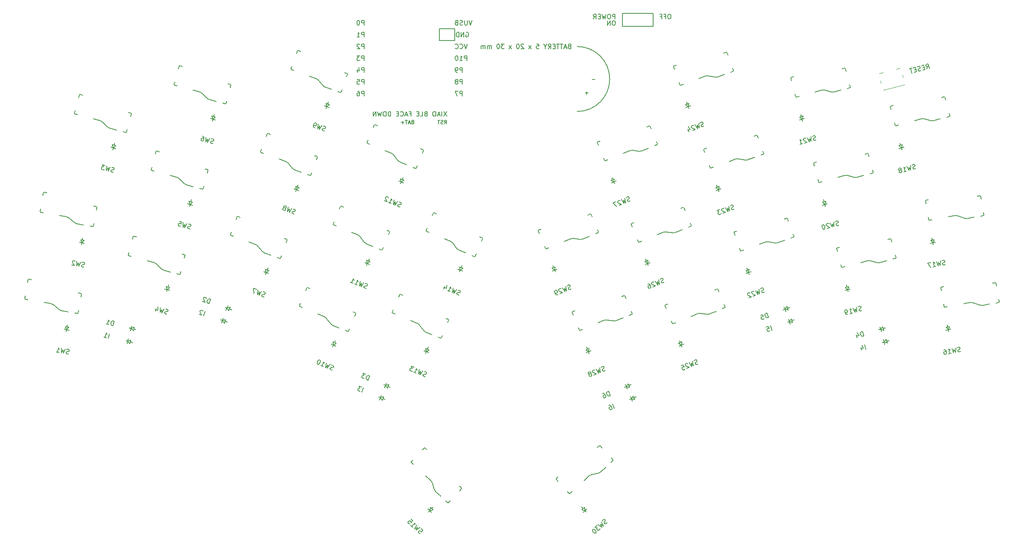
<source format=gbr>
%TF.GenerationSoftware,KiCad,Pcbnew,8.0.7*%
%TF.CreationDate,2025-01-13T21:54:52-07:00*%
%TF.ProjectId,chuck,63687563-6b2e-46b6-9963-61645f706362,v1.1*%
%TF.SameCoordinates,Original*%
%TF.FileFunction,Legend,Bot*%
%TF.FilePolarity,Positive*%
%FSLAX46Y46*%
G04 Gerber Fmt 4.6, Leading zero omitted, Abs format (unit mm)*
G04 Created by KiCad (PCBNEW 8.0.7) date 2025-01-13 21:54:52*
%MOMM*%
%LPD*%
G01*
G04 APERTURE LIST*
%ADD10C,0.153000*%
%ADD11C,0.150000*%
%ADD12C,0.120000*%
%ADD13C,0.200000*%
G04 APERTURE END LIST*
D10*
X172114738Y-35620147D02*
X171924262Y-35620147D01*
X171924262Y-35620147D02*
X171829024Y-35667766D01*
X171829024Y-35667766D02*
X171733786Y-35763004D01*
X171733786Y-35763004D02*
X171686167Y-35953480D01*
X171686167Y-35953480D02*
X171686167Y-36286813D01*
X171686167Y-36286813D02*
X171733786Y-36477289D01*
X171733786Y-36477289D02*
X171829024Y-36572528D01*
X171829024Y-36572528D02*
X171924262Y-36620147D01*
X171924262Y-36620147D02*
X172114738Y-36620147D01*
X172114738Y-36620147D02*
X172209976Y-36572528D01*
X172209976Y-36572528D02*
X172305214Y-36477289D01*
X172305214Y-36477289D02*
X172352833Y-36286813D01*
X172352833Y-36286813D02*
X172352833Y-35953480D01*
X172352833Y-35953480D02*
X172305214Y-35763004D01*
X172305214Y-35763004D02*
X172209976Y-35667766D01*
X172209976Y-35667766D02*
X172114738Y-35620147D01*
X171257595Y-36620147D02*
X171257595Y-35620147D01*
X171257595Y-35620147D02*
X170686167Y-36620147D01*
X170686167Y-36620147D02*
X170686167Y-35620147D01*
X162453499Y-41096338D02*
X162310642Y-41143957D01*
X162310642Y-41143957D02*
X162263023Y-41191576D01*
X162263023Y-41191576D02*
X162215404Y-41286814D01*
X162215404Y-41286814D02*
X162215404Y-41429671D01*
X162215404Y-41429671D02*
X162263023Y-41524909D01*
X162263023Y-41524909D02*
X162310642Y-41572529D01*
X162310642Y-41572529D02*
X162405880Y-41620148D01*
X162405880Y-41620148D02*
X162786832Y-41620148D01*
X162786832Y-41620148D02*
X162786832Y-40620148D01*
X162786832Y-40620148D02*
X162453499Y-40620148D01*
X162453499Y-40620148D02*
X162358261Y-40667767D01*
X162358261Y-40667767D02*
X162310642Y-40715386D01*
X162310642Y-40715386D02*
X162263023Y-40810624D01*
X162263023Y-40810624D02*
X162263023Y-40905862D01*
X162263023Y-40905862D02*
X162310642Y-41001100D01*
X162310642Y-41001100D02*
X162358261Y-41048719D01*
X162358261Y-41048719D02*
X162453499Y-41096338D01*
X162453499Y-41096338D02*
X162786832Y-41096338D01*
X161834451Y-41334433D02*
X161358261Y-41334433D01*
X161929689Y-41620148D02*
X161596356Y-40620148D01*
X161596356Y-40620148D02*
X161263023Y-41620148D01*
X161072546Y-40620148D02*
X160501118Y-40620148D01*
X160786832Y-41620148D02*
X160786832Y-40620148D01*
X160310641Y-40620148D02*
X159739213Y-40620148D01*
X160024927Y-41620148D02*
X160024927Y-40620148D01*
X159405879Y-41096338D02*
X159072546Y-41096338D01*
X158929689Y-41620148D02*
X159405879Y-41620148D01*
X159405879Y-41620148D02*
X159405879Y-40620148D01*
X159405879Y-40620148D02*
X158929689Y-40620148D01*
X157929689Y-41620148D02*
X158263022Y-41143957D01*
X158501117Y-41620148D02*
X158501117Y-40620148D01*
X158501117Y-40620148D02*
X158120165Y-40620148D01*
X158120165Y-40620148D02*
X158024927Y-40667767D01*
X158024927Y-40667767D02*
X157977308Y-40715386D01*
X157977308Y-40715386D02*
X157929689Y-40810624D01*
X157929689Y-40810624D02*
X157929689Y-40953481D01*
X157929689Y-40953481D02*
X157977308Y-41048719D01*
X157977308Y-41048719D02*
X158024927Y-41096338D01*
X158024927Y-41096338D02*
X158120165Y-41143957D01*
X158120165Y-41143957D02*
X158501117Y-41143957D01*
X157310641Y-41143957D02*
X157310641Y-41620148D01*
X157643974Y-40620148D02*
X157310641Y-41143957D01*
X157310641Y-41143957D02*
X156977308Y-40620148D01*
X155405879Y-40620148D02*
X155882069Y-40620148D01*
X155882069Y-40620148D02*
X155929688Y-41096338D01*
X155929688Y-41096338D02*
X155882069Y-41048719D01*
X155882069Y-41048719D02*
X155786831Y-41001100D01*
X155786831Y-41001100D02*
X155548736Y-41001100D01*
X155548736Y-41001100D02*
X155453498Y-41048719D01*
X155453498Y-41048719D02*
X155405879Y-41096338D01*
X155405879Y-41096338D02*
X155358260Y-41191576D01*
X155358260Y-41191576D02*
X155358260Y-41429671D01*
X155358260Y-41429671D02*
X155405879Y-41524909D01*
X155405879Y-41524909D02*
X155453498Y-41572529D01*
X155453498Y-41572529D02*
X155548736Y-41620148D01*
X155548736Y-41620148D02*
X155786831Y-41620148D01*
X155786831Y-41620148D02*
X155882069Y-41572529D01*
X155882069Y-41572529D02*
X155929688Y-41524909D01*
X154263021Y-41620148D02*
X153739212Y-40953481D01*
X154263021Y-40953481D02*
X153739212Y-41620148D01*
X152643973Y-40715386D02*
X152596354Y-40667767D01*
X152596354Y-40667767D02*
X152501116Y-40620148D01*
X152501116Y-40620148D02*
X152263021Y-40620148D01*
X152263021Y-40620148D02*
X152167783Y-40667767D01*
X152167783Y-40667767D02*
X152120164Y-40715386D01*
X152120164Y-40715386D02*
X152072545Y-40810624D01*
X152072545Y-40810624D02*
X152072545Y-40905862D01*
X152072545Y-40905862D02*
X152120164Y-41048719D01*
X152120164Y-41048719D02*
X152691592Y-41620148D01*
X152691592Y-41620148D02*
X152072545Y-41620148D01*
X151453497Y-40620148D02*
X151358259Y-40620148D01*
X151358259Y-40620148D02*
X151263021Y-40667767D01*
X151263021Y-40667767D02*
X151215402Y-40715386D01*
X151215402Y-40715386D02*
X151167783Y-40810624D01*
X151167783Y-40810624D02*
X151120164Y-41001100D01*
X151120164Y-41001100D02*
X151120164Y-41239195D01*
X151120164Y-41239195D02*
X151167783Y-41429671D01*
X151167783Y-41429671D02*
X151215402Y-41524909D01*
X151215402Y-41524909D02*
X151263021Y-41572529D01*
X151263021Y-41572529D02*
X151358259Y-41620148D01*
X151358259Y-41620148D02*
X151453497Y-41620148D01*
X151453497Y-41620148D02*
X151548735Y-41572529D01*
X151548735Y-41572529D02*
X151596354Y-41524909D01*
X151596354Y-41524909D02*
X151643973Y-41429671D01*
X151643973Y-41429671D02*
X151691592Y-41239195D01*
X151691592Y-41239195D02*
X151691592Y-41001100D01*
X151691592Y-41001100D02*
X151643973Y-40810624D01*
X151643973Y-40810624D02*
X151596354Y-40715386D01*
X151596354Y-40715386D02*
X151548735Y-40667767D01*
X151548735Y-40667767D02*
X151453497Y-40620148D01*
X150024925Y-41620148D02*
X149501116Y-40953481D01*
X150024925Y-40953481D02*
X149501116Y-41620148D01*
X148453496Y-40620148D02*
X147834449Y-40620148D01*
X147834449Y-40620148D02*
X148167782Y-41001100D01*
X148167782Y-41001100D02*
X148024925Y-41001100D01*
X148024925Y-41001100D02*
X147929687Y-41048719D01*
X147929687Y-41048719D02*
X147882068Y-41096338D01*
X147882068Y-41096338D02*
X147834449Y-41191576D01*
X147834449Y-41191576D02*
X147834449Y-41429671D01*
X147834449Y-41429671D02*
X147882068Y-41524909D01*
X147882068Y-41524909D02*
X147929687Y-41572529D01*
X147929687Y-41572529D02*
X148024925Y-41620148D01*
X148024925Y-41620148D02*
X148310639Y-41620148D01*
X148310639Y-41620148D02*
X148405877Y-41572529D01*
X148405877Y-41572529D02*
X148453496Y-41524909D01*
X147215401Y-40620148D02*
X147120163Y-40620148D01*
X147120163Y-40620148D02*
X147024925Y-40667767D01*
X147024925Y-40667767D02*
X146977306Y-40715386D01*
X146977306Y-40715386D02*
X146929687Y-40810624D01*
X146929687Y-40810624D02*
X146882068Y-41001100D01*
X146882068Y-41001100D02*
X146882068Y-41239195D01*
X146882068Y-41239195D02*
X146929687Y-41429671D01*
X146929687Y-41429671D02*
X146977306Y-41524909D01*
X146977306Y-41524909D02*
X147024925Y-41572529D01*
X147024925Y-41572529D02*
X147120163Y-41620148D01*
X147120163Y-41620148D02*
X147215401Y-41620148D01*
X147215401Y-41620148D02*
X147310639Y-41572529D01*
X147310639Y-41572529D02*
X147358258Y-41524909D01*
X147358258Y-41524909D02*
X147405877Y-41429671D01*
X147405877Y-41429671D02*
X147453496Y-41239195D01*
X147453496Y-41239195D02*
X147453496Y-41001100D01*
X147453496Y-41001100D02*
X147405877Y-40810624D01*
X147405877Y-40810624D02*
X147358258Y-40715386D01*
X147358258Y-40715386D02*
X147310639Y-40667767D01*
X147310639Y-40667767D02*
X147215401Y-40620148D01*
X145691591Y-41620148D02*
X145691591Y-40953481D01*
X145691591Y-41048719D02*
X145643972Y-41001100D01*
X145643972Y-41001100D02*
X145548734Y-40953481D01*
X145548734Y-40953481D02*
X145405877Y-40953481D01*
X145405877Y-40953481D02*
X145310639Y-41001100D01*
X145310639Y-41001100D02*
X145263020Y-41096338D01*
X145263020Y-41096338D02*
X145263020Y-41620148D01*
X145263020Y-41096338D02*
X145215401Y-41001100D01*
X145215401Y-41001100D02*
X145120163Y-40953481D01*
X145120163Y-40953481D02*
X144977306Y-40953481D01*
X144977306Y-40953481D02*
X144882067Y-41001100D01*
X144882067Y-41001100D02*
X144834448Y-41096338D01*
X144834448Y-41096338D02*
X144834448Y-41620148D01*
X144358258Y-41620148D02*
X144358258Y-40953481D01*
X144358258Y-41048719D02*
X144310639Y-41001100D01*
X144310639Y-41001100D02*
X144215401Y-40953481D01*
X144215401Y-40953481D02*
X144072544Y-40953481D01*
X144072544Y-40953481D02*
X143977306Y-41001100D01*
X143977306Y-41001100D02*
X143929687Y-41096338D01*
X143929687Y-41096338D02*
X143929687Y-41620148D01*
X143929687Y-41096338D02*
X143882068Y-41001100D01*
X143882068Y-41001100D02*
X143786830Y-40953481D01*
X143786830Y-40953481D02*
X143643973Y-40953481D01*
X143643973Y-40953481D02*
X143548734Y-41001100D01*
X143548734Y-41001100D02*
X143501115Y-41096338D01*
X143501115Y-41096338D02*
X143501115Y-41620148D01*
X184077970Y-34220145D02*
X183887494Y-34220145D01*
X183887494Y-34220145D02*
X183792256Y-34267764D01*
X183792256Y-34267764D02*
X183697018Y-34363002D01*
X183697018Y-34363002D02*
X183649399Y-34553478D01*
X183649399Y-34553478D02*
X183649399Y-34886811D01*
X183649399Y-34886811D02*
X183697018Y-35077287D01*
X183697018Y-35077287D02*
X183792256Y-35172526D01*
X183792256Y-35172526D02*
X183887494Y-35220145D01*
X183887494Y-35220145D02*
X184077970Y-35220145D01*
X184077970Y-35220145D02*
X184173208Y-35172526D01*
X184173208Y-35172526D02*
X184268446Y-35077287D01*
X184268446Y-35077287D02*
X184316065Y-34886811D01*
X184316065Y-34886811D02*
X184316065Y-34553478D01*
X184316065Y-34553478D02*
X184268446Y-34363002D01*
X184268446Y-34363002D02*
X184173208Y-34267764D01*
X184173208Y-34267764D02*
X184077970Y-34220145D01*
X182887494Y-34696335D02*
X183220827Y-34696335D01*
X183220827Y-35220145D02*
X183220827Y-34220145D01*
X183220827Y-34220145D02*
X182744637Y-34220145D01*
X182030351Y-34696335D02*
X182363684Y-34696335D01*
X182363684Y-35220145D02*
X182363684Y-34220145D01*
X182363684Y-34220145D02*
X181887494Y-34220145D01*
X172305222Y-35220141D02*
X172305222Y-34220141D01*
X172305222Y-34220141D02*
X171924270Y-34220141D01*
X171924270Y-34220141D02*
X171829032Y-34267760D01*
X171829032Y-34267760D02*
X171781413Y-34315379D01*
X171781413Y-34315379D02*
X171733794Y-34410617D01*
X171733794Y-34410617D02*
X171733794Y-34553474D01*
X171733794Y-34553474D02*
X171781413Y-34648712D01*
X171781413Y-34648712D02*
X171829032Y-34696331D01*
X171829032Y-34696331D02*
X171924270Y-34743950D01*
X171924270Y-34743950D02*
X172305222Y-34743950D01*
X171114746Y-34220141D02*
X170924270Y-34220141D01*
X170924270Y-34220141D02*
X170829032Y-34267760D01*
X170829032Y-34267760D02*
X170733794Y-34362998D01*
X170733794Y-34362998D02*
X170686175Y-34553474D01*
X170686175Y-34553474D02*
X170686175Y-34886807D01*
X170686175Y-34886807D02*
X170733794Y-35077283D01*
X170733794Y-35077283D02*
X170829032Y-35172522D01*
X170829032Y-35172522D02*
X170924270Y-35220141D01*
X170924270Y-35220141D02*
X171114746Y-35220141D01*
X171114746Y-35220141D02*
X171209984Y-35172522D01*
X171209984Y-35172522D02*
X171305222Y-35077283D01*
X171305222Y-35077283D02*
X171352841Y-34886807D01*
X171352841Y-34886807D02*
X171352841Y-34553474D01*
X171352841Y-34553474D02*
X171305222Y-34362998D01*
X171305222Y-34362998D02*
X171209984Y-34267760D01*
X171209984Y-34267760D02*
X171114746Y-34220141D01*
X170352841Y-34220141D02*
X170114746Y-35220141D01*
X170114746Y-35220141D02*
X169924270Y-34505855D01*
X169924270Y-34505855D02*
X169733794Y-35220141D01*
X169733794Y-35220141D02*
X169495699Y-34220141D01*
X169114746Y-34696331D02*
X168781413Y-34696331D01*
X168638556Y-35220141D02*
X169114746Y-35220141D01*
X169114746Y-35220141D02*
X169114746Y-34220141D01*
X169114746Y-34220141D02*
X168638556Y-34220141D01*
X167638556Y-35220141D02*
X167971889Y-34743950D01*
X168209984Y-35220141D02*
X168209984Y-34220141D01*
X168209984Y-34220141D02*
X167829032Y-34220141D01*
X167829032Y-34220141D02*
X167733794Y-34267760D01*
X167733794Y-34267760D02*
X167686175Y-34315379D01*
X167686175Y-34315379D02*
X167638556Y-34410617D01*
X167638556Y-34410617D02*
X167638556Y-34553474D01*
X167638556Y-34553474D02*
X167686175Y-34648712D01*
X167686175Y-34648712D02*
X167733794Y-34696331D01*
X167733794Y-34696331D02*
X167829032Y-34743950D01*
X167829032Y-34743950D02*
X168209984Y-34743950D01*
X136096354Y-55170143D02*
X135429688Y-56170143D01*
X135429688Y-55170143D02*
X136096354Y-56170143D01*
X135048735Y-56170143D02*
X135048735Y-55170143D01*
X134620164Y-55884428D02*
X134143974Y-55884428D01*
X134715402Y-56170143D02*
X134382069Y-55170143D01*
X134382069Y-55170143D02*
X134048736Y-56170143D01*
X133524926Y-55170143D02*
X133334450Y-55170143D01*
X133334450Y-55170143D02*
X133239212Y-55217762D01*
X133239212Y-55217762D02*
X133143974Y-55313000D01*
X133143974Y-55313000D02*
X133096355Y-55503476D01*
X133096355Y-55503476D02*
X133096355Y-55836809D01*
X133096355Y-55836809D02*
X133143974Y-56027285D01*
X133143974Y-56027285D02*
X133239212Y-56122524D01*
X133239212Y-56122524D02*
X133334450Y-56170143D01*
X133334450Y-56170143D02*
X133524926Y-56170143D01*
X133524926Y-56170143D02*
X133620164Y-56122524D01*
X133620164Y-56122524D02*
X133715402Y-56027285D01*
X133715402Y-56027285D02*
X133763021Y-55836809D01*
X133763021Y-55836809D02*
X133763021Y-55503476D01*
X133763021Y-55503476D02*
X133715402Y-55313000D01*
X133715402Y-55313000D02*
X133620164Y-55217762D01*
X133620164Y-55217762D02*
X133524926Y-55170143D01*
X131572545Y-55646333D02*
X131429688Y-55693952D01*
X131429688Y-55693952D02*
X131382069Y-55741571D01*
X131382069Y-55741571D02*
X131334450Y-55836809D01*
X131334450Y-55836809D02*
X131334450Y-55979666D01*
X131334450Y-55979666D02*
X131382069Y-56074904D01*
X131382069Y-56074904D02*
X131429688Y-56122524D01*
X131429688Y-56122524D02*
X131524926Y-56170143D01*
X131524926Y-56170143D02*
X131905878Y-56170143D01*
X131905878Y-56170143D02*
X131905878Y-55170143D01*
X131905878Y-55170143D02*
X131572545Y-55170143D01*
X131572545Y-55170143D02*
X131477307Y-55217762D01*
X131477307Y-55217762D02*
X131429688Y-55265381D01*
X131429688Y-55265381D02*
X131382069Y-55360619D01*
X131382069Y-55360619D02*
X131382069Y-55455857D01*
X131382069Y-55455857D02*
X131429688Y-55551095D01*
X131429688Y-55551095D02*
X131477307Y-55598714D01*
X131477307Y-55598714D02*
X131572545Y-55646333D01*
X131572545Y-55646333D02*
X131905878Y-55646333D01*
X130429688Y-56170143D02*
X130905878Y-56170143D01*
X130905878Y-56170143D02*
X130905878Y-55170143D01*
X130096354Y-55646333D02*
X129763021Y-55646333D01*
X129620164Y-56170143D02*
X130096354Y-56170143D01*
X130096354Y-56170143D02*
X130096354Y-55170143D01*
X130096354Y-55170143D02*
X129620164Y-55170143D01*
X128096354Y-55646333D02*
X128429687Y-55646333D01*
X128429687Y-56170143D02*
X128429687Y-55170143D01*
X128429687Y-55170143D02*
X127953497Y-55170143D01*
X127620163Y-55884428D02*
X127143973Y-55884428D01*
X127715401Y-56170143D02*
X127382068Y-55170143D01*
X127382068Y-55170143D02*
X127048735Y-56170143D01*
X126143973Y-56074904D02*
X126191592Y-56122524D01*
X126191592Y-56122524D02*
X126334449Y-56170143D01*
X126334449Y-56170143D02*
X126429687Y-56170143D01*
X126429687Y-56170143D02*
X126572544Y-56122524D01*
X126572544Y-56122524D02*
X126667782Y-56027285D01*
X126667782Y-56027285D02*
X126715401Y-55932047D01*
X126715401Y-55932047D02*
X126763020Y-55741571D01*
X126763020Y-55741571D02*
X126763020Y-55598714D01*
X126763020Y-55598714D02*
X126715401Y-55408238D01*
X126715401Y-55408238D02*
X126667782Y-55313000D01*
X126667782Y-55313000D02*
X126572544Y-55217762D01*
X126572544Y-55217762D02*
X126429687Y-55170143D01*
X126429687Y-55170143D02*
X126334449Y-55170143D01*
X126334449Y-55170143D02*
X126191592Y-55217762D01*
X126191592Y-55217762D02*
X126143973Y-55265381D01*
X125715401Y-55646333D02*
X125382068Y-55646333D01*
X125239211Y-56170143D02*
X125715401Y-56170143D01*
X125715401Y-56170143D02*
X125715401Y-55170143D01*
X125715401Y-55170143D02*
X125239211Y-55170143D01*
X124048734Y-56170143D02*
X124048734Y-55170143D01*
X124048734Y-55170143D02*
X123810639Y-55170143D01*
X123810639Y-55170143D02*
X123667782Y-55217762D01*
X123667782Y-55217762D02*
X123572544Y-55313000D01*
X123572544Y-55313000D02*
X123524925Y-55408238D01*
X123524925Y-55408238D02*
X123477306Y-55598714D01*
X123477306Y-55598714D02*
X123477306Y-55741571D01*
X123477306Y-55741571D02*
X123524925Y-55932047D01*
X123524925Y-55932047D02*
X123572544Y-56027285D01*
X123572544Y-56027285D02*
X123667782Y-56122524D01*
X123667782Y-56122524D02*
X123810639Y-56170143D01*
X123810639Y-56170143D02*
X124048734Y-56170143D01*
X122858258Y-55170143D02*
X122667782Y-55170143D01*
X122667782Y-55170143D02*
X122572544Y-55217762D01*
X122572544Y-55217762D02*
X122477306Y-55313000D01*
X122477306Y-55313000D02*
X122429687Y-55503476D01*
X122429687Y-55503476D02*
X122429687Y-55836809D01*
X122429687Y-55836809D02*
X122477306Y-56027285D01*
X122477306Y-56027285D02*
X122572544Y-56122524D01*
X122572544Y-56122524D02*
X122667782Y-56170143D01*
X122667782Y-56170143D02*
X122858258Y-56170143D01*
X122858258Y-56170143D02*
X122953496Y-56122524D01*
X122953496Y-56122524D02*
X123048734Y-56027285D01*
X123048734Y-56027285D02*
X123096353Y-55836809D01*
X123096353Y-55836809D02*
X123096353Y-55503476D01*
X123096353Y-55503476D02*
X123048734Y-55313000D01*
X123048734Y-55313000D02*
X122953496Y-55217762D01*
X122953496Y-55217762D02*
X122858258Y-55170143D01*
X122096353Y-55170143D02*
X121858258Y-56170143D01*
X121858258Y-56170143D02*
X121667782Y-55455857D01*
X121667782Y-55455857D02*
X121477306Y-56170143D01*
X121477306Y-56170143D02*
X121239211Y-55170143D01*
X120858258Y-56170143D02*
X120858258Y-55170143D01*
X120858258Y-55170143D02*
X120286830Y-56170143D01*
X120286830Y-56170143D02*
X120286830Y-55170143D01*
X239324585Y-46018321D02*
X239523313Y-45472084D01*
X239876543Y-45870425D02*
X239617724Y-44904499D01*
X239617724Y-44904499D02*
X239249752Y-45003097D01*
X239249752Y-45003097D02*
X239170084Y-45073743D01*
X239170084Y-45073743D02*
X239136412Y-45132064D01*
X239136412Y-45132064D02*
X239115065Y-45236381D01*
X239115065Y-45236381D02*
X239152039Y-45374371D01*
X239152039Y-45374371D02*
X239222685Y-45454039D01*
X239222685Y-45454039D02*
X239281006Y-45487711D01*
X239281006Y-45487711D02*
X239385324Y-45509058D01*
X239385324Y-45509058D02*
X239753296Y-45410460D01*
X238775045Y-45623283D02*
X238453070Y-45709556D01*
X238450652Y-46252491D02*
X238910617Y-46129244D01*
X238910617Y-46129244D02*
X238651798Y-45163318D01*
X238651798Y-45163318D02*
X238191833Y-45286565D01*
X238070356Y-46305092D02*
X237944691Y-46388063D01*
X237944691Y-46388063D02*
X237714709Y-46449686D01*
X237714709Y-46449686D02*
X237610391Y-46428339D01*
X237610391Y-46428339D02*
X237552070Y-46394668D01*
X237552070Y-46394668D02*
X237481424Y-46314999D01*
X237481424Y-46314999D02*
X237456774Y-46223006D01*
X237456774Y-46223006D02*
X237478122Y-46118689D01*
X237478122Y-46118689D02*
X237511793Y-46060368D01*
X237511793Y-46060368D02*
X237591461Y-45989722D01*
X237591461Y-45989722D02*
X237763123Y-45894426D01*
X237763123Y-45894426D02*
X237842791Y-45823781D01*
X237842791Y-45823781D02*
X237876463Y-45765459D01*
X237876463Y-45765459D02*
X237897810Y-45661142D01*
X237897810Y-45661142D02*
X237873160Y-45569149D01*
X237873160Y-45569149D02*
X237802514Y-45489481D01*
X237802514Y-45489481D02*
X237744193Y-45455809D01*
X237744193Y-45455809D02*
X237639875Y-45434462D01*
X237639875Y-45434462D02*
X237409893Y-45496085D01*
X237409893Y-45496085D02*
X237284228Y-45579056D01*
X236981183Y-46103947D02*
X236659207Y-46190220D01*
X236656790Y-46733155D02*
X237116755Y-46609908D01*
X237116755Y-46609908D02*
X236857935Y-45643982D01*
X236857935Y-45643982D02*
X236397971Y-45767229D01*
X236121992Y-45841177D02*
X235570034Y-45989074D01*
X236104832Y-46881052D02*
X235846013Y-45915126D01*
D11*
X128729687Y-57408723D02*
X128615401Y-57446818D01*
X128615401Y-57446818D02*
X128577306Y-57484914D01*
X128577306Y-57484914D02*
X128539210Y-57561104D01*
X128539210Y-57561104D02*
X128539210Y-57675390D01*
X128539210Y-57675390D02*
X128577306Y-57751580D01*
X128577306Y-57751580D02*
X128615401Y-57789676D01*
X128615401Y-57789676D02*
X128691591Y-57827771D01*
X128691591Y-57827771D02*
X128996353Y-57827771D01*
X128996353Y-57827771D02*
X128996353Y-57027771D01*
X128996353Y-57027771D02*
X128729687Y-57027771D01*
X128729687Y-57027771D02*
X128653496Y-57065866D01*
X128653496Y-57065866D02*
X128615401Y-57103961D01*
X128615401Y-57103961D02*
X128577306Y-57180152D01*
X128577306Y-57180152D02*
X128577306Y-57256342D01*
X128577306Y-57256342D02*
X128615401Y-57332533D01*
X128615401Y-57332533D02*
X128653496Y-57370628D01*
X128653496Y-57370628D02*
X128729687Y-57408723D01*
X128729687Y-57408723D02*
X128996353Y-57408723D01*
X128234449Y-57599199D02*
X127853496Y-57599199D01*
X128310639Y-57827771D02*
X128043972Y-57027771D01*
X128043972Y-57027771D02*
X127777306Y-57827771D01*
X127624925Y-57027771D02*
X127167782Y-57027771D01*
X127396354Y-57827771D02*
X127396354Y-57027771D01*
X126901115Y-57523009D02*
X126291592Y-57523009D01*
X126596353Y-57827771D02*
X126596353Y-57218247D01*
X135582071Y-57827776D02*
X135848738Y-57446823D01*
X136039214Y-57827776D02*
X136039214Y-57027776D01*
X136039214Y-57027776D02*
X135734452Y-57027776D01*
X135734452Y-57027776D02*
X135658262Y-57065871D01*
X135658262Y-57065871D02*
X135620167Y-57103966D01*
X135620167Y-57103966D02*
X135582071Y-57180157D01*
X135582071Y-57180157D02*
X135582071Y-57294442D01*
X135582071Y-57294442D02*
X135620167Y-57370633D01*
X135620167Y-57370633D02*
X135658262Y-57408728D01*
X135658262Y-57408728D02*
X135734452Y-57446823D01*
X135734452Y-57446823D02*
X136039214Y-57446823D01*
X135277310Y-57789681D02*
X135163024Y-57827776D01*
X135163024Y-57827776D02*
X134972548Y-57827776D01*
X134972548Y-57827776D02*
X134896357Y-57789681D01*
X134896357Y-57789681D02*
X134858262Y-57751585D01*
X134858262Y-57751585D02*
X134820167Y-57675395D01*
X134820167Y-57675395D02*
X134820167Y-57599204D01*
X134820167Y-57599204D02*
X134858262Y-57523014D01*
X134858262Y-57523014D02*
X134896357Y-57484919D01*
X134896357Y-57484919D02*
X134972548Y-57446823D01*
X134972548Y-57446823D02*
X135124929Y-57408728D01*
X135124929Y-57408728D02*
X135201119Y-57370633D01*
X135201119Y-57370633D02*
X135239214Y-57332538D01*
X135239214Y-57332538D02*
X135277310Y-57256347D01*
X135277310Y-57256347D02*
X135277310Y-57180157D01*
X135277310Y-57180157D02*
X135239214Y-57103966D01*
X135239214Y-57103966D02*
X135201119Y-57065871D01*
X135201119Y-57065871D02*
X135124929Y-57027776D01*
X135124929Y-57027776D02*
X134934452Y-57027776D01*
X134934452Y-57027776D02*
X134820167Y-57065871D01*
X134591595Y-57027776D02*
X134134452Y-57027776D01*
X134363024Y-57827776D02*
X134363024Y-57027776D01*
X167948739Y-48223005D02*
X167339216Y-48223005D01*
X166201512Y-50860712D02*
X166201512Y-51470236D01*
X166506274Y-51165474D02*
X165896750Y-51165474D01*
X118307195Y-51790304D02*
X118307195Y-50790304D01*
X118307195Y-50790304D02*
X117926243Y-50790304D01*
X117926243Y-50790304D02*
X117831005Y-50837923D01*
X117831005Y-50837923D02*
X117783386Y-50885542D01*
X117783386Y-50885542D02*
X117735767Y-50980780D01*
X117735767Y-50980780D02*
X117735767Y-51123637D01*
X117735767Y-51123637D02*
X117783386Y-51218875D01*
X117783386Y-51218875D02*
X117831005Y-51266494D01*
X117831005Y-51266494D02*
X117926243Y-51314113D01*
X117926243Y-51314113D02*
X118307195Y-51314113D01*
X116878624Y-50790304D02*
X117069100Y-50790304D01*
X117069100Y-50790304D02*
X117164338Y-50837923D01*
X117164338Y-50837923D02*
X117211957Y-50885542D01*
X117211957Y-50885542D02*
X117307195Y-51028399D01*
X117307195Y-51028399D02*
X117354814Y-51218875D01*
X117354814Y-51218875D02*
X117354814Y-51599827D01*
X117354814Y-51599827D02*
X117307195Y-51695065D01*
X117307195Y-51695065D02*
X117259576Y-51742685D01*
X117259576Y-51742685D02*
X117164338Y-51790304D01*
X117164338Y-51790304D02*
X116973862Y-51790304D01*
X116973862Y-51790304D02*
X116878624Y-51742685D01*
X116878624Y-51742685D02*
X116831005Y-51695065D01*
X116831005Y-51695065D02*
X116783386Y-51599827D01*
X116783386Y-51599827D02*
X116783386Y-51361732D01*
X116783386Y-51361732D02*
X116831005Y-51266494D01*
X116831005Y-51266494D02*
X116878624Y-51218875D01*
X116878624Y-51218875D02*
X116973862Y-51171256D01*
X116973862Y-51171256D02*
X117164338Y-51171256D01*
X117164338Y-51171256D02*
X117259576Y-51218875D01*
X117259576Y-51218875D02*
X117307195Y-51266494D01*
X117307195Y-51266494D02*
X117354814Y-51361732D01*
X118307193Y-36550302D02*
X118307193Y-35550302D01*
X118307193Y-35550302D02*
X117926241Y-35550302D01*
X117926241Y-35550302D02*
X117831003Y-35597921D01*
X117831003Y-35597921D02*
X117783384Y-35645540D01*
X117783384Y-35645540D02*
X117735765Y-35740778D01*
X117735765Y-35740778D02*
X117735765Y-35883635D01*
X117735765Y-35883635D02*
X117783384Y-35978873D01*
X117783384Y-35978873D02*
X117831003Y-36026492D01*
X117831003Y-36026492D02*
X117926241Y-36074111D01*
X117926241Y-36074111D02*
X118307193Y-36074111D01*
X117116717Y-35550302D02*
X117021479Y-35550302D01*
X117021479Y-35550302D02*
X116926241Y-35597921D01*
X116926241Y-35597921D02*
X116878622Y-35645540D01*
X116878622Y-35645540D02*
X116831003Y-35740778D01*
X116831003Y-35740778D02*
X116783384Y-35931254D01*
X116783384Y-35931254D02*
X116783384Y-36169349D01*
X116783384Y-36169349D02*
X116831003Y-36359825D01*
X116831003Y-36359825D02*
X116878622Y-36455063D01*
X116878622Y-36455063D02*
X116926241Y-36502683D01*
X116926241Y-36502683D02*
X117021479Y-36550302D01*
X117021479Y-36550302D02*
X117116717Y-36550302D01*
X117116717Y-36550302D02*
X117211955Y-36502683D01*
X117211955Y-36502683D02*
X117259574Y-36455063D01*
X117259574Y-36455063D02*
X117307193Y-36359825D01*
X117307193Y-36359825D02*
X117354812Y-36169349D01*
X117354812Y-36169349D02*
X117354812Y-35931254D01*
X117354812Y-35931254D02*
X117307193Y-35740778D01*
X117307193Y-35740778D02*
X117259574Y-35645540D01*
X117259574Y-35645540D02*
X117211955Y-35597921D01*
X117211955Y-35597921D02*
X117116717Y-35550302D01*
X118307196Y-49250304D02*
X118307196Y-48250304D01*
X118307196Y-48250304D02*
X117926244Y-48250304D01*
X117926244Y-48250304D02*
X117831006Y-48297923D01*
X117831006Y-48297923D02*
X117783387Y-48345542D01*
X117783387Y-48345542D02*
X117735768Y-48440780D01*
X117735768Y-48440780D02*
X117735768Y-48583637D01*
X117735768Y-48583637D02*
X117783387Y-48678875D01*
X117783387Y-48678875D02*
X117831006Y-48726494D01*
X117831006Y-48726494D02*
X117926244Y-48774113D01*
X117926244Y-48774113D02*
X118307196Y-48774113D01*
X116831006Y-48250304D02*
X117307196Y-48250304D01*
X117307196Y-48250304D02*
X117354815Y-48726494D01*
X117354815Y-48726494D02*
X117307196Y-48678875D01*
X117307196Y-48678875D02*
X117211958Y-48631256D01*
X117211958Y-48631256D02*
X116973863Y-48631256D01*
X116973863Y-48631256D02*
X116878625Y-48678875D01*
X116878625Y-48678875D02*
X116831006Y-48726494D01*
X116831006Y-48726494D02*
X116783387Y-48821732D01*
X116783387Y-48821732D02*
X116783387Y-49059827D01*
X116783387Y-49059827D02*
X116831006Y-49155065D01*
X116831006Y-49155065D02*
X116878625Y-49202685D01*
X116878625Y-49202685D02*
X116973863Y-49250304D01*
X116973863Y-49250304D02*
X117211958Y-49250304D01*
X117211958Y-49250304D02*
X117307196Y-49202685D01*
X117307196Y-49202685D02*
X117354815Y-49155065D01*
X139456944Y-49250305D02*
X139456944Y-48250305D01*
X139456944Y-48250305D02*
X139075992Y-48250305D01*
X139075992Y-48250305D02*
X138980754Y-48297924D01*
X138980754Y-48297924D02*
X138933135Y-48345543D01*
X138933135Y-48345543D02*
X138885516Y-48440781D01*
X138885516Y-48440781D02*
X138885516Y-48583638D01*
X138885516Y-48583638D02*
X138933135Y-48678876D01*
X138933135Y-48678876D02*
X138980754Y-48726495D01*
X138980754Y-48726495D02*
X139075992Y-48774114D01*
X139075992Y-48774114D02*
X139456944Y-48774114D01*
X138314087Y-48678876D02*
X138409325Y-48631257D01*
X138409325Y-48631257D02*
X138456944Y-48583638D01*
X138456944Y-48583638D02*
X138504563Y-48488400D01*
X138504563Y-48488400D02*
X138504563Y-48440781D01*
X138504563Y-48440781D02*
X138456944Y-48345543D01*
X138456944Y-48345543D02*
X138409325Y-48297924D01*
X138409325Y-48297924D02*
X138314087Y-48250305D01*
X138314087Y-48250305D02*
X138123611Y-48250305D01*
X138123611Y-48250305D02*
X138028373Y-48297924D01*
X138028373Y-48297924D02*
X137980754Y-48345543D01*
X137980754Y-48345543D02*
X137933135Y-48440781D01*
X137933135Y-48440781D02*
X137933135Y-48488400D01*
X137933135Y-48488400D02*
X137980754Y-48583638D01*
X137980754Y-48583638D02*
X138028373Y-48631257D01*
X138028373Y-48631257D02*
X138123611Y-48678876D01*
X138123611Y-48678876D02*
X138314087Y-48678876D01*
X138314087Y-48678876D02*
X138409325Y-48726495D01*
X138409325Y-48726495D02*
X138456944Y-48774114D01*
X138456944Y-48774114D02*
X138504563Y-48869352D01*
X138504563Y-48869352D02*
X138504563Y-49059828D01*
X138504563Y-49059828D02*
X138456944Y-49155066D01*
X138456944Y-49155066D02*
X138409325Y-49202686D01*
X138409325Y-49202686D02*
X138314087Y-49250305D01*
X138314087Y-49250305D02*
X138123611Y-49250305D01*
X138123611Y-49250305D02*
X138028373Y-49202686D01*
X138028373Y-49202686D02*
X137980754Y-49155066D01*
X137980754Y-49155066D02*
X137933135Y-49059828D01*
X137933135Y-49059828D02*
X137933135Y-48869352D01*
X137933135Y-48869352D02*
X137980754Y-48774114D01*
X137980754Y-48774114D02*
X138028373Y-48726495D01*
X138028373Y-48726495D02*
X138123611Y-48678876D01*
X139456944Y-51790304D02*
X139456944Y-50790304D01*
X139456944Y-50790304D02*
X139075992Y-50790304D01*
X139075992Y-50790304D02*
X138980754Y-50837923D01*
X138980754Y-50837923D02*
X138933135Y-50885542D01*
X138933135Y-50885542D02*
X138885516Y-50980780D01*
X138885516Y-50980780D02*
X138885516Y-51123637D01*
X138885516Y-51123637D02*
X138933135Y-51218875D01*
X138933135Y-51218875D02*
X138980754Y-51266494D01*
X138980754Y-51266494D02*
X139075992Y-51314113D01*
X139075992Y-51314113D02*
X139456944Y-51314113D01*
X138552182Y-50790304D02*
X137885516Y-50790304D01*
X137885516Y-50790304D02*
X138314087Y-51790304D01*
X140228370Y-38137916D02*
X140323608Y-38090297D01*
X140323608Y-38090297D02*
X140466465Y-38090297D01*
X140466465Y-38090297D02*
X140609322Y-38137916D01*
X140609322Y-38137916D02*
X140704560Y-38233154D01*
X140704560Y-38233154D02*
X140752179Y-38328392D01*
X140752179Y-38328392D02*
X140799798Y-38518868D01*
X140799798Y-38518868D02*
X140799798Y-38661725D01*
X140799798Y-38661725D02*
X140752179Y-38852201D01*
X140752179Y-38852201D02*
X140704560Y-38947439D01*
X140704560Y-38947439D02*
X140609322Y-39042678D01*
X140609322Y-39042678D02*
X140466465Y-39090297D01*
X140466465Y-39090297D02*
X140371227Y-39090297D01*
X140371227Y-39090297D02*
X140228370Y-39042678D01*
X140228370Y-39042678D02*
X140180751Y-38995058D01*
X140180751Y-38995058D02*
X140180751Y-38661725D01*
X140180751Y-38661725D02*
X140371227Y-38661725D01*
X139752179Y-39090297D02*
X139752179Y-38090297D01*
X139752179Y-38090297D02*
X139180751Y-39090297D01*
X139180751Y-39090297D02*
X139180751Y-38090297D01*
X138704560Y-39090297D02*
X138704560Y-38090297D01*
X138704560Y-38090297D02*
X138466465Y-38090297D01*
X138466465Y-38090297D02*
X138323608Y-38137916D01*
X138323608Y-38137916D02*
X138228370Y-38233154D01*
X138228370Y-38233154D02*
X138180751Y-38328392D01*
X138180751Y-38328392D02*
X138133132Y-38518868D01*
X138133132Y-38518868D02*
X138133132Y-38661725D01*
X138133132Y-38661725D02*
X138180751Y-38852201D01*
X138180751Y-38852201D02*
X138228370Y-38947439D01*
X138228370Y-38947439D02*
X138323608Y-39042678D01*
X138323608Y-39042678D02*
X138466465Y-39090297D01*
X138466465Y-39090297D02*
X138704560Y-39090297D01*
X118307197Y-41630303D02*
X118307197Y-40630303D01*
X118307197Y-40630303D02*
X117926245Y-40630303D01*
X117926245Y-40630303D02*
X117831007Y-40677922D01*
X117831007Y-40677922D02*
X117783388Y-40725541D01*
X117783388Y-40725541D02*
X117735769Y-40820779D01*
X117735769Y-40820779D02*
X117735769Y-40963636D01*
X117735769Y-40963636D02*
X117783388Y-41058874D01*
X117783388Y-41058874D02*
X117831007Y-41106493D01*
X117831007Y-41106493D02*
X117926245Y-41154112D01*
X117926245Y-41154112D02*
X118307197Y-41154112D01*
X117354816Y-40725541D02*
X117307197Y-40677922D01*
X117307197Y-40677922D02*
X117211959Y-40630303D01*
X117211959Y-40630303D02*
X116973864Y-40630303D01*
X116973864Y-40630303D02*
X116878626Y-40677922D01*
X116878626Y-40677922D02*
X116831007Y-40725541D01*
X116831007Y-40725541D02*
X116783388Y-40820779D01*
X116783388Y-40820779D02*
X116783388Y-40916017D01*
X116783388Y-40916017D02*
X116831007Y-41058874D01*
X116831007Y-41058874D02*
X117402435Y-41630303D01*
X117402435Y-41630303D02*
X116783388Y-41630303D01*
X141504561Y-35550302D02*
X141171228Y-36550302D01*
X141171228Y-36550302D02*
X140837895Y-35550302D01*
X140504561Y-35550302D02*
X140504561Y-36359825D01*
X140504561Y-36359825D02*
X140456942Y-36455063D01*
X140456942Y-36455063D02*
X140409323Y-36502683D01*
X140409323Y-36502683D02*
X140314085Y-36550302D01*
X140314085Y-36550302D02*
X140123609Y-36550302D01*
X140123609Y-36550302D02*
X140028371Y-36502683D01*
X140028371Y-36502683D02*
X139980752Y-36455063D01*
X139980752Y-36455063D02*
X139933133Y-36359825D01*
X139933133Y-36359825D02*
X139933133Y-35550302D01*
X139504561Y-36502683D02*
X139361704Y-36550302D01*
X139361704Y-36550302D02*
X139123609Y-36550302D01*
X139123609Y-36550302D02*
X139028371Y-36502683D01*
X139028371Y-36502683D02*
X138980752Y-36455063D01*
X138980752Y-36455063D02*
X138933133Y-36359825D01*
X138933133Y-36359825D02*
X138933133Y-36264587D01*
X138933133Y-36264587D02*
X138980752Y-36169349D01*
X138980752Y-36169349D02*
X139028371Y-36121730D01*
X139028371Y-36121730D02*
X139123609Y-36074111D01*
X139123609Y-36074111D02*
X139314085Y-36026492D01*
X139314085Y-36026492D02*
X139409323Y-35978873D01*
X139409323Y-35978873D02*
X139456942Y-35931254D01*
X139456942Y-35931254D02*
X139504561Y-35836016D01*
X139504561Y-35836016D02*
X139504561Y-35740778D01*
X139504561Y-35740778D02*
X139456942Y-35645540D01*
X139456942Y-35645540D02*
X139409323Y-35597921D01*
X139409323Y-35597921D02*
X139314085Y-35550302D01*
X139314085Y-35550302D02*
X139075990Y-35550302D01*
X139075990Y-35550302D02*
X138933133Y-35597921D01*
X138171228Y-36026492D02*
X138028371Y-36074111D01*
X138028371Y-36074111D02*
X137980752Y-36121730D01*
X137980752Y-36121730D02*
X137933133Y-36216968D01*
X137933133Y-36216968D02*
X137933133Y-36359825D01*
X137933133Y-36359825D02*
X137980752Y-36455063D01*
X137980752Y-36455063D02*
X138028371Y-36502683D01*
X138028371Y-36502683D02*
X138123609Y-36550302D01*
X138123609Y-36550302D02*
X138504561Y-36550302D01*
X138504561Y-36550302D02*
X138504561Y-35550302D01*
X138504561Y-35550302D02*
X138171228Y-35550302D01*
X138171228Y-35550302D02*
X138075990Y-35597921D01*
X138075990Y-35597921D02*
X138028371Y-35645540D01*
X138028371Y-35645540D02*
X137980752Y-35740778D01*
X137980752Y-35740778D02*
X137980752Y-35836016D01*
X137980752Y-35836016D02*
X138028371Y-35931254D01*
X138028371Y-35931254D02*
X138075990Y-35978873D01*
X138075990Y-35978873D02*
X138171228Y-36026492D01*
X138171228Y-36026492D02*
X138504561Y-36026492D01*
X140409323Y-44170304D02*
X140409323Y-43170304D01*
X140409323Y-43170304D02*
X140028371Y-43170304D01*
X140028371Y-43170304D02*
X139933133Y-43217923D01*
X139933133Y-43217923D02*
X139885514Y-43265542D01*
X139885514Y-43265542D02*
X139837895Y-43360780D01*
X139837895Y-43360780D02*
X139837895Y-43503637D01*
X139837895Y-43503637D02*
X139885514Y-43598875D01*
X139885514Y-43598875D02*
X139933133Y-43646494D01*
X139933133Y-43646494D02*
X140028371Y-43694113D01*
X140028371Y-43694113D02*
X140409323Y-43694113D01*
X138885514Y-44170304D02*
X139456942Y-44170304D01*
X139171228Y-44170304D02*
X139171228Y-43170304D01*
X139171228Y-43170304D02*
X139266466Y-43313161D01*
X139266466Y-43313161D02*
X139361704Y-43408399D01*
X139361704Y-43408399D02*
X139456942Y-43456018D01*
X138266466Y-43170304D02*
X138171228Y-43170304D01*
X138171228Y-43170304D02*
X138075990Y-43217923D01*
X138075990Y-43217923D02*
X138028371Y-43265542D01*
X138028371Y-43265542D02*
X137980752Y-43360780D01*
X137980752Y-43360780D02*
X137933133Y-43551256D01*
X137933133Y-43551256D02*
X137933133Y-43789351D01*
X137933133Y-43789351D02*
X137980752Y-43979827D01*
X137980752Y-43979827D02*
X138028371Y-44075065D01*
X138028371Y-44075065D02*
X138075990Y-44122685D01*
X138075990Y-44122685D02*
X138171228Y-44170304D01*
X138171228Y-44170304D02*
X138266466Y-44170304D01*
X138266466Y-44170304D02*
X138361704Y-44122685D01*
X138361704Y-44122685D02*
X138409323Y-44075065D01*
X138409323Y-44075065D02*
X138456942Y-43979827D01*
X138456942Y-43979827D02*
X138504561Y-43789351D01*
X138504561Y-43789351D02*
X138504561Y-43551256D01*
X138504561Y-43551256D02*
X138456942Y-43360780D01*
X138456942Y-43360780D02*
X138409323Y-43265542D01*
X138409323Y-43265542D02*
X138361704Y-43217923D01*
X138361704Y-43217923D02*
X138266466Y-43170304D01*
X118307193Y-39090301D02*
X118307193Y-38090301D01*
X118307193Y-38090301D02*
X117926241Y-38090301D01*
X117926241Y-38090301D02*
X117831003Y-38137920D01*
X117831003Y-38137920D02*
X117783384Y-38185539D01*
X117783384Y-38185539D02*
X117735765Y-38280777D01*
X117735765Y-38280777D02*
X117735765Y-38423634D01*
X117735765Y-38423634D02*
X117783384Y-38518872D01*
X117783384Y-38518872D02*
X117831003Y-38566491D01*
X117831003Y-38566491D02*
X117926241Y-38614110D01*
X117926241Y-38614110D02*
X118307193Y-38614110D01*
X116783384Y-39090301D02*
X117354812Y-39090301D01*
X117069098Y-39090301D02*
X117069098Y-38090301D01*
X117069098Y-38090301D02*
X117164336Y-38233158D01*
X117164336Y-38233158D02*
X117259574Y-38328396D01*
X117259574Y-38328396D02*
X117354812Y-38376015D01*
X139456940Y-46710303D02*
X139456940Y-45710303D01*
X139456940Y-45710303D02*
X139075988Y-45710303D01*
X139075988Y-45710303D02*
X138980750Y-45757922D01*
X138980750Y-45757922D02*
X138933131Y-45805541D01*
X138933131Y-45805541D02*
X138885512Y-45900779D01*
X138885512Y-45900779D02*
X138885512Y-46043636D01*
X138885512Y-46043636D02*
X138933131Y-46138874D01*
X138933131Y-46138874D02*
X138980750Y-46186493D01*
X138980750Y-46186493D02*
X139075988Y-46234112D01*
X139075988Y-46234112D02*
X139456940Y-46234112D01*
X138409321Y-46710303D02*
X138218845Y-46710303D01*
X138218845Y-46710303D02*
X138123607Y-46662684D01*
X138123607Y-46662684D02*
X138075988Y-46615064D01*
X138075988Y-46615064D02*
X137980750Y-46472207D01*
X137980750Y-46472207D02*
X137933131Y-46281731D01*
X137933131Y-46281731D02*
X137933131Y-45900779D01*
X137933131Y-45900779D02*
X137980750Y-45805541D01*
X137980750Y-45805541D02*
X138028369Y-45757922D01*
X138028369Y-45757922D02*
X138123607Y-45710303D01*
X138123607Y-45710303D02*
X138314083Y-45710303D01*
X138314083Y-45710303D02*
X138409321Y-45757922D01*
X138409321Y-45757922D02*
X138456940Y-45805541D01*
X138456940Y-45805541D02*
X138504559Y-45900779D01*
X138504559Y-45900779D02*
X138504559Y-46138874D01*
X138504559Y-46138874D02*
X138456940Y-46234112D01*
X138456940Y-46234112D02*
X138409321Y-46281731D01*
X138409321Y-46281731D02*
X138314083Y-46329350D01*
X138314083Y-46329350D02*
X138123607Y-46329350D01*
X138123607Y-46329350D02*
X138028369Y-46281731D01*
X138028369Y-46281731D02*
X137980750Y-46234112D01*
X137980750Y-46234112D02*
X137933131Y-46138874D01*
X140504562Y-40630304D02*
X140171229Y-41630304D01*
X140171229Y-41630304D02*
X139837896Y-40630304D01*
X138933134Y-41535065D02*
X138980753Y-41582685D01*
X138980753Y-41582685D02*
X139123610Y-41630304D01*
X139123610Y-41630304D02*
X139218848Y-41630304D01*
X139218848Y-41630304D02*
X139361705Y-41582685D01*
X139361705Y-41582685D02*
X139456943Y-41487446D01*
X139456943Y-41487446D02*
X139504562Y-41392208D01*
X139504562Y-41392208D02*
X139552181Y-41201732D01*
X139552181Y-41201732D02*
X139552181Y-41058875D01*
X139552181Y-41058875D02*
X139504562Y-40868399D01*
X139504562Y-40868399D02*
X139456943Y-40773161D01*
X139456943Y-40773161D02*
X139361705Y-40677923D01*
X139361705Y-40677923D02*
X139218848Y-40630304D01*
X139218848Y-40630304D02*
X139123610Y-40630304D01*
X139123610Y-40630304D02*
X138980753Y-40677923D01*
X138980753Y-40677923D02*
X138933134Y-40725542D01*
X137933134Y-41535065D02*
X137980753Y-41582685D01*
X137980753Y-41582685D02*
X138123610Y-41630304D01*
X138123610Y-41630304D02*
X138218848Y-41630304D01*
X138218848Y-41630304D02*
X138361705Y-41582685D01*
X138361705Y-41582685D02*
X138456943Y-41487446D01*
X138456943Y-41487446D02*
X138504562Y-41392208D01*
X138504562Y-41392208D02*
X138552181Y-41201732D01*
X138552181Y-41201732D02*
X138552181Y-41058875D01*
X138552181Y-41058875D02*
X138504562Y-40868399D01*
X138504562Y-40868399D02*
X138456943Y-40773161D01*
X138456943Y-40773161D02*
X138361705Y-40677923D01*
X138361705Y-40677923D02*
X138218848Y-40630304D01*
X138218848Y-40630304D02*
X138123610Y-40630304D01*
X138123610Y-40630304D02*
X137980753Y-40677923D01*
X137980753Y-40677923D02*
X137933134Y-40725542D01*
X118307194Y-46710302D02*
X118307194Y-45710302D01*
X118307194Y-45710302D02*
X117926242Y-45710302D01*
X117926242Y-45710302D02*
X117831004Y-45757921D01*
X117831004Y-45757921D02*
X117783385Y-45805540D01*
X117783385Y-45805540D02*
X117735766Y-45900778D01*
X117735766Y-45900778D02*
X117735766Y-46043635D01*
X117735766Y-46043635D02*
X117783385Y-46138873D01*
X117783385Y-46138873D02*
X117831004Y-46186492D01*
X117831004Y-46186492D02*
X117926242Y-46234111D01*
X117926242Y-46234111D02*
X118307194Y-46234111D01*
X116878623Y-46043635D02*
X116878623Y-46710302D01*
X117116718Y-45662683D02*
X117354813Y-46376968D01*
X117354813Y-46376968D02*
X116735766Y-46376968D01*
X118307195Y-44170302D02*
X118307195Y-43170302D01*
X118307195Y-43170302D02*
X117926243Y-43170302D01*
X117926243Y-43170302D02*
X117831005Y-43217921D01*
X117831005Y-43217921D02*
X117783386Y-43265540D01*
X117783386Y-43265540D02*
X117735767Y-43360778D01*
X117735767Y-43360778D02*
X117735767Y-43503635D01*
X117735767Y-43503635D02*
X117783386Y-43598873D01*
X117783386Y-43598873D02*
X117831005Y-43646492D01*
X117831005Y-43646492D02*
X117926243Y-43694111D01*
X117926243Y-43694111D02*
X118307195Y-43694111D01*
X117402433Y-43170302D02*
X116783386Y-43170302D01*
X116783386Y-43170302D02*
X117116719Y-43551254D01*
X117116719Y-43551254D02*
X116973862Y-43551254D01*
X116973862Y-43551254D02*
X116878624Y-43598873D01*
X116878624Y-43598873D02*
X116831005Y-43646492D01*
X116831005Y-43646492D02*
X116783386Y-43741730D01*
X116783386Y-43741730D02*
X116783386Y-43979825D01*
X116783386Y-43979825D02*
X116831005Y-44075063D01*
X116831005Y-44075063D02*
X116878624Y-44122683D01*
X116878624Y-44122683D02*
X116973862Y-44170302D01*
X116973862Y-44170302D02*
X117259576Y-44170302D01*
X117259576Y-44170302D02*
X117354814Y-44122683D01*
X117354814Y-44122683D02*
X117402433Y-44075063D01*
X64380801Y-68229831D02*
X64230487Y-68238854D01*
X64230487Y-68238854D02*
X64000505Y-68177230D01*
X64000505Y-68177230D02*
X63920836Y-68106584D01*
X63920836Y-68106584D02*
X63887165Y-68048263D01*
X63887165Y-68048263D02*
X63865818Y-67943945D01*
X63865818Y-67943945D02*
X63890467Y-67851952D01*
X63890467Y-67851952D02*
X63961113Y-67772284D01*
X63961113Y-67772284D02*
X64019434Y-67738613D01*
X64019434Y-67738613D02*
X64123752Y-67717265D01*
X64123752Y-67717265D02*
X64320062Y-67720568D01*
X64320062Y-67720568D02*
X64424380Y-67699221D01*
X64424380Y-67699221D02*
X64482701Y-67665549D01*
X64482701Y-67665549D02*
X64553347Y-67585881D01*
X64553347Y-67585881D02*
X64577996Y-67493888D01*
X64577996Y-67493888D02*
X64556649Y-67389570D01*
X64556649Y-67389570D02*
X64522978Y-67331249D01*
X64522978Y-67331249D02*
X64443309Y-67260603D01*
X64443309Y-67260603D02*
X64213327Y-67198980D01*
X64213327Y-67198980D02*
X64063013Y-67208002D01*
X63753362Y-67075732D02*
X63264561Y-67980035D01*
X63264561Y-67980035D02*
X63265446Y-67240789D01*
X63265446Y-67240789D02*
X62896589Y-67881437D01*
X62896589Y-67881437D02*
X62925426Y-66853888D01*
X62649447Y-66779939D02*
X62051493Y-66619718D01*
X62051493Y-66619718D02*
X62274871Y-67073963D01*
X62274871Y-67073963D02*
X62136881Y-67036989D01*
X62136881Y-67036989D02*
X62032564Y-67058336D01*
X62032564Y-67058336D02*
X61974243Y-67092007D01*
X61974243Y-67092007D02*
X61903597Y-67171676D01*
X61903597Y-67171676D02*
X61841973Y-67401658D01*
X61841973Y-67401658D02*
X61863320Y-67505976D01*
X61863320Y-67505976D02*
X61896992Y-67564297D01*
X61896992Y-67564297D02*
X61976660Y-67634943D01*
X61976660Y-67634943D02*
X62252639Y-67708891D01*
X62252639Y-67708891D02*
X62356956Y-67687544D01*
X62356956Y-67687544D02*
X62415278Y-67653872D01*
X130366241Y-146050821D02*
X130228745Y-145989417D01*
X130228745Y-145989417D02*
X130053203Y-145828562D01*
X130053203Y-145828562D02*
X130015157Y-145729112D01*
X130015157Y-145729112D02*
X130012219Y-145661832D01*
X130012219Y-145661832D02*
X130041453Y-145559445D01*
X130041453Y-145559445D02*
X130105795Y-145489228D01*
X130105795Y-145489228D02*
X130205245Y-145451182D01*
X130205245Y-145451182D02*
X130272524Y-145448244D01*
X130272524Y-145448244D02*
X130374912Y-145477478D01*
X130374912Y-145477478D02*
X130547517Y-145571053D01*
X130547517Y-145571053D02*
X130649905Y-145600287D01*
X130649905Y-145600287D02*
X130717184Y-145597349D01*
X130717184Y-145597349D02*
X130816635Y-145559303D01*
X130816635Y-145559303D02*
X130880976Y-145489086D01*
X130880976Y-145489086D02*
X130910210Y-145386698D01*
X130910210Y-145386698D02*
X130907272Y-145319419D01*
X130907272Y-145319419D02*
X130869227Y-145219969D01*
X130869227Y-145219969D02*
X130693684Y-145059114D01*
X130693684Y-145059114D02*
X130556188Y-144997709D01*
X130342600Y-144737404D02*
X129491467Y-145313827D01*
X129491467Y-145313827D02*
X129833598Y-144658516D01*
X129833598Y-144658516D02*
X129210600Y-145056459D01*
X129210600Y-145056459D02*
X129710648Y-144158327D01*
X128367997Y-144284356D02*
X128789299Y-144670408D01*
X128578648Y-144477382D02*
X129254238Y-143740104D01*
X129254238Y-143740104D02*
X129227942Y-143909772D01*
X129227942Y-143909772D02*
X129233817Y-144044331D01*
X129233817Y-144044331D02*
X129271863Y-144143781D01*
X128376527Y-142935830D02*
X128727611Y-143257540D01*
X128727611Y-143257540D02*
X128441010Y-143640795D01*
X128441010Y-143640795D02*
X128438073Y-143573516D01*
X128438073Y-143573516D02*
X128400027Y-143474066D01*
X128400027Y-143474066D02*
X128224485Y-143313211D01*
X128224485Y-143313211D02*
X128122097Y-143283977D01*
X128122097Y-143283977D02*
X128054817Y-143286915D01*
X128054817Y-143286915D02*
X127955367Y-143324961D01*
X127955367Y-143324961D02*
X127794512Y-143500503D01*
X127794512Y-143500503D02*
X127765279Y-143602891D01*
X127765279Y-143602891D02*
X127768216Y-143670170D01*
X127768216Y-143670170D02*
X127806262Y-143769621D01*
X127806262Y-143769621D02*
X127981804Y-143930475D01*
X127981804Y-143930475D02*
X128084192Y-143959709D01*
X128084192Y-143959709D02*
X128151472Y-143956771D01*
X236942915Y-67416399D02*
X236817251Y-67499370D01*
X236817251Y-67499370D02*
X236587268Y-67560993D01*
X236587268Y-67560993D02*
X236482951Y-67539646D01*
X236482951Y-67539646D02*
X236424630Y-67505975D01*
X236424630Y-67505975D02*
X236353984Y-67426306D01*
X236353984Y-67426306D02*
X236329334Y-67334314D01*
X236329334Y-67334314D02*
X236350681Y-67229996D01*
X236350681Y-67229996D02*
X236384353Y-67171675D01*
X236384353Y-67171675D02*
X236464021Y-67101029D01*
X236464021Y-67101029D02*
X236635682Y-67005733D01*
X236635682Y-67005733D02*
X236715351Y-66935088D01*
X236715351Y-66935088D02*
X236749022Y-66876766D01*
X236749022Y-66876766D02*
X236770369Y-66772449D01*
X236770369Y-66772449D02*
X236745720Y-66680456D01*
X236745720Y-66680456D02*
X236675074Y-66600788D01*
X236675074Y-66600788D02*
X236616753Y-66567116D01*
X236616753Y-66567116D02*
X236512435Y-66545769D01*
X236512435Y-66545769D02*
X236282453Y-66607392D01*
X236282453Y-66607392D02*
X236156788Y-66690363D01*
X235822488Y-66730640D02*
X235851325Y-67758189D01*
X235851325Y-67758189D02*
X235482468Y-67117541D01*
X235482468Y-67117541D02*
X235483353Y-67856787D01*
X235483353Y-67856787D02*
X234994552Y-66952484D01*
X234379438Y-68152580D02*
X234931396Y-68004683D01*
X234655417Y-68078632D02*
X234396598Y-67112706D01*
X234396598Y-67112706D02*
X234525565Y-67226046D01*
X234525565Y-67226046D02*
X234642207Y-67293389D01*
X234642207Y-67293389D02*
X234746525Y-67314736D01*
X233679584Y-67748519D02*
X233759252Y-67677873D01*
X233759252Y-67677873D02*
X233792924Y-67619552D01*
X233792924Y-67619552D02*
X233814271Y-67515234D01*
X233814271Y-67515234D02*
X233801946Y-67469238D01*
X233801946Y-67469238D02*
X233731300Y-67389569D01*
X233731300Y-67389569D02*
X233672979Y-67355898D01*
X233672979Y-67355898D02*
X233568661Y-67334551D01*
X233568661Y-67334551D02*
X233384675Y-67383849D01*
X233384675Y-67383849D02*
X233305007Y-67454495D01*
X233305007Y-67454495D02*
X233271335Y-67512817D01*
X233271335Y-67512817D02*
X233249988Y-67617134D01*
X233249988Y-67617134D02*
X233262313Y-67663131D01*
X233262313Y-67663131D02*
X233332959Y-67742799D01*
X233332959Y-67742799D02*
X233391280Y-67776471D01*
X233391280Y-67776471D02*
X233495598Y-67797818D01*
X233495598Y-67797818D02*
X233679584Y-67748519D01*
X233679584Y-67748519D02*
X233783901Y-67769866D01*
X233783901Y-67769866D02*
X233842223Y-67803538D01*
X233842223Y-67803538D02*
X233912868Y-67883206D01*
X233912868Y-67883206D02*
X233962167Y-68067192D01*
X233962167Y-68067192D02*
X233940820Y-68171509D01*
X233940820Y-68171509D02*
X233907149Y-68229831D01*
X233907149Y-68229831D02*
X233827480Y-68300476D01*
X233827480Y-68300476D02*
X233643494Y-68349775D01*
X233643494Y-68349775D02*
X233539177Y-68328428D01*
X233539177Y-68328428D02*
X233480856Y-68294757D01*
X233480856Y-68294757D02*
X233410210Y-68215088D01*
X233410210Y-68215088D02*
X233360911Y-68031102D01*
X233360911Y-68031102D02*
X233382258Y-67926785D01*
X233382258Y-67926785D02*
X233415930Y-67868464D01*
X233415930Y-67868464D02*
X233495598Y-67797818D01*
X170589961Y-143605820D02*
X170516806Y-143737442D01*
X170516806Y-143737442D02*
X170341264Y-143898296D01*
X170341264Y-143898296D02*
X170238876Y-143927530D01*
X170238876Y-143927530D02*
X170171597Y-143924592D01*
X170171597Y-143924592D02*
X170072147Y-143886546D01*
X170072147Y-143886546D02*
X170007805Y-143816330D01*
X170007805Y-143816330D02*
X169978571Y-143713942D01*
X169978571Y-143713942D02*
X169981509Y-143646662D01*
X169981509Y-143646662D02*
X170019555Y-143547212D01*
X170019555Y-143547212D02*
X170127817Y-143383420D01*
X170127817Y-143383420D02*
X170165863Y-143283969D01*
X170165863Y-143283969D02*
X170168801Y-143216690D01*
X170168801Y-143216690D02*
X170139567Y-143114302D01*
X170139567Y-143114302D02*
X170075225Y-143044085D01*
X170075225Y-143044085D02*
X169975775Y-143006039D01*
X169975775Y-143006039D02*
X169908496Y-143003102D01*
X169908496Y-143003102D02*
X169806108Y-143032335D01*
X169806108Y-143032335D02*
X169630565Y-143193190D01*
X169630565Y-143193190D02*
X169557411Y-143324811D01*
X169279481Y-143514900D02*
X169779529Y-144413032D01*
X169779529Y-144413032D02*
X169156531Y-144015089D01*
X169156531Y-144015089D02*
X169498661Y-144670400D01*
X169498661Y-144670400D02*
X168647529Y-144093977D01*
X168436878Y-144287003D02*
X167980469Y-144705225D01*
X167980469Y-144705225D02*
X168483595Y-144760896D01*
X168483595Y-144760896D02*
X168378270Y-144857409D01*
X168378270Y-144857409D02*
X168340224Y-144956859D01*
X168340224Y-144956859D02*
X168337287Y-145024139D01*
X168337287Y-145024139D02*
X168366520Y-145126527D01*
X168366520Y-145126527D02*
X168527375Y-145302069D01*
X168527375Y-145302069D02*
X168626825Y-145340115D01*
X168626825Y-145340115D02*
X168694105Y-145343052D01*
X168694105Y-145343052D02*
X168796493Y-145313819D01*
X168796493Y-145313819D02*
X169007143Y-145120793D01*
X169007143Y-145120793D02*
X169045189Y-145021343D01*
X169045189Y-145021343D02*
X169048127Y-144954063D01*
X167524059Y-145123448D02*
X167453842Y-145187790D01*
X167453842Y-145187790D02*
X167415796Y-145287240D01*
X167415796Y-145287240D02*
X167412859Y-145354519D01*
X167412859Y-145354519D02*
X167442092Y-145456907D01*
X167442092Y-145456907D02*
X167535667Y-145629512D01*
X167535667Y-145629512D02*
X167696522Y-145805054D01*
X167696522Y-145805054D02*
X167860315Y-145913317D01*
X167860315Y-145913317D02*
X167959765Y-145951363D01*
X167959765Y-145951363D02*
X168027044Y-145954300D01*
X168027044Y-145954300D02*
X168129432Y-145925067D01*
X168129432Y-145925067D02*
X168199649Y-145860725D01*
X168199649Y-145860725D02*
X168237695Y-145761275D01*
X168237695Y-145761275D02*
X168240632Y-145693995D01*
X168240632Y-145693995D02*
X168211399Y-145591607D01*
X168211399Y-145591607D02*
X168117824Y-145419003D01*
X168117824Y-145419003D02*
X167956969Y-145243460D01*
X167956969Y-145243460D02*
X167793176Y-145135198D01*
X167793176Y-145135198D02*
X167693726Y-145097152D01*
X167693726Y-145097152D02*
X167626447Y-145094214D01*
X167626447Y-145094214D02*
X167524059Y-145123448D01*
X64310231Y-101283647D02*
X64569051Y-100317721D01*
X64569051Y-100317721D02*
X64339068Y-100256098D01*
X64339068Y-100256098D02*
X64188754Y-100265120D01*
X64188754Y-100265120D02*
X64072112Y-100332463D01*
X64072112Y-100332463D02*
X64001466Y-100412132D01*
X64001466Y-100412132D02*
X63906170Y-100583793D01*
X63906170Y-100583793D02*
X63869196Y-100721782D01*
X63869196Y-100721782D02*
X63865894Y-100918093D01*
X63865894Y-100918093D02*
X63887241Y-101022410D01*
X63887241Y-101022410D02*
X63954584Y-101139053D01*
X63954584Y-101139053D02*
X64080249Y-101222023D01*
X64080249Y-101222023D02*
X64310231Y-101283647D01*
X62838344Y-100889256D02*
X63390302Y-101037153D01*
X63114323Y-100963204D02*
X63373142Y-99997278D01*
X63373142Y-99997278D02*
X63428161Y-100159917D01*
X63428161Y-100159917D02*
X63495505Y-100276560D01*
X63495505Y-100276560D02*
X63575173Y-100347206D01*
X205297007Y-99471347D02*
X204954987Y-98531655D01*
X204954987Y-98531655D02*
X204731250Y-98613088D01*
X204731250Y-98613088D02*
X204613295Y-98706695D01*
X204613295Y-98706695D02*
X204556374Y-98828763D01*
X204556374Y-98828763D02*
X204544200Y-98934544D01*
X204544200Y-98934544D02*
X204564600Y-99129820D01*
X204564600Y-99129820D02*
X204613460Y-99264062D01*
X204613460Y-99264062D02*
X204723354Y-99426764D01*
X204723354Y-99426764D02*
X204800674Y-99499972D01*
X204800674Y-99499972D02*
X204922742Y-99556893D01*
X204922742Y-99556893D02*
X205073271Y-99552781D01*
X205073271Y-99552781D02*
X205297007Y-99471347D01*
X203567822Y-99036542D02*
X204015294Y-98873675D01*
X204015294Y-98873675D02*
X204222908Y-99304861D01*
X204222908Y-99304861D02*
X204161874Y-99276400D01*
X204161874Y-99276400D02*
X204056093Y-99264226D01*
X204056093Y-99264226D02*
X203832357Y-99345660D01*
X203832357Y-99345660D02*
X203759149Y-99422980D01*
X203759149Y-99422980D02*
X203730688Y-99484014D01*
X203730688Y-99484014D02*
X203718514Y-99589795D01*
X203718514Y-99589795D02*
X203799948Y-99813532D01*
X203799948Y-99813532D02*
X203877268Y-99886740D01*
X203877268Y-99886740D02*
X203938302Y-99915200D01*
X203938302Y-99915200D02*
X204044083Y-99927374D01*
X204044083Y-99927374D02*
X204267820Y-99845941D01*
X204267820Y-99845941D02*
X204341028Y-99768620D01*
X204341028Y-99768620D02*
X204369488Y-99707586D01*
X226228994Y-106310447D02*
X225970175Y-105344521D01*
X225182516Y-105900666D02*
X225355062Y-106544616D01*
X225313900Y-105471071D02*
X225728754Y-106099394D01*
X225728754Y-106099394D02*
X225130799Y-106259615D01*
X138733221Y-94690670D02*
X138583015Y-94679995D01*
X138583015Y-94679995D02*
X138363044Y-94588880D01*
X138363044Y-94588880D02*
X138293278Y-94508440D01*
X138293278Y-94508440D02*
X138267507Y-94446223D01*
X138267507Y-94446223D02*
X138259959Y-94340011D01*
X138259959Y-94340011D02*
X138296405Y-94252022D01*
X138296405Y-94252022D02*
X138376845Y-94182257D01*
X138376845Y-94182257D02*
X138439062Y-94156486D01*
X138439062Y-94156486D02*
X138545274Y-94148937D01*
X138545274Y-94148937D02*
X138739474Y-94177835D01*
X138739474Y-94177835D02*
X138845686Y-94170287D01*
X138845686Y-94170287D02*
X138907903Y-94144516D01*
X138907903Y-94144516D02*
X138988343Y-94074750D01*
X138988343Y-94074750D02*
X139024789Y-93986762D01*
X139024789Y-93986762D02*
X139017241Y-93880550D01*
X139017241Y-93880550D02*
X138991470Y-93818333D01*
X138991470Y-93818333D02*
X138921704Y-93737893D01*
X138921704Y-93737893D02*
X138701733Y-93646778D01*
X138701733Y-93646778D02*
X138551527Y-93636103D01*
X138261790Y-93464547D02*
X137659135Y-94297312D01*
X137659135Y-94297312D02*
X137756504Y-93564506D01*
X137756504Y-93564506D02*
X137307181Y-94151528D01*
X137307181Y-94151528D02*
X137469893Y-93136533D01*
X136251319Y-93714175D02*
X136779250Y-93932851D01*
X136515285Y-93823513D02*
X136897968Y-92899634D01*
X136897968Y-92899634D02*
X136931288Y-93068063D01*
X136931288Y-93068063D02*
X136982830Y-93192497D01*
X136982830Y-93192497D02*
X137052596Y-93272937D01*
X135714545Y-92770241D02*
X135459422Y-93386161D01*
X136080300Y-92509402D02*
X136026926Y-93260431D01*
X136026926Y-93260431D02*
X135455001Y-93023532D01*
X170169274Y-110859440D02*
X170055514Y-110958104D01*
X170055514Y-110958104D02*
X169835543Y-111049219D01*
X169835543Y-111049219D02*
X169729332Y-111041671D01*
X169729332Y-111041671D02*
X169667114Y-111015899D01*
X169667114Y-111015899D02*
X169586674Y-110946134D01*
X169586674Y-110946134D02*
X169550228Y-110858145D01*
X169550228Y-110858145D02*
X169557776Y-110751934D01*
X169557776Y-110751934D02*
X169583547Y-110689717D01*
X169583547Y-110689717D02*
X169653313Y-110609276D01*
X169653313Y-110609276D02*
X169811067Y-110492390D01*
X169811067Y-110492390D02*
X169880832Y-110411950D01*
X169880832Y-110411950D02*
X169906604Y-110349732D01*
X169906604Y-110349732D02*
X169914152Y-110243521D01*
X169914152Y-110243521D02*
X169877706Y-110155532D01*
X169877706Y-110155532D02*
X169797266Y-110085767D01*
X169797266Y-110085767D02*
X169735048Y-110059995D01*
X169735048Y-110059995D02*
X169628837Y-110052447D01*
X169628837Y-110052447D02*
X169408865Y-110143562D01*
X169408865Y-110143562D02*
X169295106Y-110242226D01*
X168968923Y-110325793D02*
X169131635Y-111340787D01*
X169131635Y-111340787D02*
X168682312Y-110753765D01*
X168682312Y-110753765D02*
X168779681Y-111486571D01*
X168779681Y-111486571D02*
X168177026Y-110653807D01*
X167905512Y-110869357D02*
X167843295Y-110843585D01*
X167843295Y-110843585D02*
X167737083Y-110836037D01*
X167737083Y-110836037D02*
X167517112Y-110927152D01*
X167517112Y-110927152D02*
X167447347Y-111007593D01*
X167447347Y-111007593D02*
X167421575Y-111069810D01*
X167421575Y-111069810D02*
X167414027Y-111176021D01*
X167414027Y-111176021D02*
X167450473Y-111264010D01*
X167450473Y-111264010D02*
X167549137Y-111377770D01*
X167549137Y-111377770D02*
X168295744Y-111687025D01*
X168295744Y-111687025D02*
X167723819Y-111923924D01*
X166977211Y-111614669D02*
X167046977Y-111534229D01*
X167046977Y-111534229D02*
X167072748Y-111472011D01*
X167072748Y-111472011D02*
X167080296Y-111365800D01*
X167080296Y-111365800D02*
X167062073Y-111321806D01*
X167062073Y-111321806D02*
X166981633Y-111252040D01*
X166981633Y-111252040D02*
X166919415Y-111226269D01*
X166919415Y-111226269D02*
X166813204Y-111218721D01*
X166813204Y-111218721D02*
X166637227Y-111291613D01*
X166637227Y-111291613D02*
X166567461Y-111372053D01*
X166567461Y-111372053D02*
X166541690Y-111434270D01*
X166541690Y-111434270D02*
X166534142Y-111540482D01*
X166534142Y-111540482D02*
X166552365Y-111584476D01*
X166552365Y-111584476D02*
X166632805Y-111654242D01*
X166632805Y-111654242D02*
X166695023Y-111680013D01*
X166695023Y-111680013D02*
X166801234Y-111687561D01*
X166801234Y-111687561D02*
X166977211Y-111614669D01*
X166977211Y-111614669D02*
X167083423Y-111622217D01*
X167083423Y-111622217D02*
X167145640Y-111647988D01*
X167145640Y-111647988D02*
X167226080Y-111717754D01*
X167226080Y-111717754D02*
X167298972Y-111893731D01*
X167298972Y-111893731D02*
X167291424Y-111999943D01*
X167291424Y-111999943D02*
X167265653Y-112062160D01*
X167265653Y-112062160D02*
X167195887Y-112142600D01*
X167195887Y-112142600D02*
X167019910Y-112215492D01*
X167019910Y-112215492D02*
X166913699Y-112207944D01*
X166913699Y-112207944D02*
X166851481Y-112182173D01*
X166851481Y-112182173D02*
X166771041Y-112112407D01*
X166771041Y-112112407D02*
X166698149Y-111936430D01*
X166698149Y-111936430D02*
X166705697Y-111830219D01*
X166705697Y-111830219D02*
X166731469Y-111768001D01*
X166731469Y-111768001D02*
X166801234Y-111687561D01*
X85789525Y-62058716D02*
X85639211Y-62067739D01*
X85639211Y-62067739D02*
X85409229Y-62006115D01*
X85409229Y-62006115D02*
X85329560Y-61935469D01*
X85329560Y-61935469D02*
X85295889Y-61877148D01*
X85295889Y-61877148D02*
X85274542Y-61772830D01*
X85274542Y-61772830D02*
X85299191Y-61680837D01*
X85299191Y-61680837D02*
X85369837Y-61601169D01*
X85369837Y-61601169D02*
X85428158Y-61567498D01*
X85428158Y-61567498D02*
X85532476Y-61546150D01*
X85532476Y-61546150D02*
X85728786Y-61549453D01*
X85728786Y-61549453D02*
X85833104Y-61528106D01*
X85833104Y-61528106D02*
X85891425Y-61494434D01*
X85891425Y-61494434D02*
X85962071Y-61414766D01*
X85962071Y-61414766D02*
X85986720Y-61322773D01*
X85986720Y-61322773D02*
X85965373Y-61218455D01*
X85965373Y-61218455D02*
X85931702Y-61160134D01*
X85931702Y-61160134D02*
X85852033Y-61089488D01*
X85852033Y-61089488D02*
X85622051Y-61027865D01*
X85622051Y-61027865D02*
X85471737Y-61036887D01*
X85162086Y-60904617D02*
X84673285Y-61808920D01*
X84673285Y-61808920D02*
X84674170Y-61069674D01*
X84674170Y-61069674D02*
X84305313Y-61710322D01*
X84305313Y-61710322D02*
X84334150Y-60682773D01*
X83552210Y-60473252D02*
X83736196Y-60522551D01*
X83736196Y-60522551D02*
X83815864Y-60593197D01*
X83815864Y-60593197D02*
X83849536Y-60651518D01*
X83849536Y-60651518D02*
X83904555Y-60814157D01*
X83904555Y-60814157D02*
X83901252Y-61010468D01*
X83901252Y-61010468D02*
X83802655Y-61378440D01*
X83802655Y-61378440D02*
X83732009Y-61458108D01*
X83732009Y-61458108D02*
X83673688Y-61491779D01*
X83673688Y-61491779D02*
X83569370Y-61513127D01*
X83569370Y-61513127D02*
X83385384Y-61463828D01*
X83385384Y-61463828D02*
X83305716Y-61393182D01*
X83305716Y-61393182D02*
X83272044Y-61334861D01*
X83272044Y-61334861D02*
X83250697Y-61230543D01*
X83250697Y-61230543D02*
X83312321Y-61000561D01*
X83312321Y-61000561D02*
X83382967Y-60920892D01*
X83382967Y-60920892D02*
X83441288Y-60887221D01*
X83441288Y-60887221D02*
X83545605Y-60865874D01*
X83545605Y-60865874D02*
X83729591Y-60915172D01*
X83729591Y-60915172D02*
X83809259Y-60985818D01*
X83809259Y-60985818D02*
X83842931Y-61044140D01*
X83842931Y-61044140D02*
X83864278Y-61148457D01*
X175604675Y-74332264D02*
X175490915Y-74430928D01*
X175490915Y-74430928D02*
X175270944Y-74522043D01*
X175270944Y-74522043D02*
X175164733Y-74514495D01*
X175164733Y-74514495D02*
X175102515Y-74488723D01*
X175102515Y-74488723D02*
X175022075Y-74418958D01*
X175022075Y-74418958D02*
X174985629Y-74330969D01*
X174985629Y-74330969D02*
X174993177Y-74224758D01*
X174993177Y-74224758D02*
X175018948Y-74162541D01*
X175018948Y-74162541D02*
X175088714Y-74082100D01*
X175088714Y-74082100D02*
X175246468Y-73965214D01*
X175246468Y-73965214D02*
X175316233Y-73884774D01*
X175316233Y-73884774D02*
X175342005Y-73822556D01*
X175342005Y-73822556D02*
X175349553Y-73716345D01*
X175349553Y-73716345D02*
X175313107Y-73628356D01*
X175313107Y-73628356D02*
X175232667Y-73558591D01*
X175232667Y-73558591D02*
X175170449Y-73532819D01*
X175170449Y-73532819D02*
X175064238Y-73525271D01*
X175064238Y-73525271D02*
X174844266Y-73616386D01*
X174844266Y-73616386D02*
X174730507Y-73715050D01*
X174404324Y-73798617D02*
X174567036Y-74813611D01*
X174567036Y-74813611D02*
X174117713Y-74226589D01*
X174117713Y-74226589D02*
X174215082Y-74959395D01*
X174215082Y-74959395D02*
X173612427Y-74126631D01*
X173340913Y-74342181D02*
X173278696Y-74316409D01*
X173278696Y-74316409D02*
X173172484Y-74308861D01*
X173172484Y-74308861D02*
X172952513Y-74399976D01*
X172952513Y-74399976D02*
X172882748Y-74480417D01*
X172882748Y-74480417D02*
X172856976Y-74542634D01*
X172856976Y-74542634D02*
X172849428Y-74648845D01*
X172849428Y-74648845D02*
X172885874Y-74736834D01*
X172885874Y-74736834D02*
X172984538Y-74850594D01*
X172984538Y-74850594D02*
X173731145Y-75159849D01*
X173731145Y-75159849D02*
X173159220Y-75396748D01*
X172468576Y-74600429D02*
X171852657Y-74855552D01*
X171852657Y-74855552D02*
X172631288Y-75615424D01*
X246609827Y-106809666D02*
X246477409Y-106881368D01*
X246477409Y-106881368D02*
X246242931Y-106922713D01*
X246242931Y-106922713D02*
X246140871Y-106892355D01*
X246140871Y-106892355D02*
X246085706Y-106853729D01*
X246085706Y-106853729D02*
X246022273Y-106768206D01*
X246022273Y-106768206D02*
X246005735Y-106674415D01*
X246005735Y-106674415D02*
X246036093Y-106572355D01*
X246036093Y-106572355D02*
X246074719Y-106517190D01*
X246074719Y-106517190D02*
X246160242Y-106453757D01*
X246160242Y-106453757D02*
X246339555Y-106373785D01*
X246339555Y-106373785D02*
X246425077Y-106310352D01*
X246425077Y-106310352D02*
X246463704Y-106255187D01*
X246463704Y-106255187D02*
X246494062Y-106153127D01*
X246494062Y-106153127D02*
X246477524Y-106059336D01*
X246477524Y-106059336D02*
X246414090Y-105973814D01*
X246414090Y-105973814D02*
X246358926Y-105935187D01*
X246358926Y-105935187D02*
X246256865Y-105904829D01*
X246256865Y-105904829D02*
X246022387Y-105946174D01*
X246022387Y-105946174D02*
X245889970Y-106017877D01*
X245553431Y-106028864D02*
X245492601Y-107055016D01*
X245492601Y-107055016D02*
X245180985Y-106384658D01*
X245180985Y-106384658D02*
X245117437Y-107121168D01*
X245117437Y-107121168D02*
X244709310Y-106177705D01*
X243991942Y-107319623D02*
X244554689Y-107220396D01*
X244273316Y-107270009D02*
X244099668Y-106285202D01*
X244099668Y-106285202D02*
X244218266Y-106409350D01*
X244218266Y-106409350D02*
X244328595Y-106486604D01*
X244328595Y-106486604D02*
X244430655Y-106516961D01*
X242974173Y-106483657D02*
X243161755Y-106450581D01*
X243161755Y-106450581D02*
X243263816Y-106480938D01*
X243263816Y-106480938D02*
X243318980Y-106519565D01*
X243318980Y-106519565D02*
X243437578Y-106643714D01*
X243437578Y-106643714D02*
X243517550Y-106823028D01*
X243517550Y-106823028D02*
X243583701Y-107198192D01*
X243583701Y-107198192D02*
X243553344Y-107300253D01*
X243553344Y-107300253D02*
X243514717Y-107355417D01*
X243514717Y-107355417D02*
X243429195Y-107418851D01*
X243429195Y-107418851D02*
X243241612Y-107451926D01*
X243241612Y-107451926D02*
X243139552Y-107421569D01*
X243139552Y-107421569D02*
X243084388Y-107382942D01*
X243084388Y-107382942D02*
X243020954Y-107297420D01*
X243020954Y-107297420D02*
X242979609Y-107062942D01*
X242979609Y-107062942D02*
X243009967Y-106960882D01*
X243009967Y-106960882D02*
X243048594Y-106905717D01*
X243048594Y-106905717D02*
X243134116Y-106842284D01*
X243134116Y-106842284D02*
X243321698Y-106809208D01*
X243321698Y-106809208D02*
X243423759Y-106839565D01*
X243423759Y-106839565D02*
X243478923Y-106878192D01*
X243478923Y-106878192D02*
X243542357Y-106963714D01*
X191443868Y-58277492D02*
X191325913Y-58371099D01*
X191325913Y-58371099D02*
X191102177Y-58452532D01*
X191102177Y-58452532D02*
X190996396Y-58440358D01*
X190996396Y-58440358D02*
X190935362Y-58411898D01*
X190935362Y-58411898D02*
X190858041Y-58338690D01*
X190858041Y-58338690D02*
X190825468Y-58249195D01*
X190825468Y-58249195D02*
X190837642Y-58143414D01*
X190837642Y-58143414D02*
X190866102Y-58082380D01*
X190866102Y-58082380D02*
X190939310Y-58005060D01*
X190939310Y-58005060D02*
X191102012Y-57895166D01*
X191102012Y-57895166D02*
X191175220Y-57817845D01*
X191175220Y-57817845D02*
X191203681Y-57756811D01*
X191203681Y-57756811D02*
X191215855Y-57651030D01*
X191215855Y-57651030D02*
X191183281Y-57561535D01*
X191183281Y-57561535D02*
X191105961Y-57488328D01*
X191105961Y-57488328D02*
X191044927Y-57459867D01*
X191044927Y-57459867D02*
X190939146Y-57447693D01*
X190939146Y-57447693D02*
X190715409Y-57529126D01*
X190715409Y-57529126D02*
X190597454Y-57622734D01*
X190267937Y-57691993D02*
X190386220Y-58713119D01*
X190386220Y-58713119D02*
X189962931Y-58107057D01*
X189962931Y-58107057D02*
X190028242Y-58843413D01*
X190028242Y-58843413D02*
X189462486Y-57985153D01*
X189181828Y-58188655D02*
X189120795Y-58160194D01*
X189120795Y-58160194D02*
X189015013Y-58148020D01*
X189015013Y-58148020D02*
X188791277Y-58229453D01*
X188791277Y-58229453D02*
X188718069Y-58306774D01*
X188718069Y-58306774D02*
X188689609Y-58367808D01*
X188689609Y-58367808D02*
X188677435Y-58473589D01*
X188677435Y-58473589D02*
X188710008Y-58563084D01*
X188710008Y-58563084D02*
X188803615Y-58681039D01*
X188803615Y-58681039D02*
X189536023Y-59022566D01*
X189536023Y-59022566D02*
X188954308Y-59234293D01*
X187920844Y-58900991D02*
X188148857Y-59527453D01*
X188014287Y-58461580D02*
X188482323Y-59051355D01*
X188482323Y-59051355D02*
X187900609Y-59263082D01*
X63319624Y-103968743D02*
X63578443Y-103002817D01*
X62353698Y-103709924D02*
X62905656Y-103857821D01*
X62629677Y-103783872D02*
X62888496Y-102817946D01*
X62888496Y-102817946D02*
X62943515Y-102980585D01*
X62943515Y-102980585D02*
X63010858Y-103097228D01*
X63010858Y-103097228D02*
X63090527Y-103167874D01*
X83760311Y-99144571D02*
X84102331Y-98204878D01*
X83667033Y-98147793D02*
X83638572Y-98086759D01*
X83638572Y-98086759D02*
X83565365Y-98009439D01*
X83565365Y-98009439D02*
X83341628Y-97928005D01*
X83341628Y-97928005D02*
X83235847Y-97940179D01*
X83235847Y-97940179D02*
X83174813Y-97968640D01*
X83174813Y-97968640D02*
X83097493Y-98041848D01*
X83097493Y-98041848D02*
X83064919Y-98131342D01*
X83064919Y-98131342D02*
X83060806Y-98281871D01*
X83060806Y-98281871D02*
X83402334Y-99014278D01*
X83402334Y-99014278D02*
X82820619Y-98802551D01*
X182875657Y-91885981D02*
X182761897Y-91984645D01*
X182761897Y-91984645D02*
X182541926Y-92075760D01*
X182541926Y-92075760D02*
X182435715Y-92068212D01*
X182435715Y-92068212D02*
X182373497Y-92042440D01*
X182373497Y-92042440D02*
X182293057Y-91972675D01*
X182293057Y-91972675D02*
X182256611Y-91884686D01*
X182256611Y-91884686D02*
X182264159Y-91778475D01*
X182264159Y-91778475D02*
X182289930Y-91716258D01*
X182289930Y-91716258D02*
X182359696Y-91635817D01*
X182359696Y-91635817D02*
X182517450Y-91518931D01*
X182517450Y-91518931D02*
X182587215Y-91438491D01*
X182587215Y-91438491D02*
X182612987Y-91376273D01*
X182612987Y-91376273D02*
X182620535Y-91270062D01*
X182620535Y-91270062D02*
X182584089Y-91182073D01*
X182584089Y-91182073D02*
X182503649Y-91112308D01*
X182503649Y-91112308D02*
X182441431Y-91086536D01*
X182441431Y-91086536D02*
X182335220Y-91078988D01*
X182335220Y-91078988D02*
X182115248Y-91170103D01*
X182115248Y-91170103D02*
X182001489Y-91268767D01*
X181675306Y-91352334D02*
X181838018Y-92367328D01*
X181838018Y-92367328D02*
X181388695Y-91780306D01*
X181388695Y-91780306D02*
X181486064Y-92513112D01*
X181486064Y-92513112D02*
X180883409Y-91680348D01*
X180611895Y-91895898D02*
X180549678Y-91870126D01*
X180549678Y-91870126D02*
X180443466Y-91862578D01*
X180443466Y-91862578D02*
X180223495Y-91953693D01*
X180223495Y-91953693D02*
X180153730Y-92034134D01*
X180153730Y-92034134D02*
X180127958Y-92096351D01*
X180127958Y-92096351D02*
X180120410Y-92202562D01*
X180120410Y-92202562D02*
X180156856Y-92290551D01*
X180156856Y-92290551D02*
X180255520Y-92404311D01*
X180255520Y-92404311D02*
X181002127Y-92713566D01*
X181002127Y-92713566D02*
X180430202Y-92950465D01*
X179255621Y-92354600D02*
X179431598Y-92281708D01*
X179431598Y-92281708D02*
X179537810Y-92289256D01*
X179537810Y-92289256D02*
X179600027Y-92315027D01*
X179600027Y-92315027D02*
X179742685Y-92410564D01*
X179742685Y-92410564D02*
X179859571Y-92568318D01*
X179859571Y-92568318D02*
X180005355Y-92920272D01*
X180005355Y-92920272D02*
X179997807Y-93026484D01*
X179997807Y-93026484D02*
X179972036Y-93088701D01*
X179972036Y-93088701D02*
X179902270Y-93169141D01*
X179902270Y-93169141D02*
X179726293Y-93242033D01*
X179726293Y-93242033D02*
X179620082Y-93234485D01*
X179620082Y-93234485D02*
X179557864Y-93208714D01*
X179557864Y-93208714D02*
X179477424Y-93138948D01*
X179477424Y-93138948D02*
X179386309Y-92918977D01*
X179386309Y-92918977D02*
X179393857Y-92812765D01*
X179393857Y-92812765D02*
X179419629Y-92750548D01*
X179419629Y-92750548D02*
X179489394Y-92670108D01*
X179489394Y-92670108D02*
X179665371Y-92597216D01*
X179665371Y-92597216D02*
X179771583Y-92604764D01*
X179771583Y-92604764D02*
X179833800Y-92630535D01*
X179833800Y-92630535D02*
X179914240Y-92700301D01*
X172112790Y-119035675D02*
X171730107Y-118111795D01*
X170894216Y-118458032D02*
X171070193Y-118385140D01*
X171070193Y-118385140D02*
X171176405Y-118392688D01*
X171176405Y-118392688D02*
X171238622Y-118418460D01*
X171238622Y-118418460D02*
X171381280Y-118513996D01*
X171381280Y-118513996D02*
X171498166Y-118671750D01*
X171498166Y-118671750D02*
X171643950Y-119023705D01*
X171643950Y-119023705D02*
X171636402Y-119129916D01*
X171636402Y-119129916D02*
X171610631Y-119192133D01*
X171610631Y-119192133D02*
X171540865Y-119272574D01*
X171540865Y-119272574D02*
X171364888Y-119345466D01*
X171364888Y-119345466D02*
X171258677Y-119337918D01*
X171258677Y-119337918D02*
X171196459Y-119312146D01*
X171196459Y-119312146D02*
X171116019Y-119242381D01*
X171116019Y-119242381D02*
X171024904Y-119022409D01*
X171024904Y-119022409D02*
X171032452Y-118916198D01*
X171032452Y-118916198D02*
X171058223Y-118853981D01*
X171058223Y-118853981D02*
X171127989Y-118773540D01*
X171127989Y-118773540D02*
X171303966Y-118700648D01*
X171303966Y-118700648D02*
X171410177Y-118708196D01*
X171410177Y-118708196D02*
X171472395Y-118733968D01*
X171472395Y-118733968D02*
X171552835Y-118803733D01*
X225369313Y-97950469D02*
X225243649Y-98033440D01*
X225243649Y-98033440D02*
X225013666Y-98095063D01*
X225013666Y-98095063D02*
X224909349Y-98073716D01*
X224909349Y-98073716D02*
X224851028Y-98040045D01*
X224851028Y-98040045D02*
X224780382Y-97960376D01*
X224780382Y-97960376D02*
X224755732Y-97868384D01*
X224755732Y-97868384D02*
X224777079Y-97764066D01*
X224777079Y-97764066D02*
X224810751Y-97705745D01*
X224810751Y-97705745D02*
X224890419Y-97635099D01*
X224890419Y-97635099D02*
X225062080Y-97539803D01*
X225062080Y-97539803D02*
X225141749Y-97469158D01*
X225141749Y-97469158D02*
X225175420Y-97410836D01*
X225175420Y-97410836D02*
X225196767Y-97306519D01*
X225196767Y-97306519D02*
X225172118Y-97214526D01*
X225172118Y-97214526D02*
X225101472Y-97134858D01*
X225101472Y-97134858D02*
X225043151Y-97101186D01*
X225043151Y-97101186D02*
X224938833Y-97079839D01*
X224938833Y-97079839D02*
X224708851Y-97141462D01*
X224708851Y-97141462D02*
X224583186Y-97224433D01*
X224248886Y-97264710D02*
X224277723Y-98292259D01*
X224277723Y-98292259D02*
X223908866Y-97651611D01*
X223908866Y-97651611D02*
X223909751Y-98390857D01*
X223909751Y-98390857D02*
X223420950Y-97486554D01*
X222805836Y-98686650D02*
X223357794Y-98538753D01*
X223081815Y-98612702D02*
X222822996Y-97646776D01*
X222822996Y-97646776D02*
X222951963Y-97760116D01*
X222951963Y-97760116D02*
X223068605Y-97827459D01*
X223068605Y-97827459D02*
X223172923Y-97848806D01*
X222345871Y-98809897D02*
X222161885Y-98859196D01*
X222161885Y-98859196D02*
X222057568Y-98837849D01*
X222057568Y-98837849D02*
X221999247Y-98804177D01*
X221999247Y-98804177D02*
X221870279Y-98690837D01*
X221870279Y-98690837D02*
X221774984Y-98519176D01*
X221774984Y-98519176D02*
X221676386Y-98151204D01*
X221676386Y-98151204D02*
X221697733Y-98046887D01*
X221697733Y-98046887D02*
X221731405Y-97988565D01*
X221731405Y-97988565D02*
X221811073Y-97917919D01*
X221811073Y-97917919D02*
X221995059Y-97868621D01*
X221995059Y-97868621D02*
X222099377Y-97889968D01*
X222099377Y-97889968D02*
X222157698Y-97923639D01*
X222157698Y-97923639D02*
X222228344Y-98003308D01*
X222228344Y-98003308D02*
X222289968Y-98233290D01*
X222289968Y-98233290D02*
X222268621Y-98337608D01*
X222268621Y-98337608D02*
X222234949Y-98395929D01*
X222234949Y-98395929D02*
X222155281Y-98466575D01*
X222155281Y-98466575D02*
X221971295Y-98515874D01*
X221971295Y-98515874D02*
X221866977Y-98494527D01*
X221866977Y-98494527D02*
X221808656Y-98460855D01*
X221808656Y-98460855D02*
X221738010Y-98381187D01*
X80871955Y-80411306D02*
X80721641Y-80420329D01*
X80721641Y-80420329D02*
X80491659Y-80358705D01*
X80491659Y-80358705D02*
X80411990Y-80288059D01*
X80411990Y-80288059D02*
X80378319Y-80229738D01*
X80378319Y-80229738D02*
X80356972Y-80125420D01*
X80356972Y-80125420D02*
X80381621Y-80033427D01*
X80381621Y-80033427D02*
X80452267Y-79953759D01*
X80452267Y-79953759D02*
X80510588Y-79920088D01*
X80510588Y-79920088D02*
X80614906Y-79898740D01*
X80614906Y-79898740D02*
X80811216Y-79902043D01*
X80811216Y-79902043D02*
X80915534Y-79880696D01*
X80915534Y-79880696D02*
X80973855Y-79847024D01*
X80973855Y-79847024D02*
X81044501Y-79767356D01*
X81044501Y-79767356D02*
X81069150Y-79675363D01*
X81069150Y-79675363D02*
X81047803Y-79571045D01*
X81047803Y-79571045D02*
X81014132Y-79512724D01*
X81014132Y-79512724D02*
X80934463Y-79442078D01*
X80934463Y-79442078D02*
X80704481Y-79380455D01*
X80704481Y-79380455D02*
X80554167Y-79389477D01*
X80244516Y-79257207D02*
X79755715Y-80161510D01*
X79755715Y-80161510D02*
X79756600Y-79422264D01*
X79756600Y-79422264D02*
X79387743Y-80062912D01*
X79387743Y-80062912D02*
X79416580Y-79035363D01*
X78588644Y-78813518D02*
X79048608Y-78936765D01*
X79048608Y-78936765D02*
X78971358Y-79409054D01*
X78971358Y-79409054D02*
X78937686Y-79350733D01*
X78937686Y-79350733D02*
X78858018Y-79280087D01*
X78858018Y-79280087D02*
X78628035Y-79218464D01*
X78628035Y-79218464D02*
X78523718Y-79239811D01*
X78523718Y-79239811D02*
X78465397Y-79273482D01*
X78465397Y-79273482D02*
X78394751Y-79353151D01*
X78394751Y-79353151D02*
X78333127Y-79583133D01*
X78333127Y-79583133D02*
X78354474Y-79687451D01*
X78354474Y-79687451D02*
X78388146Y-79745772D01*
X78388146Y-79745772D02*
X78467814Y-79816418D01*
X78467814Y-79816418D02*
X78697796Y-79878041D01*
X78697796Y-79878041D02*
X78802114Y-79856694D01*
X78802114Y-79856694D02*
X78860435Y-79823022D01*
X225744346Y-103489767D02*
X225485527Y-102523841D01*
X225485527Y-102523841D02*
X225255545Y-102585465D01*
X225255545Y-102585465D02*
X225129880Y-102668435D01*
X225129880Y-102668435D02*
X225062537Y-102785078D01*
X225062537Y-102785078D02*
X225041190Y-102889395D01*
X225041190Y-102889395D02*
X225044492Y-103085706D01*
X225044492Y-103085706D02*
X225081466Y-103223695D01*
X225081466Y-103223695D02*
X225176761Y-103395357D01*
X225176761Y-103395357D02*
X225247407Y-103475025D01*
X225247407Y-103475025D02*
X225364050Y-103542368D01*
X225364050Y-103542368D02*
X225514364Y-103551391D01*
X225514364Y-103551391D02*
X225744346Y-103489767D01*
X224191906Y-103215558D02*
X224364452Y-103859508D01*
X224323291Y-102785963D02*
X224738144Y-103414286D01*
X224738144Y-103414286D02*
X224140190Y-103574507D01*
X243310510Y-88098309D02*
X243178092Y-88170011D01*
X243178092Y-88170011D02*
X242943614Y-88211356D01*
X242943614Y-88211356D02*
X242841554Y-88180998D01*
X242841554Y-88180998D02*
X242786389Y-88142372D01*
X242786389Y-88142372D02*
X242722956Y-88056849D01*
X242722956Y-88056849D02*
X242706418Y-87963058D01*
X242706418Y-87963058D02*
X242736776Y-87860998D01*
X242736776Y-87860998D02*
X242775402Y-87805833D01*
X242775402Y-87805833D02*
X242860925Y-87742400D01*
X242860925Y-87742400D02*
X243040238Y-87662428D01*
X243040238Y-87662428D02*
X243125760Y-87598995D01*
X243125760Y-87598995D02*
X243164387Y-87543830D01*
X243164387Y-87543830D02*
X243194745Y-87441770D01*
X243194745Y-87441770D02*
X243178207Y-87347979D01*
X243178207Y-87347979D02*
X243114773Y-87262457D01*
X243114773Y-87262457D02*
X243059609Y-87223830D01*
X243059609Y-87223830D02*
X242957548Y-87193472D01*
X242957548Y-87193472D02*
X242723070Y-87234817D01*
X242723070Y-87234817D02*
X242590653Y-87306520D01*
X242254114Y-87317507D02*
X242193284Y-88343659D01*
X242193284Y-88343659D02*
X241881668Y-87673301D01*
X241881668Y-87673301D02*
X241818120Y-88409811D01*
X241818120Y-88409811D02*
X241409993Y-87466348D01*
X240692625Y-88608266D02*
X241255372Y-88509039D01*
X240973999Y-88558652D02*
X240800351Y-87573845D01*
X240800351Y-87573845D02*
X240918949Y-87697993D01*
X240918949Y-87697993D02*
X241029278Y-87775247D01*
X241029278Y-87775247D02*
X241131338Y-87805604D01*
X240190708Y-87681341D02*
X239534169Y-87797107D01*
X239534169Y-87797107D02*
X240129878Y-88707494D01*
X220451756Y-79597875D02*
X220326092Y-79680846D01*
X220326092Y-79680846D02*
X220096109Y-79742469D01*
X220096109Y-79742469D02*
X219991792Y-79721122D01*
X219991792Y-79721122D02*
X219933471Y-79687451D01*
X219933471Y-79687451D02*
X219862825Y-79607782D01*
X219862825Y-79607782D02*
X219838175Y-79515790D01*
X219838175Y-79515790D02*
X219859522Y-79411472D01*
X219859522Y-79411472D02*
X219893194Y-79353151D01*
X219893194Y-79353151D02*
X219972862Y-79282505D01*
X219972862Y-79282505D02*
X220144523Y-79187209D01*
X220144523Y-79187209D02*
X220224192Y-79116564D01*
X220224192Y-79116564D02*
X220257863Y-79058242D01*
X220257863Y-79058242D02*
X220279210Y-78953925D01*
X220279210Y-78953925D02*
X220254561Y-78861932D01*
X220254561Y-78861932D02*
X220183915Y-78782264D01*
X220183915Y-78782264D02*
X220125594Y-78748592D01*
X220125594Y-78748592D02*
X220021276Y-78727245D01*
X220021276Y-78727245D02*
X219791294Y-78788868D01*
X219791294Y-78788868D02*
X219665629Y-78871839D01*
X219331329Y-78912116D02*
X219360166Y-79939665D01*
X219360166Y-79939665D02*
X218991309Y-79299017D01*
X218991309Y-79299017D02*
X218992194Y-80038263D01*
X218992194Y-80038263D02*
X218503393Y-79133960D01*
X218206067Y-79312226D02*
X218147746Y-79278555D01*
X218147746Y-79278555D02*
X218043428Y-79257208D01*
X218043428Y-79257208D02*
X217813446Y-79318831D01*
X217813446Y-79318831D02*
X217733778Y-79389477D01*
X217733778Y-79389477D02*
X217700106Y-79447798D01*
X217700106Y-79447798D02*
X217678759Y-79552116D01*
X217678759Y-79552116D02*
X217703408Y-79644109D01*
X217703408Y-79644109D02*
X217786379Y-79769774D01*
X217786379Y-79769774D02*
X218486233Y-80173835D01*
X218486233Y-80173835D02*
X217888279Y-80334056D01*
X217031506Y-79528351D02*
X216939513Y-79553001D01*
X216939513Y-79553001D02*
X216859845Y-79623647D01*
X216859845Y-79623647D02*
X216826173Y-79681968D01*
X216826173Y-79681968D02*
X216804826Y-79786286D01*
X216804826Y-79786286D02*
X216808128Y-79982596D01*
X216808128Y-79982596D02*
X216869752Y-80212578D01*
X216869752Y-80212578D02*
X216965047Y-80384240D01*
X216965047Y-80384240D02*
X217035693Y-80463908D01*
X217035693Y-80463908D02*
X217094014Y-80497580D01*
X217094014Y-80497580D02*
X217198332Y-80518927D01*
X217198332Y-80518927D02*
X217290325Y-80494277D01*
X217290325Y-80494277D02*
X217369993Y-80423631D01*
X217369993Y-80423631D02*
X217403665Y-80365310D01*
X217403665Y-80365310D02*
X217425012Y-80260992D01*
X217425012Y-80260992D02*
X217421709Y-80064682D01*
X217421709Y-80064682D02*
X217360086Y-79834699D01*
X217360086Y-79834699D02*
X217264791Y-79663038D01*
X217264791Y-79663038D02*
X217194145Y-79583370D01*
X217194145Y-79583370D02*
X217135823Y-79549698D01*
X217135823Y-79549698D02*
X217031506Y-79528351D01*
X204440631Y-93985804D02*
X204322676Y-94079411D01*
X204322676Y-94079411D02*
X204098940Y-94160844D01*
X204098940Y-94160844D02*
X203993159Y-94148670D01*
X203993159Y-94148670D02*
X203932125Y-94120210D01*
X203932125Y-94120210D02*
X203854804Y-94047002D01*
X203854804Y-94047002D02*
X203822231Y-93957507D01*
X203822231Y-93957507D02*
X203834405Y-93851726D01*
X203834405Y-93851726D02*
X203862865Y-93790692D01*
X203862865Y-93790692D02*
X203936073Y-93713372D01*
X203936073Y-93713372D02*
X204098775Y-93603478D01*
X204098775Y-93603478D02*
X204171983Y-93526157D01*
X204171983Y-93526157D02*
X204200444Y-93465123D01*
X204200444Y-93465123D02*
X204212618Y-93359342D01*
X204212618Y-93359342D02*
X204180044Y-93269847D01*
X204180044Y-93269847D02*
X204102724Y-93196640D01*
X204102724Y-93196640D02*
X204041690Y-93168179D01*
X204041690Y-93168179D02*
X203935909Y-93156005D01*
X203935909Y-93156005D02*
X203712172Y-93237438D01*
X203712172Y-93237438D02*
X203594217Y-93331046D01*
X203264700Y-93400305D02*
X203382983Y-94421431D01*
X203382983Y-94421431D02*
X202959694Y-93815369D01*
X202959694Y-93815369D02*
X203025005Y-94551725D01*
X203025005Y-94551725D02*
X202459249Y-93693465D01*
X202178591Y-93896967D02*
X202117558Y-93868506D01*
X202117558Y-93868506D02*
X202011776Y-93856332D01*
X202011776Y-93856332D02*
X201788040Y-93937765D01*
X201788040Y-93937765D02*
X201714832Y-94015086D01*
X201714832Y-94015086D02*
X201686372Y-94076120D01*
X201686372Y-94076120D02*
X201674198Y-94181901D01*
X201674198Y-94181901D02*
X201706771Y-94271396D01*
X201706771Y-94271396D02*
X201800378Y-94389351D01*
X201800378Y-94389351D02*
X202532786Y-94730878D01*
X202532786Y-94730878D02*
X201951071Y-94942605D01*
X201283646Y-94222700D02*
X201222612Y-94194239D01*
X201222612Y-94194239D02*
X201116831Y-94182065D01*
X201116831Y-94182065D02*
X200893095Y-94263499D01*
X200893095Y-94263499D02*
X200819887Y-94340819D01*
X200819887Y-94340819D02*
X200791426Y-94401853D01*
X200791426Y-94401853D02*
X200779252Y-94507635D01*
X200779252Y-94507635D02*
X200811826Y-94597129D01*
X200811826Y-94597129D02*
X200905433Y-94715084D01*
X200905433Y-94715084D02*
X201637840Y-95056611D01*
X201637840Y-95056611D02*
X201056126Y-95268338D01*
X96800642Y-95060724D02*
X96650113Y-95056611D01*
X96650113Y-95056611D02*
X96426377Y-94975178D01*
X96426377Y-94975178D02*
X96353169Y-94897857D01*
X96353169Y-94897857D02*
X96324709Y-94836823D01*
X96324709Y-94836823D02*
X96312535Y-94731042D01*
X96312535Y-94731042D02*
X96345108Y-94641548D01*
X96345108Y-94641548D02*
X96422429Y-94568340D01*
X96422429Y-94568340D02*
X96483463Y-94539879D01*
X96483463Y-94539879D02*
X96589244Y-94527705D01*
X96589244Y-94527705D02*
X96784520Y-94548105D01*
X96784520Y-94548105D02*
X96890301Y-94535931D01*
X96890301Y-94535931D02*
X96951335Y-94507470D01*
X96951335Y-94507470D02*
X97028655Y-94434262D01*
X97028655Y-94434262D02*
X97061229Y-94344768D01*
X97061229Y-94344768D02*
X97049055Y-94238987D01*
X97049055Y-94238987D02*
X97020594Y-94177953D01*
X97020594Y-94177953D02*
X96947386Y-94100632D01*
X96947386Y-94100632D02*
X96723650Y-94019199D01*
X96723650Y-94019199D02*
X96573121Y-94015086D01*
X96276177Y-93856332D02*
X95710421Y-94714591D01*
X95710421Y-94714591D02*
X95775732Y-93978235D01*
X95775732Y-93978235D02*
X95352443Y-94584298D01*
X95352443Y-94584298D02*
X95470726Y-93563172D01*
X95202243Y-93465452D02*
X94575781Y-93237438D01*
X94575781Y-93237438D02*
X94636486Y-94323711D01*
X75954397Y-98763898D02*
X75804083Y-98772921D01*
X75804083Y-98772921D02*
X75574101Y-98711297D01*
X75574101Y-98711297D02*
X75494432Y-98640651D01*
X75494432Y-98640651D02*
X75460761Y-98582330D01*
X75460761Y-98582330D02*
X75439414Y-98478012D01*
X75439414Y-98478012D02*
X75464063Y-98386019D01*
X75464063Y-98386019D02*
X75534709Y-98306351D01*
X75534709Y-98306351D02*
X75593030Y-98272680D01*
X75593030Y-98272680D02*
X75697348Y-98251332D01*
X75697348Y-98251332D02*
X75893658Y-98254635D01*
X75893658Y-98254635D02*
X75997976Y-98233288D01*
X75997976Y-98233288D02*
X76056297Y-98199616D01*
X76056297Y-98199616D02*
X76126943Y-98119948D01*
X76126943Y-98119948D02*
X76151592Y-98027955D01*
X76151592Y-98027955D02*
X76130245Y-97923637D01*
X76130245Y-97923637D02*
X76096574Y-97865316D01*
X76096574Y-97865316D02*
X76016905Y-97794670D01*
X76016905Y-97794670D02*
X75786923Y-97733047D01*
X75786923Y-97733047D02*
X75636609Y-97742069D01*
X75326958Y-97609799D02*
X74838157Y-98514102D01*
X74838157Y-98514102D02*
X74839042Y-97774856D01*
X74839042Y-97774856D02*
X74470185Y-98415504D01*
X74470185Y-98415504D02*
X74499022Y-97387955D01*
X73630809Y-97500410D02*
X73458263Y-98144360D01*
X73959389Y-97194062D02*
X74004501Y-97945632D01*
X74004501Y-97945632D02*
X73406547Y-97785411D01*
X58072550Y-88644068D02*
X57923595Y-88666157D01*
X57923595Y-88666157D02*
X57689117Y-88624812D01*
X57689117Y-88624812D02*
X57603594Y-88561378D01*
X57603594Y-88561378D02*
X57564968Y-88506214D01*
X57564968Y-88506214D02*
X57534610Y-88404154D01*
X57534610Y-88404154D02*
X57551148Y-88310362D01*
X57551148Y-88310362D02*
X57614581Y-88224840D01*
X57614581Y-88224840D02*
X57669746Y-88186214D01*
X57669746Y-88186214D02*
X57771806Y-88155856D01*
X57771806Y-88155856D02*
X57967658Y-88142036D01*
X57967658Y-88142036D02*
X58069718Y-88111678D01*
X58069718Y-88111678D02*
X58124882Y-88073052D01*
X58124882Y-88073052D02*
X58188316Y-87987530D01*
X58188316Y-87987530D02*
X58204854Y-87893738D01*
X58204854Y-87893738D02*
X58174496Y-87791678D01*
X58174496Y-87791678D02*
X58135869Y-87736514D01*
X58135869Y-87736514D02*
X58050347Y-87673080D01*
X58050347Y-87673080D02*
X57815869Y-87631735D01*
X57815869Y-87631735D02*
X57666913Y-87653824D01*
X57346913Y-87549046D02*
X56938787Y-88492509D01*
X56938787Y-88492509D02*
X56875239Y-87755999D01*
X56875239Y-87755999D02*
X56563622Y-88426357D01*
X56563622Y-88426357D02*
X56502792Y-87400204D01*
X56157985Y-87436113D02*
X56119358Y-87380948D01*
X56119358Y-87380948D02*
X56033836Y-87317515D01*
X56033836Y-87317515D02*
X55799358Y-87276170D01*
X55799358Y-87276170D02*
X55697298Y-87306528D01*
X55697298Y-87306528D02*
X55642133Y-87345154D01*
X55642133Y-87345154D02*
X55578700Y-87430677D01*
X55578700Y-87430677D02*
X55562162Y-87524468D01*
X55562162Y-87524468D02*
X55584251Y-87673424D01*
X55584251Y-87673424D02*
X56047770Y-88335398D01*
X56047770Y-88335398D02*
X55438128Y-88227902D01*
X190146644Y-109439687D02*
X190032884Y-109538351D01*
X190032884Y-109538351D02*
X189812913Y-109629466D01*
X189812913Y-109629466D02*
X189706702Y-109621918D01*
X189706702Y-109621918D02*
X189644484Y-109596146D01*
X189644484Y-109596146D02*
X189564044Y-109526381D01*
X189564044Y-109526381D02*
X189527598Y-109438392D01*
X189527598Y-109438392D02*
X189535146Y-109332181D01*
X189535146Y-109332181D02*
X189560917Y-109269964D01*
X189560917Y-109269964D02*
X189630683Y-109189523D01*
X189630683Y-109189523D02*
X189788437Y-109072637D01*
X189788437Y-109072637D02*
X189858202Y-108992197D01*
X189858202Y-108992197D02*
X189883974Y-108929979D01*
X189883974Y-108929979D02*
X189891522Y-108823768D01*
X189891522Y-108823768D02*
X189855076Y-108735779D01*
X189855076Y-108735779D02*
X189774636Y-108666014D01*
X189774636Y-108666014D02*
X189712418Y-108640242D01*
X189712418Y-108640242D02*
X189606207Y-108632694D01*
X189606207Y-108632694D02*
X189386235Y-108723809D01*
X189386235Y-108723809D02*
X189272476Y-108822473D01*
X188946293Y-108906040D02*
X189109005Y-109921034D01*
X189109005Y-109921034D02*
X188659682Y-109334012D01*
X188659682Y-109334012D02*
X188757051Y-110066818D01*
X188757051Y-110066818D02*
X188154396Y-109234054D01*
X187882882Y-109449604D02*
X187820665Y-109423832D01*
X187820665Y-109423832D02*
X187714453Y-109416284D01*
X187714453Y-109416284D02*
X187494482Y-109507399D01*
X187494482Y-109507399D02*
X187424717Y-109587840D01*
X187424717Y-109587840D02*
X187398945Y-109650057D01*
X187398945Y-109650057D02*
X187391397Y-109756268D01*
X187391397Y-109756268D02*
X187427843Y-109844257D01*
X187427843Y-109844257D02*
X187526507Y-109958017D01*
X187526507Y-109958017D02*
X188273114Y-110267272D01*
X188273114Y-110267272D02*
X187701189Y-110504171D01*
X186482614Y-109926529D02*
X186922557Y-109744299D01*
X186922557Y-109744299D02*
X187148781Y-110166018D01*
X187148781Y-110166018D02*
X187086564Y-110140247D01*
X187086564Y-110140247D02*
X186980352Y-110132699D01*
X186980352Y-110132699D02*
X186760381Y-110223814D01*
X186760381Y-110223814D02*
X186690616Y-110304254D01*
X186690616Y-110304254D02*
X186664844Y-110366471D01*
X186664844Y-110366471D02*
X186657296Y-110472683D01*
X186657296Y-110472683D02*
X186748411Y-110692654D01*
X186748411Y-110692654D02*
X186828851Y-110762420D01*
X186828851Y-110762420D02*
X186891069Y-110788191D01*
X186891069Y-110788191D02*
X186997280Y-110795739D01*
X186997280Y-110795739D02*
X187217252Y-110704624D01*
X187217252Y-110704624D02*
X187287017Y-110624184D01*
X187287017Y-110624184D02*
X187312788Y-110561966D01*
X103299026Y-77206564D02*
X103148497Y-77202451D01*
X103148497Y-77202451D02*
X102924761Y-77121018D01*
X102924761Y-77121018D02*
X102851553Y-77043697D01*
X102851553Y-77043697D02*
X102823093Y-76982663D01*
X102823093Y-76982663D02*
X102810919Y-76876882D01*
X102810919Y-76876882D02*
X102843492Y-76787388D01*
X102843492Y-76787388D02*
X102920813Y-76714180D01*
X102920813Y-76714180D02*
X102981847Y-76685719D01*
X102981847Y-76685719D02*
X103087628Y-76673545D01*
X103087628Y-76673545D02*
X103282904Y-76693945D01*
X103282904Y-76693945D02*
X103388685Y-76681771D01*
X103388685Y-76681771D02*
X103449719Y-76653310D01*
X103449719Y-76653310D02*
X103527039Y-76580102D01*
X103527039Y-76580102D02*
X103559613Y-76490608D01*
X103559613Y-76490608D02*
X103547439Y-76384827D01*
X103547439Y-76384827D02*
X103518978Y-76323793D01*
X103518978Y-76323793D02*
X103445770Y-76246472D01*
X103445770Y-76246472D02*
X103222034Y-76165039D01*
X103222034Y-76165039D02*
X103071505Y-76160926D01*
X102774561Y-76002172D02*
X102208805Y-76860431D01*
X102208805Y-76860431D02*
X102274116Y-76124075D01*
X102274116Y-76124075D02*
X101850827Y-76730138D01*
X101850827Y-76730138D02*
X101969110Y-75709012D01*
X101330311Y-75932584D02*
X101436092Y-75920410D01*
X101436092Y-75920410D02*
X101497126Y-75891949D01*
X101497126Y-75891949D02*
X101574446Y-75818741D01*
X101574446Y-75818741D02*
X101590733Y-75773994D01*
X101590733Y-75773994D02*
X101578559Y-75668213D01*
X101578559Y-75668213D02*
X101550098Y-75607179D01*
X101550098Y-75607179D02*
X101476891Y-75529858D01*
X101476891Y-75529858D02*
X101297902Y-75464712D01*
X101297902Y-75464712D02*
X101192120Y-75476886D01*
X101192120Y-75476886D02*
X101131086Y-75505346D01*
X101131086Y-75505346D02*
X101053766Y-75578554D01*
X101053766Y-75578554D02*
X101037479Y-75623301D01*
X101037479Y-75623301D02*
X101049653Y-75729083D01*
X101049653Y-75729083D02*
X101078114Y-75790116D01*
X101078114Y-75790116D02*
X101151321Y-75867437D01*
X101151321Y-75867437D02*
X101330311Y-75932584D01*
X101330311Y-75932584D02*
X101403518Y-76009904D01*
X101403518Y-76009904D02*
X101431979Y-76070938D01*
X101431979Y-76070938D02*
X101444153Y-76176720D01*
X101444153Y-76176720D02*
X101379006Y-76355709D01*
X101379006Y-76355709D02*
X101301686Y-76428916D01*
X101301686Y-76428916D02*
X101240652Y-76457377D01*
X101240652Y-76457377D02*
X101134870Y-76469551D01*
X101134870Y-76469551D02*
X100955881Y-76404404D01*
X100955881Y-76404404D02*
X100882674Y-76327084D01*
X100882674Y-76327084D02*
X100854213Y-76266050D01*
X100854213Y-76266050D02*
X100842039Y-76160269D01*
X100842039Y-76160269D02*
X100907186Y-75981279D01*
X100907186Y-75981279D02*
X100984506Y-75908072D01*
X100984506Y-75908072D02*
X101045540Y-75879611D01*
X101045540Y-75879611D02*
X101151321Y-75867437D01*
X84981180Y-96556033D02*
X85323201Y-95616340D01*
X85323201Y-95616340D02*
X85099464Y-95534907D01*
X85099464Y-95534907D02*
X84948936Y-95530794D01*
X84948936Y-95530794D02*
X84826868Y-95587715D01*
X84826868Y-95587715D02*
X84749547Y-95660923D01*
X84749547Y-95660923D02*
X84639653Y-95823626D01*
X84639653Y-95823626D02*
X84590793Y-95957867D01*
X84590793Y-95957867D02*
X84570394Y-96153143D01*
X84570394Y-96153143D02*
X84582568Y-96258924D01*
X84582568Y-96258924D02*
X84639489Y-96380992D01*
X84639489Y-96380992D02*
X84757444Y-96474600D01*
X84757444Y-96474600D02*
X84981180Y-96556033D01*
X84395682Y-95380101D02*
X84367221Y-95319067D01*
X84367221Y-95319067D02*
X84294013Y-95241747D01*
X84294013Y-95241747D02*
X84070277Y-95160313D01*
X84070277Y-95160313D02*
X83964496Y-95172487D01*
X83964496Y-95172487D02*
X83903462Y-95200948D01*
X83903462Y-95200948D02*
X83826141Y-95274156D01*
X83826141Y-95274156D02*
X83793568Y-95363650D01*
X83793568Y-95363650D02*
X83789455Y-95514179D01*
X83789455Y-95514179D02*
X84130982Y-96246586D01*
X84130982Y-96246586D02*
X83549268Y-96034859D01*
X118755854Y-93270921D02*
X118605648Y-93260246D01*
X118605648Y-93260246D02*
X118385677Y-93169131D01*
X118385677Y-93169131D02*
X118315911Y-93088691D01*
X118315911Y-93088691D02*
X118290140Y-93026474D01*
X118290140Y-93026474D02*
X118282592Y-92920262D01*
X118282592Y-92920262D02*
X118319038Y-92832273D01*
X118319038Y-92832273D02*
X118399478Y-92762508D01*
X118399478Y-92762508D02*
X118461695Y-92736737D01*
X118461695Y-92736737D02*
X118567907Y-92729188D01*
X118567907Y-92729188D02*
X118762107Y-92758086D01*
X118762107Y-92758086D02*
X118868319Y-92750538D01*
X118868319Y-92750538D02*
X118930536Y-92724767D01*
X118930536Y-92724767D02*
X119010976Y-92655001D01*
X119010976Y-92655001D02*
X119047422Y-92567013D01*
X119047422Y-92567013D02*
X119039874Y-92460801D01*
X119039874Y-92460801D02*
X119014103Y-92398584D01*
X119014103Y-92398584D02*
X118944337Y-92318144D01*
X118944337Y-92318144D02*
X118724366Y-92227029D01*
X118724366Y-92227029D02*
X118574160Y-92216354D01*
X118284423Y-92044798D02*
X117681768Y-92877563D01*
X117681768Y-92877563D02*
X117779137Y-92144757D01*
X117779137Y-92144757D02*
X117329814Y-92731779D01*
X117329814Y-92731779D02*
X117492526Y-91716784D01*
X116273952Y-92294426D02*
X116801883Y-92513102D01*
X116537918Y-92403764D02*
X116920601Y-91479885D01*
X116920601Y-91479885D02*
X116953921Y-91648314D01*
X116953921Y-91648314D02*
X117005463Y-91772748D01*
X117005463Y-91772748D02*
X117075229Y-91853188D01*
X115394067Y-91929966D02*
X115921998Y-92148642D01*
X115658032Y-92039304D02*
X116040716Y-91115424D01*
X116040716Y-91115424D02*
X116074035Y-91283853D01*
X116074035Y-91283853D02*
X116125578Y-91408288D01*
X116125578Y-91408288D02*
X116195343Y-91488728D01*
X117816246Y-115573302D02*
X118198929Y-114649423D01*
X117846976Y-114503639D02*
X117275050Y-114266740D01*
X117275050Y-114266740D02*
X117437226Y-114746255D01*
X117437226Y-114746255D02*
X117305243Y-114691586D01*
X117305243Y-114691586D02*
X117199031Y-114699134D01*
X117199031Y-114699134D02*
X117136814Y-114724905D01*
X117136814Y-114724905D02*
X117056374Y-114794671D01*
X117056374Y-114794671D02*
X116965259Y-115014642D01*
X116965259Y-115014642D02*
X116972807Y-115120854D01*
X116972807Y-115120854D02*
X116998578Y-115183071D01*
X116998578Y-115183071D02*
X117068344Y-115263511D01*
X117068344Y-115263511D02*
X117332309Y-115372849D01*
X117332309Y-115372849D02*
X117438521Y-115365301D01*
X117438521Y-115365301D02*
X117500738Y-115339530D01*
X171264111Y-116302391D02*
X170881427Y-115378511D01*
X170881427Y-115378511D02*
X170661456Y-115469626D01*
X170661456Y-115469626D02*
X170547696Y-115568290D01*
X170547696Y-115568290D02*
X170496154Y-115692724D01*
X170496154Y-115692724D02*
X170488606Y-115798936D01*
X170488606Y-115798936D02*
X170517503Y-115993136D01*
X170517503Y-115993136D02*
X170572173Y-116125119D01*
X170572173Y-116125119D02*
X170689059Y-116282873D01*
X170689059Y-116282873D02*
X170769499Y-116352638D01*
X170769499Y-116352638D02*
X170893934Y-116404181D01*
X170893934Y-116404181D02*
X171044140Y-116393506D01*
X171044140Y-116393506D02*
X171264111Y-116302391D01*
X169561600Y-115925202D02*
X169737577Y-115852310D01*
X169737577Y-115852310D02*
X169843788Y-115859858D01*
X169843788Y-115859858D02*
X169906005Y-115885629D01*
X169906005Y-115885629D02*
X170048663Y-115981166D01*
X170048663Y-115981166D02*
X170165549Y-116138920D01*
X170165549Y-116138920D02*
X170311334Y-116490874D01*
X170311334Y-116490874D02*
X170303785Y-116597086D01*
X170303785Y-116597086D02*
X170278014Y-116659303D01*
X170278014Y-116659303D02*
X170208249Y-116739743D01*
X170208249Y-116739743D02*
X170032271Y-116812635D01*
X170032271Y-116812635D02*
X169926060Y-116805087D01*
X169926060Y-116805087D02*
X169863843Y-116779316D01*
X169863843Y-116779316D02*
X169783402Y-116709550D01*
X169783402Y-116709550D02*
X169692287Y-116489579D01*
X169692287Y-116489579D02*
X169699835Y-116383368D01*
X169699835Y-116383368D02*
X169725607Y-116321150D01*
X169725607Y-116321150D02*
X169795372Y-116240710D01*
X169795372Y-116240710D02*
X169971349Y-116167818D01*
X169971349Y-116167818D02*
X170077561Y-116175366D01*
X170077561Y-116175366D02*
X170139778Y-116201137D01*
X170139778Y-116201137D02*
X170220218Y-116270903D01*
X162898283Y-93305728D02*
X162784523Y-93404392D01*
X162784523Y-93404392D02*
X162564552Y-93495507D01*
X162564552Y-93495507D02*
X162458341Y-93487959D01*
X162458341Y-93487959D02*
X162396123Y-93462187D01*
X162396123Y-93462187D02*
X162315683Y-93392422D01*
X162315683Y-93392422D02*
X162279237Y-93304433D01*
X162279237Y-93304433D02*
X162286785Y-93198222D01*
X162286785Y-93198222D02*
X162312556Y-93136005D01*
X162312556Y-93136005D02*
X162382322Y-93055564D01*
X162382322Y-93055564D02*
X162540076Y-92938678D01*
X162540076Y-92938678D02*
X162609841Y-92858238D01*
X162609841Y-92858238D02*
X162635613Y-92796020D01*
X162635613Y-92796020D02*
X162643161Y-92689809D01*
X162643161Y-92689809D02*
X162606715Y-92601820D01*
X162606715Y-92601820D02*
X162526275Y-92532055D01*
X162526275Y-92532055D02*
X162464057Y-92506283D01*
X162464057Y-92506283D02*
X162357846Y-92498735D01*
X162357846Y-92498735D02*
X162137874Y-92589850D01*
X162137874Y-92589850D02*
X162024115Y-92688514D01*
X161697932Y-92772081D02*
X161860644Y-93787075D01*
X161860644Y-93787075D02*
X161411321Y-93200053D01*
X161411321Y-93200053D02*
X161508690Y-93932859D01*
X161508690Y-93932859D02*
X160906035Y-93100095D01*
X160634521Y-93315645D02*
X160572304Y-93289873D01*
X160572304Y-93289873D02*
X160466092Y-93282325D01*
X160466092Y-93282325D02*
X160246121Y-93373440D01*
X160246121Y-93373440D02*
X160176356Y-93453881D01*
X160176356Y-93453881D02*
X160150584Y-93516098D01*
X160150584Y-93516098D02*
X160143036Y-93622309D01*
X160143036Y-93622309D02*
X160179482Y-93710298D01*
X160179482Y-93710298D02*
X160278146Y-93824058D01*
X160278146Y-93824058D02*
X161024753Y-94133313D01*
X161024753Y-94133313D02*
X160452828Y-94370212D01*
X160012885Y-94552442D02*
X159836908Y-94625334D01*
X159836908Y-94625334D02*
X159730696Y-94617786D01*
X159730696Y-94617786D02*
X159668479Y-94592015D01*
X159668479Y-94592015D02*
X159525821Y-94496478D01*
X159525821Y-94496478D02*
X159408935Y-94338724D01*
X159408935Y-94338724D02*
X159263151Y-93986770D01*
X159263151Y-93986770D02*
X159270699Y-93880558D01*
X159270699Y-93880558D02*
X159296470Y-93818341D01*
X159296470Y-93818341D02*
X159366236Y-93737901D01*
X159366236Y-93737901D02*
X159542213Y-93665009D01*
X159542213Y-93665009D02*
X159648424Y-93672557D01*
X159648424Y-93672557D02*
X159710642Y-93698328D01*
X159710642Y-93698328D02*
X159791082Y-93768094D01*
X159791082Y-93768094D02*
X159882197Y-93988065D01*
X159882197Y-93988065D02*
X159874649Y-94094276D01*
X159874649Y-94094276D02*
X159848878Y-94156494D01*
X159848878Y-94156494D02*
X159779112Y-94236934D01*
X159779112Y-94236934D02*
X159603135Y-94309826D01*
X159603135Y-94309826D02*
X159496924Y-94302278D01*
X159496924Y-94302278D02*
X159434706Y-94276507D01*
X159434706Y-94276507D02*
X159354266Y-94206741D01*
X206025654Y-102239045D02*
X205683634Y-101299352D01*
X204788689Y-101625086D02*
X205236161Y-101462219D01*
X205236161Y-101462219D02*
X205443775Y-101893405D01*
X205443775Y-101893405D02*
X205382741Y-101864944D01*
X205382741Y-101864944D02*
X205276960Y-101852771D01*
X205276960Y-101852771D02*
X205053224Y-101934204D01*
X205053224Y-101934204D02*
X204980016Y-102011525D01*
X204980016Y-102011525D02*
X204951555Y-102072558D01*
X204951555Y-102072558D02*
X204939382Y-102178340D01*
X204939382Y-102178340D02*
X205020815Y-102402076D01*
X205020815Y-102402076D02*
X205098136Y-102475284D01*
X205098136Y-102475284D02*
X205159169Y-102503744D01*
X205159169Y-102503744D02*
X205264951Y-102515918D01*
X205264951Y-102515918D02*
X205488687Y-102434485D01*
X205488687Y-102434485D02*
X205561895Y-102357164D01*
X205561895Y-102357164D02*
X205590355Y-102296130D01*
X54773230Y-107355412D02*
X54624275Y-107377501D01*
X54624275Y-107377501D02*
X54389797Y-107336156D01*
X54389797Y-107336156D02*
X54304274Y-107272722D01*
X54304274Y-107272722D02*
X54265648Y-107217558D01*
X54265648Y-107217558D02*
X54235290Y-107115498D01*
X54235290Y-107115498D02*
X54251828Y-107021706D01*
X54251828Y-107021706D02*
X54315261Y-106936184D01*
X54315261Y-106936184D02*
X54370426Y-106897558D01*
X54370426Y-106897558D02*
X54472486Y-106867200D01*
X54472486Y-106867200D02*
X54668338Y-106853380D01*
X54668338Y-106853380D02*
X54770398Y-106823022D01*
X54770398Y-106823022D02*
X54825562Y-106784396D01*
X54825562Y-106784396D02*
X54888996Y-106698874D01*
X54888996Y-106698874D02*
X54905534Y-106605082D01*
X54905534Y-106605082D02*
X54875176Y-106503022D01*
X54875176Y-106503022D02*
X54836549Y-106447858D01*
X54836549Y-106447858D02*
X54751027Y-106384424D01*
X54751027Y-106384424D02*
X54516549Y-106343079D01*
X54516549Y-106343079D02*
X54367593Y-106365168D01*
X54047593Y-106260390D02*
X53639467Y-107203853D01*
X53639467Y-107203853D02*
X53575919Y-106467343D01*
X53575919Y-106467343D02*
X53264302Y-107137701D01*
X53264302Y-107137701D02*
X53203472Y-106111548D01*
X52138808Y-106939246D02*
X52701555Y-107038473D01*
X52420181Y-106988860D02*
X52593829Y-106004052D01*
X52593829Y-106004052D02*
X52662814Y-106161277D01*
X52662814Y-106161277D02*
X52740067Y-106271606D01*
X52740067Y-106271606D02*
X52825589Y-106335039D01*
X119148865Y-113040473D02*
X119531549Y-112116594D01*
X119531549Y-112116594D02*
X119311578Y-112025479D01*
X119311578Y-112025479D02*
X119161372Y-112014804D01*
X119161372Y-112014804D02*
X119036937Y-112066346D01*
X119036937Y-112066346D02*
X118956497Y-112136112D01*
X118956497Y-112136112D02*
X118839611Y-112293866D01*
X118839611Y-112293866D02*
X118784941Y-112425849D01*
X118784941Y-112425849D02*
X118756044Y-112620049D01*
X118756044Y-112620049D02*
X118763592Y-112726260D01*
X118763592Y-112726260D02*
X118815134Y-112850695D01*
X118815134Y-112850695D02*
X118928894Y-112949358D01*
X118928894Y-112949358D02*
X119148865Y-113040473D01*
X118695658Y-111770356D02*
X118123732Y-111533457D01*
X118123732Y-111533457D02*
X118285908Y-112012972D01*
X118285908Y-112012972D02*
X118153925Y-111958303D01*
X118153925Y-111958303D02*
X118047714Y-111965851D01*
X118047714Y-111965851D02*
X117985496Y-111991623D01*
X117985496Y-111991623D02*
X117905056Y-112061388D01*
X117905056Y-112061388D02*
X117813941Y-112281359D01*
X117813941Y-112281359D02*
X117821489Y-112387571D01*
X117821489Y-112387571D02*
X117847261Y-112449788D01*
X117847261Y-112449788D02*
X117917026Y-112530229D01*
X117917026Y-112530229D02*
X118180992Y-112639567D01*
X118180992Y-112639567D02*
X118287203Y-112632018D01*
X118287203Y-112632018D02*
X118349420Y-112606247D01*
X215534199Y-61245283D02*
X215408535Y-61328254D01*
X215408535Y-61328254D02*
X215178552Y-61389877D01*
X215178552Y-61389877D02*
X215074235Y-61368530D01*
X215074235Y-61368530D02*
X215015914Y-61334859D01*
X215015914Y-61334859D02*
X214945268Y-61255190D01*
X214945268Y-61255190D02*
X214920618Y-61163198D01*
X214920618Y-61163198D02*
X214941965Y-61058880D01*
X214941965Y-61058880D02*
X214975637Y-61000559D01*
X214975637Y-61000559D02*
X215055305Y-60929913D01*
X215055305Y-60929913D02*
X215226966Y-60834617D01*
X215226966Y-60834617D02*
X215306635Y-60763972D01*
X215306635Y-60763972D02*
X215340306Y-60705650D01*
X215340306Y-60705650D02*
X215361653Y-60601333D01*
X215361653Y-60601333D02*
X215337004Y-60509340D01*
X215337004Y-60509340D02*
X215266358Y-60429672D01*
X215266358Y-60429672D02*
X215208037Y-60396000D01*
X215208037Y-60396000D02*
X215103719Y-60374653D01*
X215103719Y-60374653D02*
X214873737Y-60436276D01*
X214873737Y-60436276D02*
X214748072Y-60519247D01*
X214413772Y-60559524D02*
X214442609Y-61587073D01*
X214442609Y-61587073D02*
X214073752Y-60946425D01*
X214073752Y-60946425D02*
X214074637Y-61685671D01*
X214074637Y-61685671D02*
X213585836Y-60781368D01*
X213288510Y-60959634D02*
X213230189Y-60925963D01*
X213230189Y-60925963D02*
X213125871Y-60904616D01*
X213125871Y-60904616D02*
X212895889Y-60966239D01*
X212895889Y-60966239D02*
X212816221Y-61036885D01*
X212816221Y-61036885D02*
X212782549Y-61095206D01*
X212782549Y-61095206D02*
X212761202Y-61199524D01*
X212761202Y-61199524D02*
X212785851Y-61291517D01*
X212785851Y-61291517D02*
X212868822Y-61417182D01*
X212868822Y-61417182D02*
X213568676Y-61821243D01*
X213568676Y-61821243D02*
X212970722Y-61981464D01*
X212050793Y-62227958D02*
X212602750Y-62080062D01*
X212326771Y-62154010D02*
X212067952Y-61188084D01*
X212067952Y-61188084D02*
X212196919Y-61301424D01*
X212196919Y-61301424D02*
X212313562Y-61368768D01*
X212313562Y-61368768D02*
X212417879Y-61390115D01*
X109797403Y-59352409D02*
X109646874Y-59348296D01*
X109646874Y-59348296D02*
X109423138Y-59266863D01*
X109423138Y-59266863D02*
X109349930Y-59189542D01*
X109349930Y-59189542D02*
X109321470Y-59128508D01*
X109321470Y-59128508D02*
X109309296Y-59022727D01*
X109309296Y-59022727D02*
X109341869Y-58933233D01*
X109341869Y-58933233D02*
X109419190Y-58860025D01*
X109419190Y-58860025D02*
X109480224Y-58831564D01*
X109480224Y-58831564D02*
X109586005Y-58819390D01*
X109586005Y-58819390D02*
X109781281Y-58839790D01*
X109781281Y-58839790D02*
X109887062Y-58827616D01*
X109887062Y-58827616D02*
X109948096Y-58799155D01*
X109948096Y-58799155D02*
X110025416Y-58725947D01*
X110025416Y-58725947D02*
X110057990Y-58636453D01*
X110057990Y-58636453D02*
X110045816Y-58530672D01*
X110045816Y-58530672D02*
X110017355Y-58469638D01*
X110017355Y-58469638D02*
X109944147Y-58392317D01*
X109944147Y-58392317D02*
X109720411Y-58310884D01*
X109720411Y-58310884D02*
X109569882Y-58306771D01*
X109272938Y-58148017D02*
X108707182Y-59006276D01*
X108707182Y-59006276D02*
X108772493Y-58269920D01*
X108772493Y-58269920D02*
X108349204Y-58875983D01*
X108349204Y-58875983D02*
X108467487Y-57854857D01*
X107722742Y-58647969D02*
X107543753Y-58582823D01*
X107543753Y-58582823D02*
X107470545Y-58505502D01*
X107470545Y-58505502D02*
X107442084Y-58444468D01*
X107442084Y-58444468D02*
X107401450Y-58277653D01*
X107401450Y-58277653D02*
X107421849Y-58082377D01*
X107421849Y-58082377D02*
X107552143Y-57724399D01*
X107552143Y-57724399D02*
X107629463Y-57651191D01*
X107629463Y-57651191D02*
X107690497Y-57622731D01*
X107690497Y-57622731D02*
X107796279Y-57610557D01*
X107796279Y-57610557D02*
X107975268Y-57675703D01*
X107975268Y-57675703D02*
X108048475Y-57753024D01*
X108048475Y-57753024D02*
X108076936Y-57814058D01*
X108076936Y-57814058D02*
X108089110Y-57919839D01*
X108089110Y-57919839D02*
X108007677Y-58143575D01*
X108007677Y-58143575D02*
X107930356Y-58216783D01*
X107930356Y-58216783D02*
X107869322Y-58245244D01*
X107869322Y-58245244D02*
X107763541Y-58257418D01*
X107763541Y-58257418D02*
X107584552Y-58192271D01*
X107584552Y-58192271D02*
X107511344Y-58114951D01*
X107511344Y-58114951D02*
X107482883Y-58053917D01*
X107482883Y-58053917D02*
X107470709Y-57948135D01*
X111484863Y-110824633D02*
X111334657Y-110813958D01*
X111334657Y-110813958D02*
X111114686Y-110722843D01*
X111114686Y-110722843D02*
X111044920Y-110642403D01*
X111044920Y-110642403D02*
X111019149Y-110580186D01*
X111019149Y-110580186D02*
X111011601Y-110473974D01*
X111011601Y-110473974D02*
X111048047Y-110385985D01*
X111048047Y-110385985D02*
X111128487Y-110316220D01*
X111128487Y-110316220D02*
X111190704Y-110290449D01*
X111190704Y-110290449D02*
X111296916Y-110282900D01*
X111296916Y-110282900D02*
X111491116Y-110311798D01*
X111491116Y-110311798D02*
X111597328Y-110304250D01*
X111597328Y-110304250D02*
X111659545Y-110278479D01*
X111659545Y-110278479D02*
X111739985Y-110208713D01*
X111739985Y-110208713D02*
X111776431Y-110120725D01*
X111776431Y-110120725D02*
X111768883Y-110014513D01*
X111768883Y-110014513D02*
X111743112Y-109952296D01*
X111743112Y-109952296D02*
X111673346Y-109871856D01*
X111673346Y-109871856D02*
X111453375Y-109780741D01*
X111453375Y-109780741D02*
X111303169Y-109770066D01*
X111013432Y-109598510D02*
X110410777Y-110431275D01*
X110410777Y-110431275D02*
X110508146Y-109698469D01*
X110508146Y-109698469D02*
X110058823Y-110285491D01*
X110058823Y-110285491D02*
X110221535Y-109270496D01*
X109002961Y-109848138D02*
X109530892Y-110066814D01*
X109266927Y-109957476D02*
X109649610Y-109033597D01*
X109649610Y-109033597D02*
X109682930Y-109202026D01*
X109682930Y-109202026D02*
X109734472Y-109326460D01*
X109734472Y-109326460D02*
X109804238Y-109406900D01*
X108813719Y-108687359D02*
X108725731Y-108650913D01*
X108725731Y-108650913D02*
X108619519Y-108658462D01*
X108619519Y-108658462D02*
X108557302Y-108684233D01*
X108557302Y-108684233D02*
X108476861Y-108753998D01*
X108476861Y-108753998D02*
X108359975Y-108911752D01*
X108359975Y-108911752D02*
X108268860Y-109131724D01*
X108268860Y-109131724D02*
X108239962Y-109325924D01*
X108239962Y-109325924D02*
X108247510Y-109432135D01*
X108247510Y-109432135D02*
X108273282Y-109494353D01*
X108273282Y-109494353D02*
X108343047Y-109574793D01*
X108343047Y-109574793D02*
X108431036Y-109611239D01*
X108431036Y-109611239D02*
X108537247Y-109603691D01*
X108537247Y-109603691D02*
X108599464Y-109577919D01*
X108599464Y-109577919D02*
X108679905Y-109508154D01*
X108679905Y-109508154D02*
X108796791Y-109350400D01*
X108796791Y-109350400D02*
X108887906Y-109130429D01*
X108887906Y-109130429D02*
X108916804Y-108936228D01*
X108916804Y-108936228D02*
X108909256Y-108830017D01*
X108909256Y-108830017D02*
X108883485Y-108767800D01*
X108883485Y-108767800D02*
X108813719Y-108687359D01*
X197942249Y-76131646D02*
X197824294Y-76225253D01*
X197824294Y-76225253D02*
X197600558Y-76306686D01*
X197600558Y-76306686D02*
X197494777Y-76294512D01*
X197494777Y-76294512D02*
X197433743Y-76266052D01*
X197433743Y-76266052D02*
X197356422Y-76192844D01*
X197356422Y-76192844D02*
X197323849Y-76103349D01*
X197323849Y-76103349D02*
X197336023Y-75997568D01*
X197336023Y-75997568D02*
X197364483Y-75936534D01*
X197364483Y-75936534D02*
X197437691Y-75859214D01*
X197437691Y-75859214D02*
X197600393Y-75749320D01*
X197600393Y-75749320D02*
X197673601Y-75671999D01*
X197673601Y-75671999D02*
X197702062Y-75610965D01*
X197702062Y-75610965D02*
X197714236Y-75505184D01*
X197714236Y-75505184D02*
X197681662Y-75415689D01*
X197681662Y-75415689D02*
X197604342Y-75342482D01*
X197604342Y-75342482D02*
X197543308Y-75314021D01*
X197543308Y-75314021D02*
X197437527Y-75301847D01*
X197437527Y-75301847D02*
X197213790Y-75383280D01*
X197213790Y-75383280D02*
X197095835Y-75476888D01*
X196766318Y-75546147D02*
X196884601Y-76567273D01*
X196884601Y-76567273D02*
X196461312Y-75961211D01*
X196461312Y-75961211D02*
X196526623Y-76697567D01*
X196526623Y-76697567D02*
X195960867Y-75839307D01*
X195680209Y-76042809D02*
X195619176Y-76014348D01*
X195619176Y-76014348D02*
X195513394Y-76002174D01*
X195513394Y-76002174D02*
X195289658Y-76083607D01*
X195289658Y-76083607D02*
X195216450Y-76160928D01*
X195216450Y-76160928D02*
X195187990Y-76221962D01*
X195187990Y-76221962D02*
X195175816Y-76327743D01*
X195175816Y-76327743D02*
X195208389Y-76417238D01*
X195208389Y-76417238D02*
X195301996Y-76535193D01*
X195301996Y-76535193D02*
X196034404Y-76876720D01*
X196034404Y-76876720D02*
X195452689Y-77088447D01*
X194797438Y-76262761D02*
X194215724Y-76474488D01*
X194215724Y-76474488D02*
X194659248Y-76718459D01*
X194659248Y-76718459D02*
X194525006Y-76767319D01*
X194525006Y-76767319D02*
X194451798Y-76844640D01*
X194451798Y-76844640D02*
X194423338Y-76905674D01*
X194423338Y-76905674D02*
X194411164Y-77011455D01*
X194411164Y-77011455D02*
X194492597Y-77235191D01*
X194492597Y-77235191D02*
X194569918Y-77308399D01*
X194569918Y-77308399D02*
X194630952Y-77336860D01*
X194630952Y-77336860D02*
X194736733Y-77349033D01*
X194736733Y-77349033D02*
X195005216Y-77251313D01*
X195005216Y-77251313D02*
X195078424Y-77173993D01*
X195078424Y-77173993D02*
X195106885Y-77112959D01*
X131462244Y-112244377D02*
X131312038Y-112233702D01*
X131312038Y-112233702D02*
X131092067Y-112142587D01*
X131092067Y-112142587D02*
X131022301Y-112062147D01*
X131022301Y-112062147D02*
X130996530Y-111999930D01*
X130996530Y-111999930D02*
X130988982Y-111893718D01*
X130988982Y-111893718D02*
X131025428Y-111805729D01*
X131025428Y-111805729D02*
X131105868Y-111735964D01*
X131105868Y-111735964D02*
X131168085Y-111710193D01*
X131168085Y-111710193D02*
X131274297Y-111702644D01*
X131274297Y-111702644D02*
X131468497Y-111731542D01*
X131468497Y-111731542D02*
X131574709Y-111723994D01*
X131574709Y-111723994D02*
X131636926Y-111698223D01*
X131636926Y-111698223D02*
X131717366Y-111628457D01*
X131717366Y-111628457D02*
X131753812Y-111540469D01*
X131753812Y-111540469D02*
X131746264Y-111434257D01*
X131746264Y-111434257D02*
X131720493Y-111372040D01*
X131720493Y-111372040D02*
X131650727Y-111291600D01*
X131650727Y-111291600D02*
X131430756Y-111200485D01*
X131430756Y-111200485D02*
X131280550Y-111189810D01*
X130990813Y-111018254D02*
X130388158Y-111851019D01*
X130388158Y-111851019D02*
X130485527Y-111118213D01*
X130485527Y-111118213D02*
X130036204Y-111705235D01*
X130036204Y-111705235D02*
X130198916Y-110690240D01*
X128980342Y-111267882D02*
X129508273Y-111486558D01*
X129244308Y-111377220D02*
X129626991Y-110453341D01*
X129626991Y-110453341D02*
X129660311Y-110621770D01*
X129660311Y-110621770D02*
X129711853Y-110746204D01*
X129711853Y-110746204D02*
X129781619Y-110826644D01*
X129055066Y-110216441D02*
X128483140Y-109979542D01*
X128483140Y-109979542D02*
X128645316Y-110459057D01*
X128645316Y-110459057D02*
X128513333Y-110404388D01*
X128513333Y-110404388D02*
X128407122Y-110411937D01*
X128407122Y-110411937D02*
X128344904Y-110437708D01*
X128344904Y-110437708D02*
X128264464Y-110507473D01*
X128264464Y-110507473D02*
X128173349Y-110727445D01*
X128173349Y-110727445D02*
X128180897Y-110833656D01*
X128180897Y-110833656D02*
X128206668Y-110895874D01*
X128206668Y-110895874D02*
X128276434Y-110976314D01*
X128276434Y-110976314D02*
X128540399Y-111085652D01*
X128540399Y-111085652D02*
X128646611Y-111078104D01*
X128646611Y-111078104D02*
X128708828Y-111052332D01*
X126026840Y-75717214D02*
X125876634Y-75706539D01*
X125876634Y-75706539D02*
X125656663Y-75615424D01*
X125656663Y-75615424D02*
X125586897Y-75534984D01*
X125586897Y-75534984D02*
X125561126Y-75472767D01*
X125561126Y-75472767D02*
X125553578Y-75366555D01*
X125553578Y-75366555D02*
X125590024Y-75278566D01*
X125590024Y-75278566D02*
X125670464Y-75208801D01*
X125670464Y-75208801D02*
X125732681Y-75183030D01*
X125732681Y-75183030D02*
X125838893Y-75175481D01*
X125838893Y-75175481D02*
X126033093Y-75204379D01*
X126033093Y-75204379D02*
X126139305Y-75196831D01*
X126139305Y-75196831D02*
X126201522Y-75171060D01*
X126201522Y-75171060D02*
X126281962Y-75101294D01*
X126281962Y-75101294D02*
X126318408Y-75013306D01*
X126318408Y-75013306D02*
X126310860Y-74907094D01*
X126310860Y-74907094D02*
X126285089Y-74844877D01*
X126285089Y-74844877D02*
X126215323Y-74764437D01*
X126215323Y-74764437D02*
X125995352Y-74673322D01*
X125995352Y-74673322D02*
X125845146Y-74662647D01*
X125555409Y-74491091D02*
X124952754Y-75323856D01*
X124952754Y-75323856D02*
X125050123Y-74591050D01*
X125050123Y-74591050D02*
X124600800Y-75178072D01*
X124600800Y-75178072D02*
X124763512Y-74163077D01*
X123544938Y-74740719D02*
X124072869Y-74959395D01*
X123808904Y-74850057D02*
X124191587Y-73926178D01*
X124191587Y-73926178D02*
X124224907Y-74094607D01*
X124224907Y-74094607D02*
X124276449Y-74219041D01*
X124276449Y-74219041D02*
X124346215Y-74299481D01*
X123539221Y-73759044D02*
X123513450Y-73696827D01*
X123513450Y-73696827D02*
X123443685Y-73616386D01*
X123443685Y-73616386D02*
X123223713Y-73525271D01*
X123223713Y-73525271D02*
X123117502Y-73532820D01*
X123117502Y-73532820D02*
X123055284Y-73558591D01*
X123055284Y-73558591D02*
X122974844Y-73628356D01*
X122974844Y-73628356D02*
X122938398Y-73716345D01*
X122938398Y-73716345D02*
X122927723Y-73866551D01*
X122927723Y-73866551D02*
X123236978Y-74613158D01*
X123236978Y-74613158D02*
X122665053Y-74376259D01*
%TO.C,T1*%
X173843978Y-34015474D02*
X173843979Y-36865475D01*
X173843979Y-36865475D02*
X180443976Y-36865477D01*
X177143977Y-34015477D02*
X173843978Y-34015474D01*
X177143977Y-34015477D02*
X180443978Y-34015473D01*
X179093977Y-34015476D02*
X175193979Y-34015477D01*
X180443976Y-36865477D02*
X180443978Y-34015473D01*
D12*
%TO.C,B1*%
X229518205Y-49081094D02*
X229375852Y-48549833D01*
X229958284Y-46763211D02*
X229064805Y-47002617D01*
X233604655Y-45786167D02*
X232711178Y-46025575D01*
X234251240Y-47812879D02*
X234108887Y-47281618D01*
X234562287Y-49360095D02*
X230022437Y-50576545D01*
D13*
%TO.C,ARC1*%
X164143974Y-41165477D02*
G75*
G02*
X164143976Y-55165481I1J-7000002D01*
G01*
D11*
%TO.C,MCU1*%
X134493974Y-37365485D02*
X134493974Y-39905482D01*
X134493974Y-37365485D02*
X137843975Y-37365484D01*
X134493974Y-39905482D02*
X137843974Y-39905484D01*
X137843975Y-37365484D02*
X137843974Y-39905484D01*
%TO.C,S7*%
X89575615Y-81701780D02*
X89780828Y-81137964D01*
X89635385Y-81829954D02*
X90199199Y-82035163D01*
X90789787Y-78365872D02*
X90994999Y-77802057D01*
X91123163Y-77742289D02*
X91686985Y-77947501D01*
X93558600Y-83257885D02*
X95004220Y-83784049D01*
X95428244Y-84080954D02*
X96433628Y-85279126D01*
X96857653Y-85576026D02*
X98303274Y-86102196D01*
X99659867Y-86595950D02*
X100223681Y-86801164D01*
X100351849Y-86741394D02*
X100557063Y-86177581D01*
X101147654Y-82508290D02*
X101711469Y-82713500D01*
X101566024Y-83405489D02*
X101771234Y-82841674D01*
X89635385Y-81829954D02*
G75*
G02*
X89575614Y-81701780I34200J93972D01*
G01*
X90994999Y-77802057D02*
G75*
G02*
X91123164Y-77742287I93969J-34201D01*
G01*
X95004220Y-83784049D02*
G75*
G02*
X95428244Y-84080954I-342011J-939678D01*
G01*
X96857653Y-85576026D02*
G75*
G02*
X96433628Y-85279126I342344J940166D01*
G01*
X100351849Y-86741394D02*
G75*
G02*
X100223681Y-86801163I-93969J34200D01*
G01*
X101711469Y-82713500D02*
G75*
G02*
X101771233Y-82841674I-34196J-93965D01*
G01*
%TO.C,S20*%
X210149328Y-47850369D02*
X210728883Y-47695078D01*
X210233908Y-48552398D02*
X210078615Y-47972847D01*
X211152714Y-51981436D02*
X210997421Y-51401875D01*
X211275190Y-52052146D02*
X211854751Y-51896857D01*
X215307929Y-50971575D02*
X216793910Y-50573410D01*
X217311545Y-50573410D02*
X218822350Y-50978231D01*
X219339990Y-50978229D02*
X220825967Y-50580065D01*
X221094568Y-46004641D02*
X221674123Y-45849349D01*
X221951887Y-46499615D02*
X221796593Y-45920062D01*
X222220431Y-50206419D02*
X222799985Y-50051126D01*
X222870695Y-49928653D02*
X222715404Y-49349096D01*
X210078615Y-47972847D02*
G75*
G02*
X210149327Y-47850367I96593J25886D01*
G01*
X211275190Y-52052146D02*
G75*
G02*
X211152714Y-51981436I-25883J96593D01*
G01*
X216793910Y-50573410D02*
G75*
G02*
X217311545Y-50573410I258817J-965914D01*
G01*
X219339990Y-50978229D02*
G75*
G02*
X218822350Y-50978232I-258825J966497D01*
G01*
X221674123Y-45849349D02*
G75*
G02*
X221796593Y-45920062I25881J-96587D01*
G01*
X222870695Y-49928653D02*
G75*
G02*
X222799985Y-50051126I-96594J-25880D01*
G01*
%TO.C,S4*%
X67592558Y-86085488D02*
X67747849Y-85505932D01*
X67663269Y-86207963D02*
X68242824Y-86363255D01*
X68511365Y-82656450D02*
X68666657Y-82076896D01*
X68789127Y-82006184D02*
X69368686Y-82161478D01*
X71696008Y-87288532D02*
X73181988Y-87686700D01*
X73630274Y-87945518D02*
X74736260Y-89051505D01*
X75184551Y-89310320D02*
X76670529Y-89708490D01*
X78064995Y-90082135D02*
X78644543Y-90237425D01*
X78767016Y-90166714D02*
X78922309Y-89587160D01*
X79190852Y-85880358D02*
X79770407Y-86035649D01*
X79685827Y-86737680D02*
X79841117Y-86158125D01*
X67663269Y-86207963D02*
G75*
G02*
X67592557Y-86085488I25881J96593D01*
G01*
X68666657Y-82076896D02*
G75*
G02*
X68789127Y-82006185I96592J-25882D01*
G01*
X73181988Y-87686700D02*
G75*
G02*
X73630274Y-87945518I-258864J-966002D01*
G01*
X75184551Y-89310320D02*
G75*
G02*
X74736260Y-89051505I259091J966416D01*
G01*
X78767016Y-90166714D02*
G75*
G02*
X78644543Y-90237425I-96590J25878D01*
G01*
X79770407Y-86035649D02*
G75*
G02*
X79841117Y-86158125I-25878J-96590D01*
G01*
%TO.C,S29*%
X128452343Y-130622154D02*
X128857695Y-130179786D01*
X128458515Y-130763440D02*
X128900881Y-131168794D01*
X130850690Y-128004818D02*
X131256046Y-127562451D01*
X131397334Y-127556283D02*
X131839696Y-127961637D01*
X131536647Y-133584029D02*
X132670869Y-134623355D01*
X132948997Y-135059925D02*
X133419341Y-136551638D01*
X133697460Y-136988206D02*
X134831685Y-138027534D01*
X135896059Y-139002853D02*
X136338426Y-139408208D01*
X136479711Y-139402039D02*
X136885066Y-138959671D01*
X138834877Y-135795696D02*
X139277243Y-136201048D01*
X138878056Y-136784704D02*
X139283410Y-136342337D01*
X128458515Y-130763440D02*
G75*
G02*
X128452344Y-130622155I67558J73728D01*
G01*
X131256046Y-127562451D02*
G75*
G02*
X131397332Y-127556285I73726J-67560D01*
G01*
X132670869Y-134623355D02*
G75*
G02*
X132948997Y-135059925I-675577J-737272D01*
G01*
X133697460Y-136988206D02*
G75*
G02*
X133419341Y-136551638I675982J737512D01*
G01*
X136479711Y-139402039D02*
G75*
G02*
X136338427Y-139408207I-73726J67556D01*
G01*
X139277243Y-136201048D02*
G75*
G02*
X139283410Y-136342337I-67554J-73728D01*
G01*
%TO.C,S22*%
X191410423Y-63257021D02*
X191974241Y-63051813D01*
X191555869Y-63949010D02*
X191350658Y-63385195D01*
X192770041Y-67284919D02*
X192564828Y-66721101D01*
X192898215Y-67344687D02*
X193462029Y-67139474D01*
X196821429Y-65916754D02*
X198267052Y-65390589D01*
X198782719Y-65345475D02*
X200323059Y-65617080D01*
X200838723Y-65571962D02*
X202284345Y-65045800D01*
X202153151Y-60464378D02*
X202716965Y-60259166D01*
X203050347Y-60882748D02*
X202845137Y-60318932D01*
X203640935Y-64552040D02*
X204204752Y-64346829D01*
X204264521Y-64218656D02*
X204059309Y-63654841D01*
X191350658Y-63385195D02*
G75*
G02*
X191410424Y-63257023I93969J34203D01*
G01*
X192898215Y-67344687D02*
G75*
G02*
X192770040Y-67284919I-34204J93970D01*
G01*
X198267052Y-65390589D02*
G75*
G02*
X198782719Y-65345475I342016J-939669D01*
G01*
X200838723Y-65571962D02*
G75*
G02*
X200323059Y-65617080I-342077J940301D01*
G01*
X202716965Y-60259166D02*
G75*
G02*
X202845137Y-60318932I34202J-93971D01*
G01*
X204264521Y-64218656D02*
G75*
G02*
X204204752Y-64346829I-93965J-34205D01*
G01*
%TO.C,SW3*%
X64170721Y-62316778D02*
X64943463Y-62523833D01*
X64298274Y-63386229D02*
X64401797Y-62999859D01*
X64401797Y-62999859D02*
X63870544Y-62857505D01*
X64401797Y-62999859D02*
X64170721Y-62316778D01*
X64401797Y-62999859D02*
X64933062Y-63142211D01*
X64557093Y-62420303D02*
X64686500Y-61937343D01*
X64943463Y-62523833D02*
X64401797Y-62999859D01*
%TO.C,S21*%
X197908803Y-81111181D02*
X198472621Y-80905973D01*
X198054249Y-81803170D02*
X197849038Y-81239355D01*
X199268421Y-85139079D02*
X199063208Y-84575261D01*
X199396595Y-85198847D02*
X199960409Y-84993634D01*
X203319809Y-83770914D02*
X204765432Y-83244749D01*
X205281099Y-83199635D02*
X206821439Y-83471240D01*
X207337103Y-83426122D02*
X208782725Y-82899960D01*
X208651531Y-78318538D02*
X209215345Y-78113326D01*
X209548727Y-78736908D02*
X209343517Y-78173092D01*
X210139315Y-82406200D02*
X210703132Y-82200989D01*
X210762901Y-82072816D02*
X210557689Y-81509001D01*
X197849038Y-81239355D02*
G75*
G02*
X197908804Y-81111183I93969J34203D01*
G01*
X199396595Y-85198847D02*
G75*
G02*
X199268420Y-85139079I-34204J93970D01*
G01*
X204765432Y-83244749D02*
G75*
G02*
X205281099Y-83199635I342016J-939669D01*
G01*
X207337103Y-83426122D02*
G75*
G02*
X206821439Y-83471240I-342077J940301D01*
G01*
X209215345Y-78113326D02*
G75*
G02*
X209343517Y-78173092I34202J-93971D01*
G01*
X210762901Y-82072816D02*
G75*
G02*
X210703132Y-82200989I-93965J-34205D01*
G01*
%TO.C,S10*%
X104409484Y-96981019D02*
X104639094Y-96426693D01*
X104463607Y-97111676D02*
X105017933Y-97341286D01*
X105768012Y-93701245D02*
X105997621Y-93146915D01*
X106128272Y-93092799D02*
X106682603Y-93322408D01*
X108320803Y-98709377D02*
X109742099Y-99298096D01*
X110152764Y-99613216D02*
X111104928Y-100854102D01*
X111515600Y-101169216D02*
X112936897Y-101757938D01*
X114270658Y-102310401D02*
X114824984Y-102540010D01*
X114955637Y-102485888D02*
X115185249Y-101931563D01*
X115935329Y-98291523D02*
X116489655Y-98521133D01*
X116314165Y-99206118D02*
X116543780Y-98651791D01*
X104463607Y-97111676D02*
G75*
G02*
X104409485Y-96981019I38266J92389D01*
G01*
X105997621Y-93146915D02*
G75*
G02*
X106128273Y-93092796I92388J-38272D01*
G01*
X109742099Y-99298096D02*
G75*
G02*
X110152763Y-99613217I-382660J-923829D01*
G01*
X111515600Y-101169216D02*
G75*
G02*
X111104928Y-100854102I383032J924346D01*
G01*
X114955637Y-102485888D02*
G75*
G02*
X114824984Y-102540011I-92387J38263D01*
G01*
X116489655Y-98521133D02*
G75*
G02*
X116543780Y-98651791I-38265J-92391D01*
G01*
%TO.C,S25*%
X175788472Y-79308524D02*
X176342802Y-79078916D01*
X175963962Y-79993511D02*
X175734352Y-79439183D01*
X177322487Y-83273282D02*
X177092877Y-82718955D01*
X177453143Y-83327405D02*
X178007478Y-83097792D01*
X181310341Y-81729700D02*
X182731638Y-81140981D01*
X183244844Y-81073411D02*
X184795566Y-81277573D01*
X185308776Y-81210004D02*
X186730067Y-80621286D01*
X186399160Y-76049947D02*
X186953485Y-75820337D01*
X187313753Y-76428784D02*
X187084143Y-75874457D01*
X188063830Y-80068823D02*
X188618156Y-79839212D01*
X188672276Y-79708560D02*
X188442668Y-79154230D01*
X175734352Y-79439183D02*
G75*
G02*
X175788473Y-79308526I92387J38269D01*
G01*
X177453143Y-83327405D02*
G75*
G02*
X177322486Y-83273283I-38267J92391D01*
G01*
X182731638Y-81140981D02*
G75*
G02*
X183244844Y-81073411I382705J-923980D01*
G01*
X185308776Y-81210004D02*
G75*
G02*
X184795566Y-81277573I-382765J924442D01*
G01*
X186953485Y-75820337D02*
G75*
G02*
X187084143Y-75874457I38270J-92386D01*
G01*
X188672276Y-79708560D02*
G75*
G02*
X188618156Y-79839212I-92383J-38267D01*
G01*
%TO.C,SW15*%
X132178478Y-141394678D02*
X132448716Y-141099766D01*
X132448716Y-141099766D02*
X132043215Y-140728192D01*
X132448716Y-141099766D02*
X132559156Y-140387165D01*
X132448716Y-141099766D02*
X132854218Y-141471340D01*
X132559156Y-140387165D02*
X133148979Y-140927639D01*
X132854073Y-140657401D02*
X133191868Y-140288762D01*
X133148979Y-140927639D02*
X132448716Y-141099766D01*
%TO.C,SW18*%
X233344488Y-62523830D02*
X234117230Y-62316777D01*
X233730861Y-62420308D02*
X233601448Y-61937341D01*
X233886151Y-62999859D02*
X233344488Y-62523830D01*
X233886151Y-62999859D02*
X233354889Y-63142209D01*
X233886151Y-62999859D02*
X234417407Y-62857505D01*
X233989680Y-63386229D02*
X233886151Y-62999859D01*
X234117230Y-62316777D02*
X233886151Y-62999859D01*
%TO.C,S24*%
X183059462Y-96862230D02*
X183613792Y-96632622D01*
X183234952Y-97547217D02*
X183005342Y-96992889D01*
X184593477Y-100826988D02*
X184363867Y-100272661D01*
X184724133Y-100881111D02*
X185278468Y-100651498D01*
X188581331Y-99283406D02*
X190002628Y-98694687D01*
X190515834Y-98627117D02*
X192066556Y-98831279D01*
X192579766Y-98763710D02*
X194001057Y-98174992D01*
X193670150Y-93603653D02*
X194224475Y-93374043D01*
X194584743Y-93982490D02*
X194355133Y-93428163D01*
X195334820Y-97622529D02*
X195889146Y-97392918D01*
X195943266Y-97262266D02*
X195713658Y-96707936D01*
X183005342Y-96992889D02*
G75*
G02*
X183059463Y-96862232I92387J38269D01*
G01*
X184724133Y-100881111D02*
G75*
G02*
X184593476Y-100826989I-38267J92391D01*
G01*
X190002628Y-98694687D02*
G75*
G02*
X190515834Y-98627117I382705J-923980D01*
G01*
X192579766Y-98763710D02*
G75*
G02*
X192066556Y-98831279I-382765J924442D01*
G01*
X194224475Y-93374043D02*
G75*
G02*
X194355133Y-93428163I38270J-92386D01*
G01*
X195943266Y-97262266D02*
G75*
G02*
X195889146Y-97392918I-92383J-38267D01*
G01*
%TO.C,S1*%
X45338212Y-95454030D02*
X45442402Y-94863145D01*
X45419327Y-95569877D02*
X46010213Y-95674066D01*
X45954663Y-91957963D02*
X46058853Y-91367074D01*
X46174693Y-91285964D02*
X46765586Y-91390150D01*
X49530899Y-96294857D02*
X51045929Y-96562001D01*
X51515065Y-96780761D02*
X52713237Y-97786146D01*
X53182376Y-98004906D02*
X54697404Y-98272048D01*
X56119128Y-98522735D02*
X56710007Y-98626925D01*
X56825849Y-98545810D02*
X56930041Y-97954925D01*
X56874494Y-94238824D02*
X57465378Y-94343011D01*
X57442308Y-95049740D02*
X57546492Y-94458856D01*
X45419327Y-95569877D02*
G75*
G02*
X45338211Y-95454030I17366J98482D01*
G01*
X46058853Y-91367074D02*
G75*
G02*
X46174693Y-91285961I98480J-17369D01*
G01*
X51045929Y-96562001D02*
G75*
G02*
X51515065Y-96780761I-173669J-984853D01*
G01*
X53182376Y-98004906D02*
G75*
G02*
X52713236Y-97786147I173880J985320D01*
G01*
X56825849Y-98545810D02*
G75*
G02*
X56710007Y-98626925I-98481J17367D01*
G01*
X57465378Y-94343011D02*
G75*
G02*
X57546491Y-94458856I-17356J-98472D01*
G01*
%TO.C,SW30*%
X165138981Y-140927630D02*
X165728797Y-140387155D01*
X165433889Y-140657393D02*
X165096095Y-140288751D01*
X165728797Y-140387155D02*
X165839244Y-141099758D01*
X165839244Y-141099758D02*
X165138981Y-140927630D01*
X165839244Y-141099758D02*
X165433740Y-141471332D01*
X165839244Y-141099758D02*
X166244744Y-140728185D01*
X166109479Y-141394671D02*
X165839244Y-141099758D01*
%TO.C,S6*%
X77427686Y-49380309D02*
X77582977Y-48800753D01*
X77498397Y-49502784D02*
X78077952Y-49658076D01*
X78346493Y-45951271D02*
X78501785Y-45371717D01*
X78624255Y-45301005D02*
X79203814Y-45456299D01*
X81531136Y-50583353D02*
X83017116Y-50981521D01*
X83465402Y-51240339D02*
X84571388Y-52346326D01*
X85019679Y-52605141D02*
X86505657Y-53003311D01*
X87900123Y-53376956D02*
X88479671Y-53532246D01*
X88602144Y-53461535D02*
X88757437Y-52881981D01*
X89025980Y-49175179D02*
X89605535Y-49330470D01*
X89520955Y-50032501D02*
X89676245Y-49452946D01*
X77498397Y-49502784D02*
G75*
G02*
X77427685Y-49380309I25881J96593D01*
G01*
X78501785Y-45371717D02*
G75*
G02*
X78624255Y-45301006I96592J-25882D01*
G01*
X83017116Y-50981521D02*
G75*
G02*
X83465402Y-51240339I-258864J-966002D01*
G01*
X85019679Y-52605141D02*
G75*
G02*
X84571388Y-52346326I259091J966416D01*
G01*
X88602144Y-53461535D02*
G75*
G02*
X88479671Y-53532246I-96590J25878D01*
G01*
X89605535Y-49330470D02*
G75*
G02*
X89676245Y-49452946I-25878J-96590D01*
G01*
%TO.C,D1*%
X67820189Y-101753275D02*
X68206559Y-101856798D01*
X68206559Y-101856798D02*
X68064207Y-102388063D01*
X68206559Y-101856798D02*
X68348913Y-101325545D01*
X68206559Y-101856798D02*
X68889640Y-101625722D01*
X68682585Y-102398464D02*
X68206559Y-101856798D01*
X68786115Y-102012094D02*
X69269075Y-102141501D01*
X68889640Y-101625722D02*
X68682585Y-102398464D01*
%TO.C,S13*%
X124386862Y-98400773D02*
X124616472Y-97846447D01*
X124440985Y-98531430D02*
X124995311Y-98761040D01*
X125745390Y-95120999D02*
X125974999Y-94566669D01*
X126105650Y-94512553D02*
X126659981Y-94742162D01*
X128298181Y-100129131D02*
X129719477Y-100717850D01*
X130130142Y-101032970D02*
X131082306Y-102273856D01*
X131492978Y-102588970D02*
X132914275Y-103177692D01*
X134248036Y-103730155D02*
X134802362Y-103959764D01*
X134933015Y-103905642D02*
X135162627Y-103351317D01*
X135912707Y-99711277D02*
X136467033Y-99940887D01*
X136291543Y-100625872D02*
X136521158Y-100071545D01*
X124440985Y-98531430D02*
G75*
G02*
X124386863Y-98400773I38266J92389D01*
G01*
X125974999Y-94566669D02*
G75*
G02*
X126105651Y-94512550I92388J-38272D01*
G01*
X129719477Y-100717850D02*
G75*
G02*
X130130141Y-101032971I-382660J-923829D01*
G01*
X131492978Y-102588970D02*
G75*
G02*
X131082306Y-102273856I383032J924346D01*
G01*
X134933015Y-103905642D02*
G75*
G02*
X134802362Y-103959765I-92387J38263D01*
G01*
X136467033Y-99940887D02*
G75*
G02*
X136521158Y-100071545I-38265J-92391D01*
G01*
%TO.C,D5*%
X208441564Y-97842812D02*
X208817440Y-97706006D01*
X208817440Y-97706006D02*
X208629331Y-97189175D01*
X208817440Y-97706006D02*
X209005552Y-98222838D01*
X208817440Y-97706006D02*
X209244444Y-97124917D01*
X209244444Y-97124917D02*
X209518064Y-97876670D01*
X209381254Y-97500797D02*
X209851100Y-97329786D01*
X209518064Y-97876670D02*
X208817440Y-97706006D01*
%TO.C,I4*%
X229756500Y-104894394D02*
X230142870Y-104790865D01*
X230142870Y-104790865D02*
X230000520Y-104259603D01*
X230142870Y-104790865D02*
X230285224Y-105322121D01*
X230142870Y-104790865D02*
X230618899Y-104249202D01*
X230618899Y-104249202D02*
X230825952Y-105021944D01*
X230722421Y-104635575D02*
X231205388Y-104506162D01*
X230825952Y-105021944D02*
X230142870Y-104790865D01*
%TO.C,SW14*%
X138843671Y-89695505D02*
X138996745Y-89325952D01*
X138856802Y-88618552D02*
X139595909Y-88924700D01*
X138996745Y-89325952D02*
X138488615Y-89115476D01*
X138996745Y-89325952D02*
X138856802Y-88618552D01*
X138996745Y-89325952D02*
X139504886Y-89536423D01*
X139226358Y-88771624D02*
X139417699Y-88309685D01*
X139595909Y-88924700D02*
X138996745Y-89325952D01*
%TO.C,SW28*%
X165963027Y-106478418D02*
X166702130Y-106172269D01*
X166332582Y-106325343D02*
X166141238Y-105863404D01*
X166562188Y-106879669D02*
X165963027Y-106478418D01*
X166562188Y-106879669D02*
X166054052Y-107090145D01*
X166562188Y-106879669D02*
X167070325Y-106669194D01*
X166702130Y-106172269D02*
X166562188Y-106879669D01*
X166715260Y-107249220D02*
X166562188Y-106879669D01*
%TO.C,SW6*%
X85579445Y-56145663D02*
X86352187Y-56352718D01*
X85706998Y-57215114D02*
X85810521Y-56828744D01*
X85810521Y-56828744D02*
X85279268Y-56686390D01*
X85810521Y-56828744D02*
X85579445Y-56145663D01*
X85810521Y-56828744D02*
X86341786Y-56971096D01*
X85965817Y-56249188D02*
X86095224Y-55766228D01*
X86352187Y-56352718D02*
X85810521Y-56828744D01*
%TO.C,S11*%
X111680467Y-79427306D02*
X111910077Y-78872980D01*
X111734590Y-79557963D02*
X112288916Y-79787573D01*
X113038995Y-76147532D02*
X113268604Y-75593202D01*
X113399255Y-75539086D02*
X113953586Y-75768695D01*
X115591786Y-81155664D02*
X117013082Y-81744383D01*
X117423747Y-82059503D02*
X118375911Y-83300389D01*
X118786583Y-83615503D02*
X120207880Y-84204225D01*
X121541641Y-84756688D02*
X122095967Y-84986297D01*
X122226620Y-84932175D02*
X122456232Y-84377850D01*
X123206312Y-80737810D02*
X123760638Y-80967420D01*
X123585148Y-81652405D02*
X123814763Y-81098078D01*
X111734590Y-79557963D02*
G75*
G02*
X111680468Y-79427306I38266J92389D01*
G01*
X113268604Y-75593202D02*
G75*
G02*
X113399256Y-75539083I92388J-38272D01*
G01*
X117013082Y-81744383D02*
G75*
G02*
X117423746Y-82059504I-382660J-923829D01*
G01*
X118786583Y-83615503D02*
G75*
G02*
X118375911Y-83300389I383032J924346D01*
G01*
X122226620Y-84932175D02*
G75*
G02*
X122095967Y-84986298I-92387J38263D01*
G01*
X123760638Y-80967420D02*
G75*
G02*
X123814763Y-81098078I-38265J-92391D01*
G01*
%TO.C,S28*%
X155811110Y-80728266D02*
X156365440Y-80498658D01*
X155986600Y-81413253D02*
X155756990Y-80858925D01*
X157345125Y-84693024D02*
X157115515Y-84138697D01*
X157475781Y-84747147D02*
X158030116Y-84517534D01*
X161332979Y-83149442D02*
X162754276Y-82560723D01*
X163267482Y-82493153D02*
X164818204Y-82697315D01*
X165331414Y-82629746D02*
X166752705Y-82041028D01*
X166421798Y-77469689D02*
X166976123Y-77240079D01*
X167336391Y-77848526D02*
X167106781Y-77294199D01*
X168086468Y-81488565D02*
X168640794Y-81258954D01*
X168694914Y-81128302D02*
X168465306Y-80573972D01*
X155756990Y-80858925D02*
G75*
G02*
X155811111Y-80728268I92387J38269D01*
G01*
X157475781Y-84747147D02*
G75*
G02*
X157345124Y-84693025I-38267J92391D01*
G01*
X162754276Y-82560723D02*
G75*
G02*
X163267482Y-82493153I382705J-923980D01*
G01*
X165331414Y-82629746D02*
G75*
G02*
X164818204Y-82697315I-382765J924442D01*
G01*
X166976123Y-77240079D02*
G75*
G02*
X167106781Y-77294199I38270J-92386D01*
G01*
X168694914Y-81128302D02*
G75*
G02*
X168640794Y-81258954I-92383J-38267D01*
G01*
%TO.C,SW27*%
X171398428Y-69951242D02*
X172137531Y-69645093D01*
X171767983Y-69798167D02*
X171576639Y-69336228D01*
X171997589Y-70352493D02*
X171398428Y-69951242D01*
X171997589Y-70352493D02*
X171489453Y-70562969D01*
X171997589Y-70352493D02*
X172505726Y-70142018D01*
X172137531Y-69645093D02*
X171997589Y-70352493D01*
X172150661Y-70722044D02*
X171997589Y-70352493D01*
%TO.C,SW16*%
X243451509Y-101622092D02*
X244239355Y-101483173D01*
X243845432Y-101552632D02*
X243758609Y-101060227D01*
X243949621Y-102143517D02*
X243407978Y-102239021D01*
X243949621Y-102143517D02*
X243451509Y-101622092D01*
X243949621Y-102143517D02*
X244491265Y-102048006D01*
X244019079Y-102537441D02*
X243949621Y-102143517D01*
X244239355Y-101483173D02*
X243949621Y-102143517D01*
%TO.C,S15*%
X242412898Y-92996395D02*
X243003783Y-92892203D01*
X242435972Y-93703122D02*
X242331780Y-93112241D01*
X243052422Y-97199191D02*
X242948233Y-96608304D01*
X243168270Y-97280304D02*
X243759161Y-97176119D01*
X247279841Y-96555324D02*
X248794868Y-96288182D01*
X249310534Y-96333297D02*
X250780308Y-96868253D01*
X251295977Y-96913369D02*
X252811003Y-96646231D01*
X253477355Y-92111628D02*
X254068240Y-92007439D01*
X254232722Y-96395537D02*
X254823609Y-96291352D01*
X254288271Y-92679440D02*
X254184081Y-92088556D01*
X254904723Y-96175508D02*
X254800536Y-95584623D01*
X242331780Y-93112241D02*
G75*
G02*
X242412897Y-92996390I98483J17368D01*
G01*
X243168270Y-97280304D02*
G75*
G02*
X243052424Y-97199191I-17367J98479D01*
G01*
X248794868Y-96288182D02*
G75*
G02*
X249310534Y-96333297I173647J-984804D01*
G01*
X251295977Y-96913369D02*
G75*
G02*
X250780308Y-96868253I-173601J985324D01*
G01*
X254068240Y-92007439D02*
G75*
G02*
X254184080Y-92088556I17364J-98475D01*
G01*
X254904723Y-96175508D02*
G75*
G02*
X254823609Y-96291352I-98482J-17363D01*
G01*
%TO.C,SW24*%
X187432718Y-53717167D02*
X188184471Y-53443547D01*
X187808598Y-53580357D02*
X187637587Y-53110511D01*
X188013807Y-54144171D02*
X187432718Y-53717167D01*
X188013807Y-54144171D02*
X187496976Y-54332280D01*
X188013807Y-54144171D02*
X188530639Y-53956059D01*
X188150613Y-54520047D02*
X188013807Y-54144171D01*
X188184471Y-53443547D02*
X188013807Y-54144171D01*
%TO.C,S14*%
X131657842Y-80847055D02*
X131887452Y-80292729D01*
X131711965Y-80977712D02*
X132266291Y-81207322D01*
X133016370Y-77567281D02*
X133245979Y-77012951D01*
X133376630Y-76958835D02*
X133930961Y-77188444D01*
X135569161Y-82575413D02*
X136990457Y-83164132D01*
X137401122Y-83479252D02*
X138353286Y-84720138D01*
X138763958Y-85035252D02*
X140185255Y-85623974D01*
X141519016Y-86176437D02*
X142073342Y-86406046D01*
X142203995Y-86351924D02*
X142433607Y-85797599D01*
X143183687Y-82157559D02*
X143738013Y-82387169D01*
X143562523Y-83072154D02*
X143792138Y-82517827D01*
X131711965Y-80977712D02*
G75*
G02*
X131657843Y-80847055I38266J92389D01*
G01*
X133245979Y-77012951D02*
G75*
G02*
X133376631Y-76958832I92388J-38272D01*
G01*
X136990457Y-83164132D02*
G75*
G02*
X137401121Y-83479253I-382660J-923829D01*
G01*
X138763958Y-85035252D02*
G75*
G02*
X138353286Y-84720138I383032J924346D01*
G01*
X142203995Y-86351924D02*
G75*
G02*
X142073342Y-86406047I-92387J38263D01*
G01*
X143738013Y-82387169D02*
G75*
G02*
X143792138Y-82517827I-38265J-92391D01*
G01*
%TO.C,I1*%
X67082562Y-104506157D02*
X67468932Y-104609680D01*
X67468932Y-104609680D02*
X67326580Y-105140945D01*
X67468932Y-104609680D02*
X67611286Y-104078427D01*
X67468932Y-104609680D02*
X68152013Y-104378604D01*
X67944958Y-105151346D02*
X67468932Y-104609680D01*
X68048488Y-104764976D02*
X68531448Y-104894383D01*
X68152013Y-104378604D02*
X67944958Y-105151346D01*
%TO.C,S12*%
X118951457Y-61873605D02*
X119181067Y-61319279D01*
X119005580Y-62004262D02*
X119559906Y-62233872D01*
X120309985Y-58593831D02*
X120539594Y-58039501D01*
X120670245Y-57985385D02*
X121224576Y-58214994D01*
X122862776Y-63601963D02*
X124284072Y-64190682D01*
X124694737Y-64505802D02*
X125646901Y-65746688D01*
X126057573Y-66061802D02*
X127478870Y-66650524D01*
X128812631Y-67202987D02*
X129366957Y-67432596D01*
X129497610Y-67378474D02*
X129727222Y-66824149D01*
X130477302Y-63184109D02*
X131031628Y-63413719D01*
X130856138Y-64098704D02*
X131085753Y-63544377D01*
X119005580Y-62004262D02*
G75*
G02*
X118951458Y-61873605I38266J92389D01*
G01*
X120539594Y-58039501D02*
G75*
G02*
X120670246Y-57985382I92388J-38272D01*
G01*
X124284072Y-64190682D02*
G75*
G02*
X124694736Y-64505803I-382660J-923829D01*
G01*
X126057573Y-66061802D02*
G75*
G02*
X125646901Y-65746688I383032J924346D01*
G01*
X129497610Y-67378474D02*
G75*
G02*
X129366957Y-67432597I-92387J38263D01*
G01*
X131031628Y-63413719D02*
G75*
G02*
X131085753Y-63544377I-38265J-92391D01*
G01*
%TO.C,I2*%
X87462091Y-100007902D02*
X87837968Y-100144709D01*
X87837968Y-100144709D02*
X87649860Y-100661542D01*
X87837968Y-100144709D02*
X88026079Y-99627884D01*
X87837968Y-100144709D02*
X88538591Y-99974044D01*
X88264975Y-100725800D02*
X87837968Y-100144709D01*
X88401785Y-100349924D02*
X88871629Y-100520932D01*
X88538591Y-99974044D02*
X88264975Y-100725800D01*
%TO.C,SW26*%
X178669410Y-87504959D02*
X179408513Y-87198810D01*
X179038965Y-87351884D02*
X178847621Y-86889945D01*
X179268571Y-87906210D02*
X178669410Y-87504959D01*
X179268571Y-87906210D02*
X178760435Y-88116686D01*
X179268571Y-87906210D02*
X179776708Y-87695735D01*
X179408513Y-87198810D02*
X179268571Y-87906210D01*
X179421643Y-88275761D02*
X179268571Y-87906210D01*
%TO.C,I6*%
X175425289Y-117171303D02*
X175794840Y-117018231D01*
X175794840Y-117018231D02*
X175584364Y-116510095D01*
X175794840Y-117018231D02*
X176005315Y-117526368D01*
X175794840Y-117018231D02*
X176196091Y-116419070D01*
X176196091Y-116419070D02*
X176502240Y-117158173D01*
X176349166Y-116788625D02*
X176811105Y-116597281D01*
X176502240Y-117158173D02*
X175794840Y-117018231D01*
%TO.C,SW19*%
X221770886Y-93057900D02*
X222543628Y-92850847D01*
X222157259Y-92954378D02*
X222027846Y-92471411D01*
X222312549Y-93533929D02*
X221770886Y-93057900D01*
X222312549Y-93533929D02*
X221781287Y-93676279D01*
X222312549Y-93533929D02*
X222843805Y-93391575D01*
X222416078Y-93920299D02*
X222312549Y-93533929D01*
X222543628Y-92850847D02*
X222312549Y-93533929D01*
%TO.C,SW5*%
X80661875Y-74498253D02*
X81434617Y-74705308D01*
X80789428Y-75567704D02*
X80892951Y-75181334D01*
X80892951Y-75181334D02*
X80361698Y-75038980D01*
X80892951Y-75181334D02*
X80661875Y-74498253D01*
X80892951Y-75181334D02*
X81424216Y-75323686D01*
X81048247Y-74601778D02*
X81177654Y-74118818D01*
X81434617Y-74705308D02*
X80892951Y-75181334D01*
%TO.C,D4*%
X229018871Y-102141500D02*
X229405241Y-102037971D01*
X229405241Y-102037971D02*
X229262891Y-101506709D01*
X229405241Y-102037971D02*
X229547595Y-102569227D01*
X229405241Y-102037971D02*
X229881270Y-101496308D01*
X229881270Y-101496308D02*
X230088323Y-102269050D01*
X229984792Y-101882681D02*
X230467759Y-101753268D01*
X230088323Y-102269050D02*
X229405241Y-102037971D01*
%TO.C,SW17*%
X240152192Y-82910735D02*
X240940038Y-82771816D01*
X240546115Y-82841275D02*
X240459292Y-82348870D01*
X240650304Y-83432160D02*
X240108661Y-83527664D01*
X240650304Y-83432160D02*
X240152192Y-82910735D01*
X240650304Y-83432160D02*
X241191948Y-83336649D01*
X240719762Y-83826084D02*
X240650304Y-83432160D01*
X240940038Y-82771816D02*
X240650304Y-83432160D01*
%TO.C,SW20*%
X216853329Y-74705306D02*
X217626071Y-74498253D01*
X217239702Y-74601784D02*
X217110289Y-74118817D01*
X217394992Y-75181335D02*
X216853329Y-74705306D01*
X217394992Y-75181335D02*
X216863730Y-75323685D01*
X217394992Y-75181335D02*
X217926248Y-75038981D01*
X217498521Y-75567705D02*
X217394992Y-75181335D01*
X217626071Y-74498253D02*
X217394992Y-75181335D01*
%TO.C,SW22*%
X200429481Y-89425479D02*
X201181234Y-89151859D01*
X200805361Y-89288669D02*
X200634350Y-88818823D01*
X201010570Y-89852483D02*
X200429481Y-89425479D01*
X201010570Y-89852483D02*
X200493739Y-90040592D01*
X201010570Y-89852483D02*
X201527402Y-89664371D01*
X201147376Y-90228359D02*
X201010570Y-89852483D01*
X201181234Y-89151859D02*
X201010570Y-89852483D01*
%TO.C,S23*%
X184912039Y-45402869D02*
X185475857Y-45197661D01*
X185057485Y-46094858D02*
X184852274Y-45531043D01*
X186271657Y-49430767D02*
X186066444Y-48866949D01*
X186399831Y-49490535D02*
X186963645Y-49285322D01*
X190323045Y-48062602D02*
X191768668Y-47536437D01*
X192284335Y-47491323D02*
X193824675Y-47762928D01*
X194340339Y-47717810D02*
X195785961Y-47191648D01*
X195654767Y-42610226D02*
X196218581Y-42405014D01*
X196551963Y-43028596D02*
X196346753Y-42464780D01*
X197142551Y-46697888D02*
X197706368Y-46492677D01*
X197766137Y-46364504D02*
X197560925Y-45800689D01*
X184852274Y-45531043D02*
G75*
G02*
X184912040Y-45402871I93969J34203D01*
G01*
X186399831Y-49490535D02*
G75*
G02*
X186271656Y-49430767I-34204J93970D01*
G01*
X191768668Y-47536437D02*
G75*
G02*
X192284335Y-47491323I342016J-939669D01*
G01*
X194340339Y-47717810D02*
G75*
G02*
X193824675Y-47762928I-342077J940301D01*
G01*
X196218581Y-42405014D02*
G75*
G02*
X196346753Y-42464780I34202J-93971D01*
G01*
X197766137Y-46364504D02*
G75*
G02*
X197706368Y-46492677I-93965J-34205D01*
G01*
%TO.C,S16*%
X239113584Y-74285053D02*
X239704469Y-74180861D01*
X239136658Y-74991780D02*
X239032466Y-74400899D01*
X239753108Y-78487849D02*
X239648919Y-77896962D01*
X239868956Y-78568962D02*
X240459847Y-78464777D01*
X243980527Y-77843982D02*
X245495554Y-77576840D01*
X246011220Y-77621955D02*
X247480994Y-78156911D01*
X247996663Y-78202027D02*
X249511689Y-77934889D01*
X250178041Y-73400286D02*
X250768926Y-73296097D01*
X250933408Y-77684195D02*
X251524295Y-77580010D01*
X250988957Y-73968098D02*
X250884767Y-73377214D01*
X251605409Y-77464166D02*
X251501222Y-76873281D01*
X239032466Y-74400899D02*
G75*
G02*
X239113583Y-74285048I98483J17368D01*
G01*
X239868956Y-78568962D02*
G75*
G02*
X239753110Y-78487849I-17367J98479D01*
G01*
X245495554Y-77576840D02*
G75*
G02*
X246011220Y-77621955I173647J-984804D01*
G01*
X247996663Y-78202027D02*
G75*
G02*
X247480994Y-78156911I-173601J985324D01*
G01*
X250768926Y-73296097D02*
G75*
G02*
X250884766Y-73377214I17364J-98475D01*
G01*
X251605409Y-77464166D02*
G75*
G02*
X251524295Y-77580010I-98482J-17363D01*
G01*
%TO.C,S9*%
X102572388Y-45993458D02*
X102777601Y-45429642D01*
X102632158Y-46121632D02*
X103195972Y-46326841D01*
X103786560Y-42657550D02*
X103991772Y-42093735D01*
X104119936Y-42033967D02*
X104683758Y-42239179D01*
X106555373Y-47549563D02*
X108000993Y-48075727D01*
X108425017Y-48372632D02*
X109430401Y-49570804D01*
X109854426Y-49867704D02*
X111300047Y-50393874D01*
X112656640Y-50887628D02*
X113220454Y-51092842D01*
X113348622Y-51033072D02*
X113553836Y-50469259D01*
X114144427Y-46799968D02*
X114708242Y-47005178D01*
X114562797Y-47697167D02*
X114768007Y-47133352D01*
X102632158Y-46121632D02*
G75*
G02*
X102572387Y-45993458I34200J93972D01*
G01*
X103991772Y-42093735D02*
G75*
G02*
X104119937Y-42033965I93969J-34201D01*
G01*
X108000993Y-48075727D02*
G75*
G02*
X108425017Y-48372632I-342011J-939678D01*
G01*
X109854426Y-49867704D02*
G75*
G02*
X109430401Y-49570804I342344J940166D01*
G01*
X113348622Y-51033072D02*
G75*
G02*
X113220454Y-51092841I-93969J34200D01*
G01*
X114708242Y-47005178D02*
G75*
G02*
X114768006Y-47133352I-34196J-93965D01*
G01*
%TO.C,SW7*%
X97106719Y-89151861D02*
X97858475Y-89425477D01*
X97140577Y-90228361D02*
X97277384Y-89852484D01*
X97277384Y-89852484D02*
X96760559Y-89664373D01*
X97277384Y-89852484D02*
X97106719Y-89151861D01*
X97277384Y-89852484D02*
X97794217Y-90040592D01*
X97482599Y-89288667D02*
X97653607Y-88818823D01*
X97858475Y-89425477D02*
X97277384Y-89852484D01*
%TO.C,SW4*%
X75744317Y-92850845D02*
X76517059Y-93057900D01*
X75871870Y-93920296D02*
X75975393Y-93533926D01*
X75975393Y-93533926D02*
X75444140Y-93391572D01*
X75975393Y-93533926D02*
X75744317Y-92850845D01*
X75975393Y-93533926D02*
X76506658Y-93676278D01*
X76130689Y-92954370D02*
X76260096Y-92471410D01*
X76517059Y-93057900D02*
X75975393Y-93533926D01*
%TO.C,SW2*%
X57347913Y-82771825D02*
X58135761Y-82910743D01*
X57568188Y-83826091D02*
X57637646Y-83432167D01*
X57637646Y-83432167D02*
X57096005Y-83336657D01*
X57637646Y-83432167D02*
X57347913Y-82771825D01*
X57637646Y-83432167D02*
X58179295Y-83527671D01*
X57741838Y-82841282D02*
X57828662Y-82348879D01*
X58135761Y-82910743D02*
X57637646Y-83432167D01*
%TO.C,SW25*%
X185940397Y-105058665D02*
X186679500Y-104752516D01*
X186309952Y-104905590D02*
X186118608Y-104443651D01*
X186539558Y-105459916D02*
X185940397Y-105058665D01*
X186539558Y-105459916D02*
X186031422Y-105670392D01*
X186539558Y-105459916D02*
X187047695Y-105249441D01*
X186679500Y-104752516D02*
X186539558Y-105459916D01*
X186692630Y-105829467D02*
X186539558Y-105459916D01*
%TO.C,S2*%
X48637537Y-76742680D02*
X48741727Y-76151795D01*
X48718652Y-76858527D02*
X49309538Y-76962716D01*
X49253988Y-73246613D02*
X49358178Y-72655724D01*
X49474018Y-72574614D02*
X50064911Y-72678800D01*
X52830224Y-77583507D02*
X54345254Y-77850651D01*
X54814390Y-78069411D02*
X56012562Y-79074796D01*
X56481701Y-79293556D02*
X57996729Y-79560698D01*
X59418453Y-79811385D02*
X60009332Y-79915575D01*
X60125174Y-79834460D02*
X60229366Y-79243575D01*
X60173819Y-75527474D02*
X60764703Y-75631661D01*
X60741633Y-76338390D02*
X60845817Y-75747506D01*
X48718652Y-76858527D02*
G75*
G02*
X48637536Y-76742680I17366J98482D01*
G01*
X49358178Y-72655724D02*
G75*
G02*
X49474018Y-72574611I98480J-17369D01*
G01*
X54345254Y-77850651D02*
G75*
G02*
X54814390Y-78069411I-173669J-984853D01*
G01*
X56481701Y-79293556D02*
G75*
G02*
X56012561Y-79074797I173880J985320D01*
G01*
X60125174Y-79834460D02*
G75*
G02*
X60009332Y-79915575I-98481J17367D01*
G01*
X60764703Y-75631661D02*
G75*
G02*
X60845816Y-75747506I-17356J-98472D01*
G01*
%TO.C,S30*%
X159628437Y-134210846D02*
X160070804Y-133805495D01*
X160027621Y-134794502D02*
X159622269Y-134352134D01*
X162425968Y-137411836D02*
X162020612Y-136969475D01*
X162567254Y-137418004D02*
X163009621Y-137012650D01*
X165645387Y-134597415D02*
X166779614Y-133558092D01*
X167238760Y-133319066D02*
X168765789Y-132980537D01*
X168484722Y-127519715D02*
X168927085Y-127114363D01*
X169224936Y-132741515D02*
X170359164Y-131702191D01*
X169473730Y-127562900D02*
X169068370Y-127120532D01*
X171423538Y-130726873D02*
X171865906Y-130321518D01*
X171872074Y-130180234D02*
X171466720Y-129737867D01*
X159622269Y-134352134D02*
G75*
G02*
X159628439Y-134210848I73727J67558D01*
G01*
X162567254Y-137418004D02*
G75*
G02*
X162425968Y-137411836I-67559J73727D01*
G01*
X166779614Y-133558092D02*
G75*
G02*
X167238760Y-133319066I675663J-737383D01*
G01*
X168927085Y-127114363D02*
G75*
G02*
X169068370Y-127120532I67559J-73713D01*
G01*
X169224936Y-132741515D02*
G75*
G02*
X168765789Y-132980537I-675878J737815D01*
G01*
X171872074Y-130180234D02*
G75*
G02*
X171865906Y-130321518I-73730J-67558D01*
G01*
%TO.C,SW8*%
X103605103Y-71297701D02*
X104356859Y-71571317D01*
X103638961Y-72374201D02*
X103775768Y-71998324D01*
X103775768Y-71998324D02*
X103258943Y-71810213D01*
X103775768Y-71998324D02*
X103605103Y-71297701D01*
X103775768Y-71998324D02*
X104292601Y-72186432D01*
X103980983Y-71434507D02*
X104151991Y-70964663D01*
X104356859Y-71571317D02*
X103775768Y-71998324D01*
%TO.C,S27*%
X163082082Y-98281980D02*
X163636412Y-98052372D01*
X163257572Y-98966967D02*
X163027962Y-98412639D01*
X164616097Y-102246738D02*
X164386487Y-101692411D01*
X164746753Y-102300861D02*
X165301088Y-102071248D01*
X168603951Y-100703156D02*
X170025248Y-100114437D01*
X170538454Y-100046867D02*
X172089176Y-100251029D01*
X172602386Y-100183460D02*
X174023677Y-99594742D01*
X173692770Y-95023403D02*
X174247095Y-94793793D01*
X174607363Y-95402240D02*
X174377753Y-94847913D01*
X175357440Y-99042279D02*
X175911766Y-98812668D01*
X175965886Y-98682016D02*
X175736278Y-98127686D01*
X163027962Y-98412639D02*
G75*
G02*
X163082083Y-98281982I92387J38269D01*
G01*
X164746753Y-102300861D02*
G75*
G02*
X164616096Y-102246739I-38267J92391D01*
G01*
X170025248Y-100114437D02*
G75*
G02*
X170538454Y-100046867I382705J-923980D01*
G01*
X172602386Y-100183460D02*
G75*
G02*
X172089176Y-100251029I-382765J924442D01*
G01*
X174247095Y-94793793D02*
G75*
G02*
X174377753Y-94847913I38270J-92386D01*
G01*
X175965886Y-98682016D02*
G75*
G02*
X175911766Y-98812668I-92383J-38267D01*
G01*
%TO.C,D2*%
X88436850Y-97329787D02*
X88812727Y-97466594D01*
X88812727Y-97466594D02*
X88624619Y-97983427D01*
X88812727Y-97466594D02*
X89000838Y-96949769D01*
X88812727Y-97466594D02*
X89513350Y-97295929D01*
X89239734Y-98047685D02*
X88812727Y-97466594D01*
X89376544Y-97671809D02*
X89846388Y-97842817D01*
X89513350Y-97295929D02*
X89239734Y-98047685D01*
%TO.C,SW11*%
X118866304Y-88275756D02*
X119019378Y-87906203D01*
X118879435Y-87198803D02*
X119618542Y-87504951D01*
X119019378Y-87906203D02*
X118511248Y-87695727D01*
X119019378Y-87906203D02*
X118879435Y-87198803D01*
X119019378Y-87906203D02*
X119527519Y-88116674D01*
X119248991Y-87351875D02*
X119440332Y-86889936D01*
X119618542Y-87504951D02*
X119019378Y-87906203D01*
%TO.C,I3*%
X121476843Y-116597278D02*
X121846396Y-116750352D01*
X121846396Y-116750352D02*
X121635925Y-117258493D01*
X121846396Y-116750352D02*
X122056872Y-116242222D01*
X121846396Y-116750352D02*
X122553796Y-116610409D01*
X122247648Y-117349516D02*
X121846396Y-116750352D01*
X122400724Y-116979965D02*
X122862663Y-117171306D01*
X122553796Y-116610409D02*
X122247648Y-117349516D01*
%TO.C,S5*%
X72510119Y-67732895D02*
X72665410Y-67153339D01*
X72580830Y-67855370D02*
X73160385Y-68010662D01*
X73428926Y-64303857D02*
X73584218Y-63724303D01*
X73706688Y-63653591D02*
X74286247Y-63808885D01*
X76613569Y-68935939D02*
X78099549Y-69334107D01*
X78547835Y-69592925D02*
X79653821Y-70698912D01*
X80102112Y-70957727D02*
X81588090Y-71355897D01*
X82982556Y-71729542D02*
X83562104Y-71884832D01*
X83684577Y-71814121D02*
X83839870Y-71234567D01*
X84108413Y-67527765D02*
X84687968Y-67683056D01*
X84603388Y-68385087D02*
X84758678Y-67805532D01*
X72580830Y-67855370D02*
G75*
G02*
X72510118Y-67732895I25881J96593D01*
G01*
X73584218Y-63724303D02*
G75*
G02*
X73706688Y-63653592I96592J-25882D01*
G01*
X78099549Y-69334107D02*
G75*
G02*
X78547835Y-69592925I-258864J-966002D01*
G01*
X80102112Y-70957727D02*
G75*
G02*
X79653821Y-70698912I259091J966416D01*
G01*
X83684577Y-71814121D02*
G75*
G02*
X83562104Y-71884832I-96590J25878D01*
G01*
X84687968Y-67683056D02*
G75*
G02*
X84758678Y-67805532I-25878J-96590D01*
G01*
%TO.C,D6*%
X174334641Y-114538246D02*
X174704192Y-114385174D01*
X174704192Y-114385174D02*
X174493716Y-113877038D01*
X174704192Y-114385174D02*
X174914667Y-114893311D01*
X174704192Y-114385174D02*
X175105443Y-113786013D01*
X175105443Y-113786013D02*
X175411592Y-114525116D01*
X175258518Y-114155568D02*
X175720457Y-113964224D01*
X175411592Y-114525116D02*
X174704192Y-114385174D01*
%TO.C,SW29*%
X158692036Y-88924706D02*
X159431139Y-88618557D01*
X159061591Y-88771631D02*
X158870247Y-88309692D01*
X159291197Y-89325957D02*
X158692036Y-88924706D01*
X159291197Y-89325957D02*
X158783061Y-89536433D01*
X159291197Y-89325957D02*
X159799334Y-89115482D01*
X159431139Y-88618557D02*
X159291197Y-89325957D01*
X159444269Y-89695508D02*
X159291197Y-89325957D01*
%TO.C,S26*%
X168517494Y-61754810D02*
X169071824Y-61525202D01*
X168692984Y-62439797D02*
X168463374Y-61885469D01*
X170051509Y-65719568D02*
X169821899Y-65165241D01*
X170182165Y-65773691D02*
X170736500Y-65544078D01*
X174039363Y-64175986D02*
X175460660Y-63587267D01*
X175973866Y-63519697D02*
X177524588Y-63723859D01*
X178037798Y-63656290D02*
X179459089Y-63067572D01*
X179128182Y-58496233D02*
X179682507Y-58266623D01*
X180042775Y-58875070D02*
X179813165Y-58320743D01*
X180792852Y-62515109D02*
X181347178Y-62285498D01*
X181401298Y-62154846D02*
X181171690Y-61600516D01*
X168463374Y-61885469D02*
G75*
G02*
X168517495Y-61754812I92387J38269D01*
G01*
X170182165Y-65773691D02*
G75*
G02*
X170051508Y-65719569I-38267J92391D01*
G01*
X175460660Y-63587267D02*
G75*
G02*
X175973866Y-63519697I382705J-923980D01*
G01*
X178037798Y-63656290D02*
G75*
G02*
X177524588Y-63723859I-382765J924442D01*
G01*
X179682507Y-58266623D02*
G75*
G02*
X179813165Y-58320743I38270J-92386D01*
G01*
X181401298Y-62154846D02*
G75*
G02*
X181347178Y-62285498I-92383J-38267D01*
G01*
%TO.C,S19*%
X215066889Y-66202964D02*
X215646444Y-66047673D01*
X215151469Y-66904993D02*
X214996176Y-66325442D01*
X216070275Y-70334031D02*
X215914982Y-69754470D01*
X216192751Y-70404741D02*
X216772312Y-70249452D01*
X220225490Y-69324170D02*
X221711471Y-68926005D01*
X222229106Y-68926005D02*
X223739911Y-69330826D01*
X224257551Y-69330824D02*
X225743528Y-68932660D01*
X226012129Y-64357236D02*
X226591684Y-64201944D01*
X226869448Y-64852210D02*
X226714154Y-64272657D01*
X227137992Y-68559014D02*
X227717546Y-68403721D01*
X227788256Y-68281248D02*
X227632965Y-67701691D01*
X214996176Y-66325442D02*
G75*
G02*
X215066888Y-66202962I96593J25886D01*
G01*
X216192751Y-70404741D02*
G75*
G02*
X216070275Y-70334031I-25883J96593D01*
G01*
X221711471Y-68926005D02*
G75*
G02*
X222229106Y-68926005I258817J-965914D01*
G01*
X224257551Y-69330824D02*
G75*
G02*
X223739911Y-69330827I-258825J966497D01*
G01*
X226591684Y-64201944D02*
G75*
G02*
X226714154Y-64272657I25881J-96587D01*
G01*
X227788256Y-68281248D02*
G75*
G02*
X227717546Y-68403721I-96594J-25880D01*
G01*
%TO.C,I5*%
X209416321Y-100520933D02*
X209792197Y-100384127D01*
X209792197Y-100384127D02*
X209604088Y-99867296D01*
X209792197Y-100384127D02*
X209980309Y-100900959D01*
X209792197Y-100384127D02*
X210219201Y-99803038D01*
X210219201Y-99803038D02*
X210492821Y-100554791D01*
X210356011Y-100178918D02*
X210825857Y-100007907D01*
X210492821Y-100554791D02*
X209792197Y-100384127D01*
%TO.C,S8*%
X96073998Y-63847613D02*
X96279211Y-63283797D01*
X96133768Y-63975787D02*
X96697582Y-64180996D01*
X97288170Y-60511705D02*
X97493382Y-59947890D01*
X97621546Y-59888122D02*
X98185368Y-60093334D01*
X100056983Y-65403718D02*
X101502603Y-65929882D01*
X101926627Y-66226787D02*
X102932011Y-67424959D01*
X103356036Y-67721859D02*
X104801657Y-68248029D01*
X106158250Y-68741783D02*
X106722064Y-68946997D01*
X106850232Y-68887227D02*
X107055446Y-68323414D01*
X107646037Y-64654123D02*
X108209852Y-64859333D01*
X108064407Y-65551322D02*
X108269617Y-64987507D01*
X96133768Y-63975787D02*
G75*
G02*
X96073997Y-63847613I34200J93972D01*
G01*
X97493382Y-59947890D02*
G75*
G02*
X97621547Y-59888120I93969J-34201D01*
G01*
X101502603Y-65929882D02*
G75*
G02*
X101926627Y-66226787I-342011J-939678D01*
G01*
X103356036Y-67721859D02*
G75*
G02*
X102932011Y-67424959I342344J940166D01*
G01*
X106850232Y-68887227D02*
G75*
G02*
X106722064Y-68946996I-93969J34200D01*
G01*
X108209852Y-64859333D02*
G75*
G02*
X108269616Y-64987507I-34196J-93965D01*
G01*
%TO.C,SW1*%
X54048593Y-101483169D02*
X54836441Y-101622087D01*
X54268868Y-102537435D02*
X54338326Y-102143511D01*
X54338326Y-102143511D02*
X53796685Y-102048001D01*
X54338326Y-102143511D02*
X54048593Y-101483169D01*
X54338326Y-102143511D02*
X54879975Y-102239015D01*
X54442518Y-101552626D02*
X54529342Y-101060223D01*
X54836441Y-101622087D02*
X54338326Y-102143511D01*
%TO.C,D3*%
X122567494Y-113964222D02*
X122937047Y-114117296D01*
X122937047Y-114117296D02*
X122726576Y-114625437D01*
X122937047Y-114117296D02*
X123147523Y-113609166D01*
X122937047Y-114117296D02*
X123644447Y-113977353D01*
X123338299Y-114716460D02*
X122937047Y-114117296D01*
X123491375Y-114346909D02*
X123953314Y-114538250D01*
X123644447Y-113977353D02*
X123338299Y-114716460D01*
%TO.C,S18*%
X219984454Y-84555557D02*
X220564009Y-84400266D01*
X220069034Y-85257586D02*
X219913741Y-84678035D01*
X220987840Y-88686624D02*
X220832547Y-88107063D01*
X221110316Y-88757334D02*
X221689877Y-88602045D01*
X225143055Y-87676763D02*
X226629036Y-87278598D01*
X227146671Y-87278598D02*
X228657476Y-87683419D01*
X229175116Y-87683417D02*
X230661093Y-87285253D01*
X230929694Y-82709829D02*
X231509249Y-82554537D01*
X231787013Y-83204803D02*
X231631719Y-82625250D01*
X232055557Y-86911607D02*
X232635111Y-86756314D01*
X232705821Y-86633841D02*
X232550530Y-86054284D01*
X219913741Y-84678035D02*
G75*
G02*
X219984453Y-84555555I96593J25886D01*
G01*
X221110316Y-88757334D02*
G75*
G02*
X220987840Y-88686624I-25883J96593D01*
G01*
X226629036Y-87278598D02*
G75*
G02*
X227146671Y-87278598I258817J-965914D01*
G01*
X229175116Y-87683417D02*
G75*
G02*
X228657476Y-87683420I-258825J966497D01*
G01*
X231509249Y-82554537D02*
G75*
G02*
X231631719Y-82625250I25881J-96587D01*
G01*
X232705821Y-86633841D02*
G75*
G02*
X232635111Y-86756314I-96594J-25880D01*
G01*
%TO.C,SW21*%
X211935772Y-56352714D02*
X212708514Y-56145661D01*
X212322145Y-56249192D02*
X212192732Y-55766225D01*
X212477435Y-56828743D02*
X211935772Y-56352714D01*
X212477435Y-56828743D02*
X211946173Y-56971093D01*
X212477435Y-56828743D02*
X213008691Y-56686389D01*
X212580964Y-57215113D02*
X212477435Y-56828743D01*
X212708514Y-56145661D02*
X212477435Y-56828743D01*
%TO.C,S17*%
X231558044Y-54021483D02*
X232137599Y-53866192D01*
X231642624Y-54723512D02*
X231487331Y-54143961D01*
X232561430Y-58152550D02*
X232406137Y-57572989D01*
X232683906Y-58223260D02*
X233263467Y-58067971D01*
X236716645Y-57142689D02*
X238202626Y-56744524D01*
X238720261Y-56744524D02*
X240231066Y-57149345D01*
X240748706Y-57149343D02*
X242234683Y-56751179D01*
X242503284Y-52175755D02*
X243082839Y-52020463D01*
X243360603Y-52670729D02*
X243205309Y-52091176D01*
X243629147Y-56377533D02*
X244208701Y-56222240D01*
X244279411Y-56099767D02*
X244124120Y-55520210D01*
X231487331Y-54143961D02*
G75*
G02*
X231558043Y-54021481I96593J25886D01*
G01*
X232683906Y-58223260D02*
G75*
G02*
X232561430Y-58152550I-25883J96593D01*
G01*
X238202626Y-56744524D02*
G75*
G02*
X238720261Y-56744524I258817J-965914D01*
G01*
X240748706Y-57149343D02*
G75*
G02*
X240231066Y-57149346I-258825J966497D01*
G01*
X243082839Y-52020463D02*
G75*
G02*
X243205309Y-52091176I25881J-96587D01*
G01*
X244279411Y-56099767D02*
G75*
G02*
X244208701Y-56222240I-96594J-25880D01*
G01*
%TO.C,SW9*%
X110103480Y-53443546D02*
X110855236Y-53717162D01*
X110137338Y-54520046D02*
X110274145Y-54144169D01*
X110274145Y-54144169D02*
X109757320Y-53956058D01*
X110274145Y-54144169D02*
X110103480Y-53443546D01*
X110274145Y-54144169D02*
X110790978Y-54332277D01*
X110479360Y-53580352D02*
X110650368Y-53110508D01*
X110855236Y-53717162D02*
X110274145Y-54144169D01*
%TO.C,SW10*%
X111595313Y-105829468D02*
X111748387Y-105459915D01*
X111608444Y-104752515D02*
X112347551Y-105058663D01*
X111748387Y-105459915D02*
X111240257Y-105249439D01*
X111748387Y-105459915D02*
X111608444Y-104752515D01*
X111748387Y-105459915D02*
X112256528Y-105670386D01*
X111978000Y-104905587D02*
X112169341Y-104443648D01*
X112347551Y-105058663D02*
X111748387Y-105459915D01*
%TO.C,SW23*%
X193931099Y-71571321D02*
X194682852Y-71297701D01*
X194306979Y-71434511D02*
X194135968Y-70964665D01*
X194512188Y-71998325D02*
X193931099Y-71571321D01*
X194512188Y-71998325D02*
X193995357Y-72186434D01*
X194512188Y-71998325D02*
X195029020Y-71810213D01*
X194648994Y-72374201D02*
X194512188Y-71998325D01*
X194682852Y-71297701D02*
X194512188Y-71998325D01*
%TO.C,SW13*%
X131572694Y-107249212D02*
X131725768Y-106879659D01*
X131585825Y-106172259D02*
X132324932Y-106478407D01*
X131725768Y-106879659D02*
X131217638Y-106669183D01*
X131725768Y-106879659D02*
X131585825Y-106172259D01*
X131725768Y-106879659D02*
X132233909Y-107090130D01*
X131955381Y-106325331D02*
X132146722Y-105863392D01*
X132324932Y-106478407D02*
X131725768Y-106879659D01*
%TO.C,S3*%
X56018965Y-55551426D02*
X56174256Y-54971870D01*
X56089676Y-55673901D02*
X56669231Y-55829193D01*
X56937772Y-52122388D02*
X57093064Y-51542834D01*
X57215534Y-51472122D02*
X57795093Y-51627416D01*
X60122415Y-56754470D02*
X61608395Y-57152638D01*
X62056681Y-57411456D02*
X63162667Y-58517443D01*
X63610958Y-58776258D02*
X65096936Y-59174428D01*
X66491402Y-59548073D02*
X67070950Y-59703363D01*
X67193423Y-59632652D02*
X67348716Y-59053098D01*
X67617259Y-55346296D02*
X68196814Y-55501587D01*
X68112234Y-56203618D02*
X68267524Y-55624063D01*
X56089676Y-55673901D02*
G75*
G02*
X56018964Y-55551426I25881J96593D01*
G01*
X57093064Y-51542834D02*
G75*
G02*
X57215534Y-51472123I96592J-25882D01*
G01*
X61608395Y-57152638D02*
G75*
G02*
X62056681Y-57411456I-258864J-966002D01*
G01*
X63610958Y-58776258D02*
G75*
G02*
X63162667Y-58517443I259091J966416D01*
G01*
X67193423Y-59632652D02*
G75*
G02*
X67070950Y-59703363I-96590J25878D01*
G01*
X68196814Y-55501587D02*
G75*
G02*
X68267524Y-55624063I-25878J-96590D01*
G01*
%TO.C,SW12*%
X126137290Y-70722049D02*
X126290364Y-70352496D01*
X126150421Y-69645096D02*
X126889528Y-69951244D01*
X126290364Y-70352496D02*
X125782234Y-70142020D01*
X126290364Y-70352496D02*
X126150421Y-69645096D01*
X126290364Y-70352496D02*
X126798505Y-70562967D01*
X126519977Y-69798168D02*
X126711318Y-69336229D01*
X126889528Y-69951244D02*
X126290364Y-70352496D01*
%TD*%
M02*

</source>
